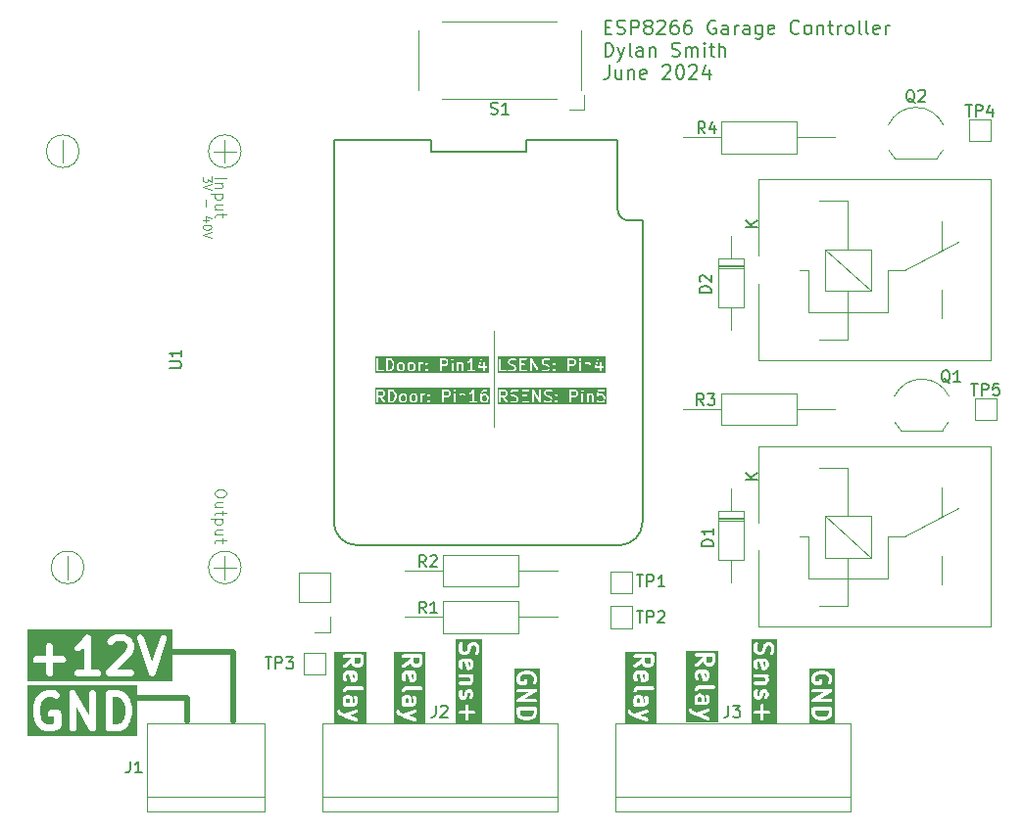
<source format=gbr>
%TF.GenerationSoftware,KiCad,Pcbnew,7.0.11-7.0.11~ubuntu22.04.1*%
%TF.CreationDate,2024-06-01T22:11:06-04:00*%
%TF.ProjectId,GarageDoor,47617261-6765-4446-9f6f-722e6b696361,rev?*%
%TF.SameCoordinates,Original*%
%TF.FileFunction,Legend,Top*%
%TF.FilePolarity,Positive*%
%FSLAX46Y46*%
G04 Gerber Fmt 4.6, Leading zero omitted, Abs format (unit mm)*
G04 Created by KiCad (PCBNEW 7.0.11-7.0.11~ubuntu22.04.1) date 2024-06-01 22:11:06*
%MOMM*%
%LPD*%
G01*
G04 APERTURE LIST*
%ADD10C,0.100000*%
%ADD11C,0.500000*%
%ADD12C,0.150000*%
%ADD13C,0.600000*%
%ADD14C,0.300000*%
%ADD15C,0.200000*%
%ADD16C,0.120000*%
G04 APERTURE END LIST*
D10*
X69500000Y-53200000D02*
X69500000Y-61500000D01*
D11*
X38500000Y-85000000D02*
X43000000Y-85000000D01*
X47000000Y-87000000D02*
X47000000Y-81000000D01*
X41500000Y-81000000D02*
X47000000Y-81000000D01*
X43000000Y-87000000D02*
X43000000Y-85000000D01*
D12*
G36*
X60777217Y-58482990D02*
G01*
X60851330Y-58557103D01*
X60889823Y-58634090D01*
X60933207Y-58807624D01*
X60933207Y-58932013D01*
X60889823Y-59105547D01*
X60851329Y-59182534D01*
X60777217Y-59256647D01*
X60662704Y-59294819D01*
X60511779Y-59294819D01*
X60511779Y-58444819D01*
X60662704Y-58444819D01*
X60777217Y-58482990D01*
G37*
G36*
X61773304Y-58812410D02*
G01*
X61803711Y-58842817D01*
X61837969Y-58911333D01*
X61837969Y-59161637D01*
X61803710Y-59230153D01*
X61773303Y-59260561D01*
X61704788Y-59294819D01*
X61597341Y-59294819D01*
X61528825Y-59260561D01*
X61498418Y-59230153D01*
X61464160Y-59161637D01*
X61464160Y-58911333D01*
X61498418Y-58842817D01*
X61528825Y-58812410D01*
X61597341Y-58778152D01*
X61704788Y-58778152D01*
X61773304Y-58812410D01*
G37*
G36*
X62678066Y-58812410D02*
G01*
X62708473Y-58842817D01*
X62742731Y-58911333D01*
X62742731Y-59161637D01*
X62708472Y-59230153D01*
X62678065Y-59260561D01*
X62609550Y-59294819D01*
X62502103Y-59294819D01*
X62433587Y-59260561D01*
X62403180Y-59230153D01*
X62368922Y-59161637D01*
X62368922Y-58911333D01*
X62403180Y-58842817D01*
X62433587Y-58812410D01*
X62502103Y-58778152D01*
X62609550Y-58778152D01*
X62678066Y-58812410D01*
G37*
G36*
X68820923Y-58860029D02*
G01*
X68851330Y-58890436D01*
X68885588Y-58958952D01*
X68885588Y-59161637D01*
X68851329Y-59230153D01*
X68820922Y-59260561D01*
X68752407Y-59294819D01*
X68597341Y-59294819D01*
X68528825Y-59260561D01*
X68498418Y-59230153D01*
X68464160Y-59161637D01*
X68464160Y-58958952D01*
X68498418Y-58890436D01*
X68528825Y-58860029D01*
X68597341Y-58825771D01*
X68752407Y-58825771D01*
X68820923Y-58860029D01*
G37*
G36*
X59868542Y-58479077D02*
G01*
X59898949Y-58509484D01*
X59933207Y-58578000D01*
X59933207Y-58685447D01*
X59898949Y-58753963D01*
X59868542Y-58784370D01*
X59800026Y-58818628D01*
X59511779Y-58818628D01*
X59511779Y-58444819D01*
X59800026Y-58444819D01*
X59868542Y-58479077D01*
G37*
G36*
X65535209Y-58479077D02*
G01*
X65565616Y-58509484D01*
X65599874Y-58578000D01*
X65599874Y-58685447D01*
X65565616Y-58753963D01*
X65535209Y-58784370D01*
X65466693Y-58818628D01*
X65178446Y-58818628D01*
X65178446Y-58444819D01*
X65466693Y-58444819D01*
X65535209Y-58479077D01*
G37*
G36*
X69178445Y-59587676D02*
G01*
X59218922Y-59587676D01*
X59218922Y-59369819D01*
X59361779Y-59369819D01*
X59379326Y-59418028D01*
X59423755Y-59443680D01*
X59474279Y-59434771D01*
X59507256Y-59395471D01*
X59511779Y-59369819D01*
X59511779Y-58968628D01*
X59635825Y-58968628D01*
X59946765Y-59412829D01*
X59988786Y-59442261D01*
X60039894Y-59437797D01*
X60076176Y-59401525D01*
X60078955Y-59369819D01*
X60361779Y-59369819D01*
X60368442Y-59388127D01*
X60371827Y-59407319D01*
X60377011Y-59411669D01*
X60379326Y-59418028D01*
X60396199Y-59427770D01*
X60411127Y-59440296D01*
X60420869Y-59442013D01*
X60423755Y-59443680D01*
X60427037Y-59443101D01*
X60436779Y-59444819D01*
X60674874Y-59444819D01*
X60676412Y-59444258D01*
X60698591Y-59440970D01*
X60841448Y-59393351D01*
X60844960Y-59390563D01*
X60849427Y-59390173D01*
X60870764Y-59375233D01*
X60966003Y-59279993D01*
X60966694Y-59278510D01*
X60980051Y-59260502D01*
X61020631Y-59179342D01*
X61314160Y-59179342D01*
X61315693Y-59183555D01*
X61314652Y-59187916D01*
X61322078Y-59212883D01*
X61369697Y-59308121D01*
X61370885Y-59309246D01*
X61383745Y-59327612D01*
X61431364Y-59375232D01*
X61432845Y-59375922D01*
X61450857Y-59389282D01*
X61546095Y-59436901D01*
X61550548Y-59437413D01*
X61553984Y-59440296D01*
X61579636Y-59444819D01*
X61722493Y-59444819D01*
X61726706Y-59443285D01*
X61731067Y-59444327D01*
X61756034Y-59436901D01*
X61851272Y-59389282D01*
X61852396Y-59388094D01*
X61870765Y-59375232D01*
X61918383Y-59327613D01*
X61919073Y-59326131D01*
X61932432Y-59308121D01*
X61980051Y-59212883D01*
X61980563Y-59208429D01*
X61983446Y-59204994D01*
X61987969Y-59179342D01*
X62218922Y-59179342D01*
X62220455Y-59183555D01*
X62219414Y-59187916D01*
X62226840Y-59212883D01*
X62274459Y-59308121D01*
X62275647Y-59309246D01*
X62288507Y-59327612D01*
X62336126Y-59375232D01*
X62337607Y-59375922D01*
X62355619Y-59389282D01*
X62450857Y-59436901D01*
X62455310Y-59437413D01*
X62458746Y-59440296D01*
X62484398Y-59444819D01*
X62627255Y-59444819D01*
X62631468Y-59443285D01*
X62635829Y-59444327D01*
X62660796Y-59436901D01*
X62756034Y-59389282D01*
X62757158Y-59388094D01*
X62775527Y-59375232D01*
X62780940Y-59369819D01*
X63171303Y-59369819D01*
X63188850Y-59418028D01*
X63233279Y-59443680D01*
X63283803Y-59434771D01*
X63316780Y-59395471D01*
X63321303Y-59369819D01*
X63321303Y-59315664D01*
X63743018Y-59315664D01*
X63748060Y-59334484D01*
X63749759Y-59353896D01*
X63755432Y-59361998D01*
X63756295Y-59365219D01*
X63759026Y-59367131D01*
X63764699Y-59375233D01*
X63812318Y-59422852D01*
X63829976Y-59431085D01*
X63845940Y-59442264D01*
X63849356Y-59441965D01*
X63852327Y-59443680D01*
X63855706Y-59443084D01*
X63858814Y-59444533D01*
X63877633Y-59439490D01*
X63897047Y-59437792D01*
X63900860Y-59435122D01*
X63902851Y-59434771D01*
X63904972Y-59432242D01*
X63905149Y-59432118D01*
X63908369Y-59431256D01*
X63910280Y-59428526D01*
X63918384Y-59422852D01*
X63966003Y-59375233D01*
X63968527Y-59369819D01*
X65028446Y-59369819D01*
X65045993Y-59418028D01*
X65090422Y-59443680D01*
X65140946Y-59434771D01*
X65173923Y-59395471D01*
X65178446Y-59369819D01*
X66028446Y-59369819D01*
X66045993Y-59418028D01*
X66090422Y-59443680D01*
X66140946Y-59434771D01*
X66173923Y-59395471D01*
X66178446Y-59369819D01*
X66504636Y-59369819D01*
X66522183Y-59418028D01*
X66566612Y-59443680D01*
X66617136Y-59434771D01*
X66650113Y-59395471D01*
X66654636Y-59369819D01*
X66654636Y-58829456D01*
X66671682Y-58812410D01*
X66740198Y-58778152D01*
X66847645Y-58778152D01*
X66904686Y-58806672D01*
X66933207Y-58863714D01*
X66933207Y-59369819D01*
X66950754Y-59418028D01*
X66995183Y-59443680D01*
X67045707Y-59434771D01*
X67078684Y-59395471D01*
X67083207Y-59369819D01*
X67083207Y-59356795D01*
X67362918Y-59356795D01*
X67371827Y-59407319D01*
X67411127Y-59440296D01*
X67436779Y-59444819D01*
X68008207Y-59444819D01*
X68056416Y-59427272D01*
X68082068Y-59382843D01*
X68073159Y-59332319D01*
X68033859Y-59299342D01*
X68008207Y-59294819D01*
X67797493Y-59294819D01*
X67797493Y-59179342D01*
X68314160Y-59179342D01*
X68315693Y-59183555D01*
X68314652Y-59187916D01*
X68322078Y-59212883D01*
X68369697Y-59308121D01*
X68370885Y-59309246D01*
X68383745Y-59327612D01*
X68431364Y-59375232D01*
X68432845Y-59375922D01*
X68450857Y-59389282D01*
X68546095Y-59436901D01*
X68550548Y-59437413D01*
X68553984Y-59440296D01*
X68579636Y-59444819D01*
X68770112Y-59444819D01*
X68774325Y-59443285D01*
X68778686Y-59444327D01*
X68803653Y-59436901D01*
X68898891Y-59389282D01*
X68900015Y-59388094D01*
X68918384Y-59375232D01*
X68966002Y-59327613D01*
X68966692Y-59326131D01*
X68980051Y-59308121D01*
X69027670Y-59212883D01*
X69028182Y-59208429D01*
X69031065Y-59204994D01*
X69035588Y-59179342D01*
X69035588Y-58941247D01*
X69034054Y-58937033D01*
X69035096Y-58932672D01*
X69027670Y-58907706D01*
X68980051Y-58812468D01*
X68978861Y-58811342D01*
X68966002Y-58792976D01*
X68918383Y-58745357D01*
X68916901Y-58744666D01*
X68898891Y-58731308D01*
X68803653Y-58683689D01*
X68799199Y-58683176D01*
X68795764Y-58680294D01*
X68770112Y-58675771D01*
X68579636Y-58675771D01*
X68575422Y-58677304D01*
X68571061Y-58676263D01*
X68546095Y-58683689D01*
X68487865Y-58712804D01*
X68506389Y-58638707D01*
X68590301Y-58512838D01*
X68624063Y-58479077D01*
X68692579Y-58444819D01*
X68865350Y-58444819D01*
X68913559Y-58427272D01*
X68939211Y-58382843D01*
X68930302Y-58332319D01*
X68891002Y-58299342D01*
X68865350Y-58294819D01*
X68674874Y-58294819D01*
X68670660Y-58296352D01*
X68666299Y-58295311D01*
X68641333Y-58302737D01*
X68546095Y-58350356D01*
X68544969Y-58351545D01*
X68526603Y-58364405D01*
X68478984Y-58412024D01*
X68477507Y-58415189D01*
X68469613Y-58423454D01*
X68374375Y-58566311D01*
X68374272Y-58566732D01*
X68364018Y-58589724D01*
X68316399Y-58780200D01*
X68316759Y-58783648D01*
X68314160Y-58798390D01*
X68314160Y-59179342D01*
X67797493Y-59179342D01*
X67797493Y-58369819D01*
X67796017Y-58365765D01*
X67797038Y-58361576D01*
X67787390Y-58342063D01*
X67779946Y-58321610D01*
X67776211Y-58319454D01*
X67774300Y-58315587D01*
X67754365Y-58306840D01*
X67735517Y-58295958D01*
X67731269Y-58296706D01*
X67727320Y-58294974D01*
X67706425Y-58301087D01*
X67684993Y-58304867D01*
X67682221Y-58308169D01*
X67678082Y-58309381D01*
X67660089Y-58328216D01*
X67568969Y-58464896D01*
X67487590Y-58546275D01*
X67403238Y-58588451D01*
X67367966Y-58625705D01*
X67364891Y-58676916D01*
X67395455Y-58718121D01*
X67445353Y-58730041D01*
X67470320Y-58722615D01*
X67565558Y-58674996D01*
X67566683Y-58673806D01*
X67585050Y-58660947D01*
X67647493Y-58598504D01*
X67647493Y-59294819D01*
X67436779Y-59294819D01*
X67388570Y-59312366D01*
X67362918Y-59356795D01*
X67083207Y-59356795D01*
X67083207Y-58846009D01*
X67081673Y-58841795D01*
X67082715Y-58837434D01*
X67075289Y-58812468D01*
X67027670Y-58717230D01*
X67019516Y-58709510D01*
X67015050Y-58699206D01*
X66994129Y-58683689D01*
X66898891Y-58636070D01*
X66894437Y-58635557D01*
X66891002Y-58632675D01*
X66865350Y-58628152D01*
X66722493Y-58628152D01*
X66718279Y-58629685D01*
X66713918Y-58628644D01*
X66688952Y-58636070D01*
X66639262Y-58660914D01*
X66637089Y-58654943D01*
X66592660Y-58629291D01*
X66542136Y-58638200D01*
X66509159Y-58677500D01*
X66504636Y-58703152D01*
X66504636Y-59369819D01*
X66178446Y-59369819D01*
X66178446Y-58703152D01*
X66160899Y-58654943D01*
X66116470Y-58629291D01*
X66065946Y-58638200D01*
X66032969Y-58677500D01*
X66028446Y-58703152D01*
X66028446Y-59369819D01*
X65178446Y-59369819D01*
X65178446Y-58968628D01*
X65484398Y-58968628D01*
X65488611Y-58967094D01*
X65492972Y-58968136D01*
X65517939Y-58960710D01*
X65613177Y-58913091D01*
X65614302Y-58911901D01*
X65632669Y-58899042D01*
X65680288Y-58851423D01*
X65680979Y-58849941D01*
X65694337Y-58831931D01*
X65741956Y-58736693D01*
X65742468Y-58732239D01*
X65745351Y-58728804D01*
X65749874Y-58703152D01*
X65749874Y-58560295D01*
X65748340Y-58556081D01*
X65749382Y-58551720D01*
X65741956Y-58526754D01*
X65694337Y-58431516D01*
X65693147Y-58430390D01*
X65680288Y-58412024D01*
X65679166Y-58410902D01*
X65981113Y-58410902D01*
X65986155Y-58429721D01*
X65987854Y-58449134D01*
X65993527Y-58457236D01*
X65994390Y-58460456D01*
X65997120Y-58462367D01*
X66002794Y-58470471D01*
X66050413Y-58518090D01*
X66068071Y-58526323D01*
X66084035Y-58537502D01*
X66087451Y-58537203D01*
X66090422Y-58538918D01*
X66093801Y-58538322D01*
X66096909Y-58539771D01*
X66115728Y-58534728D01*
X66135142Y-58533030D01*
X66138955Y-58530360D01*
X66140946Y-58530009D01*
X66143067Y-58527480D01*
X66143244Y-58527356D01*
X66146464Y-58526494D01*
X66148375Y-58523764D01*
X66156479Y-58518090D01*
X66204098Y-58470471D01*
X66212333Y-58452810D01*
X66223509Y-58436849D01*
X66222919Y-58430107D01*
X66225779Y-58423975D01*
X66220736Y-58405153D01*
X66219038Y-58385742D01*
X66213364Y-58377639D01*
X66212502Y-58374420D01*
X66209772Y-58372508D01*
X66204098Y-58364405D01*
X66156479Y-58316786D01*
X66138818Y-58308551D01*
X66122857Y-58297375D01*
X66119441Y-58297673D01*
X66116470Y-58295958D01*
X66113089Y-58296554D01*
X66109982Y-58295105D01*
X66091160Y-58300147D01*
X66071750Y-58301846D01*
X66067936Y-58304515D01*
X66065946Y-58304867D01*
X66063824Y-58307395D01*
X66063647Y-58307519D01*
X66060428Y-58308382D01*
X66058516Y-58311112D01*
X66050413Y-58316786D01*
X66002794Y-58364405D01*
X65994560Y-58382062D01*
X65983382Y-58398027D01*
X65983972Y-58404770D01*
X65981113Y-58410902D01*
X65679166Y-58410902D01*
X65632669Y-58364405D01*
X65631187Y-58363714D01*
X65613177Y-58350356D01*
X65517939Y-58302737D01*
X65513485Y-58302224D01*
X65510050Y-58299342D01*
X65484398Y-58294819D01*
X65103446Y-58294819D01*
X65085137Y-58301482D01*
X65065946Y-58304867D01*
X65061595Y-58310051D01*
X65055237Y-58312366D01*
X65045494Y-58329239D01*
X65032969Y-58344167D01*
X65031251Y-58353909D01*
X65029585Y-58356795D01*
X65030163Y-58360077D01*
X65028446Y-58369819D01*
X65028446Y-59369819D01*
X63968527Y-59369819D01*
X63974237Y-59357574D01*
X63985414Y-59341612D01*
X63984824Y-59334869D01*
X63987684Y-59328737D01*
X63982641Y-59309918D01*
X63980944Y-59290505D01*
X63975269Y-59282400D01*
X63974407Y-59279182D01*
X63971677Y-59277270D01*
X63966003Y-59269167D01*
X63918385Y-59221548D01*
X63900727Y-59213314D01*
X63884762Y-59202135D01*
X63881345Y-59202433D01*
X63878375Y-59200719D01*
X63874995Y-59201314D01*
X63871888Y-59199866D01*
X63853068Y-59204908D01*
X63833654Y-59206607D01*
X63829840Y-59209277D01*
X63827851Y-59209628D01*
X63825729Y-59212155D01*
X63825551Y-59212280D01*
X63822333Y-59213143D01*
X63820421Y-59215872D01*
X63812317Y-59221548D01*
X63764698Y-59269168D01*
X63756464Y-59286825D01*
X63745287Y-59302789D01*
X63745877Y-59309532D01*
X63743018Y-59315664D01*
X63321303Y-59315664D01*
X63321303Y-58911333D01*
X63355561Y-58842817D01*
X63385968Y-58812410D01*
X63427080Y-58791854D01*
X63743018Y-58791854D01*
X63748060Y-58810673D01*
X63749759Y-58830086D01*
X63755432Y-58838188D01*
X63756295Y-58841408D01*
X63759025Y-58843319D01*
X63764699Y-58851423D01*
X63812318Y-58899042D01*
X63829976Y-58907275D01*
X63845940Y-58918454D01*
X63849356Y-58918155D01*
X63852327Y-58919870D01*
X63855706Y-58919274D01*
X63858814Y-58920723D01*
X63877633Y-58915680D01*
X63897047Y-58913982D01*
X63900860Y-58911312D01*
X63902851Y-58910961D01*
X63904972Y-58908432D01*
X63905149Y-58908308D01*
X63908369Y-58907446D01*
X63910280Y-58904716D01*
X63918384Y-58899042D01*
X63966003Y-58851423D01*
X63974238Y-58833762D01*
X63985414Y-58817801D01*
X63984824Y-58811059D01*
X63987684Y-58804927D01*
X63982641Y-58786105D01*
X63980943Y-58766694D01*
X63975269Y-58758591D01*
X63974407Y-58755372D01*
X63971677Y-58753460D01*
X63966003Y-58745357D01*
X63918384Y-58697738D01*
X63900723Y-58689503D01*
X63884762Y-58678327D01*
X63881346Y-58678625D01*
X63878375Y-58676910D01*
X63874994Y-58677506D01*
X63871887Y-58676057D01*
X63853065Y-58681099D01*
X63833655Y-58682798D01*
X63829841Y-58685467D01*
X63827851Y-58685819D01*
X63825729Y-58688347D01*
X63825552Y-58688471D01*
X63822333Y-58689334D01*
X63820421Y-58692064D01*
X63812318Y-58697738D01*
X63764699Y-58745357D01*
X63756465Y-58763014D01*
X63745287Y-58778979D01*
X63745877Y-58785722D01*
X63743018Y-58791854D01*
X63427080Y-58791854D01*
X63454484Y-58778152D01*
X63532017Y-58778152D01*
X63580226Y-58760605D01*
X63605878Y-58716176D01*
X63596969Y-58665652D01*
X63557669Y-58632675D01*
X63532017Y-58628152D01*
X63436779Y-58628152D01*
X63432565Y-58629685D01*
X63428204Y-58628644D01*
X63403238Y-58636070D01*
X63313261Y-58681058D01*
X63303756Y-58654943D01*
X63259327Y-58629291D01*
X63208803Y-58638200D01*
X63175826Y-58677500D01*
X63171303Y-58703152D01*
X63171303Y-59369819D01*
X62780940Y-59369819D01*
X62823145Y-59327613D01*
X62823835Y-59326131D01*
X62837194Y-59308121D01*
X62884813Y-59212883D01*
X62885325Y-59208429D01*
X62888208Y-59204994D01*
X62892731Y-59179342D01*
X62892731Y-58893628D01*
X62891197Y-58889414D01*
X62892239Y-58885053D01*
X62884813Y-58860087D01*
X62837194Y-58764849D01*
X62836004Y-58763723D01*
X62823145Y-58745357D01*
X62775526Y-58697738D01*
X62774044Y-58697047D01*
X62756034Y-58683689D01*
X62660796Y-58636070D01*
X62656342Y-58635557D01*
X62652907Y-58632675D01*
X62627255Y-58628152D01*
X62484398Y-58628152D01*
X62480184Y-58629685D01*
X62475823Y-58628644D01*
X62450857Y-58636070D01*
X62355619Y-58683689D01*
X62354493Y-58684878D01*
X62336127Y-58697738D01*
X62288508Y-58745357D01*
X62287817Y-58746838D01*
X62274459Y-58764849D01*
X62226840Y-58860087D01*
X62226327Y-58864540D01*
X62223445Y-58867976D01*
X62218922Y-58893628D01*
X62218922Y-59179342D01*
X61987969Y-59179342D01*
X61987969Y-58893628D01*
X61986435Y-58889414D01*
X61987477Y-58885053D01*
X61980051Y-58860087D01*
X61932432Y-58764849D01*
X61931242Y-58763723D01*
X61918383Y-58745357D01*
X61870764Y-58697738D01*
X61869282Y-58697047D01*
X61851272Y-58683689D01*
X61756034Y-58636070D01*
X61751580Y-58635557D01*
X61748145Y-58632675D01*
X61722493Y-58628152D01*
X61579636Y-58628152D01*
X61575422Y-58629685D01*
X61571061Y-58628644D01*
X61546095Y-58636070D01*
X61450857Y-58683689D01*
X61449731Y-58684878D01*
X61431365Y-58697738D01*
X61383746Y-58745357D01*
X61383055Y-58746838D01*
X61369697Y-58764849D01*
X61322078Y-58860087D01*
X61321565Y-58864540D01*
X61318683Y-58867976D01*
X61314160Y-58893628D01*
X61314160Y-59179342D01*
X61020631Y-59179342D01*
X61027670Y-59165264D01*
X61028076Y-59161735D01*
X61033349Y-59149913D01*
X61080968Y-58959437D01*
X61080607Y-58955988D01*
X61083207Y-58941247D01*
X61083207Y-58798390D01*
X61082021Y-58795132D01*
X61080968Y-58780200D01*
X61033349Y-58589724D01*
X61031360Y-58586779D01*
X61027670Y-58574373D01*
X60980051Y-58479135D01*
X60978864Y-58478011D01*
X60966002Y-58459643D01*
X60870764Y-58364405D01*
X60866700Y-58362510D01*
X60864353Y-58358689D01*
X60841448Y-58346287D01*
X60698591Y-58298668D01*
X60696956Y-58298712D01*
X60674874Y-58294819D01*
X60436779Y-58294819D01*
X60418470Y-58301482D01*
X60399279Y-58304867D01*
X60394928Y-58310051D01*
X60388570Y-58312366D01*
X60378827Y-58329239D01*
X60366302Y-58344167D01*
X60364584Y-58353909D01*
X60362918Y-58356795D01*
X60363496Y-58360077D01*
X60361779Y-58369819D01*
X60361779Y-59369819D01*
X60078955Y-59369819D01*
X60080655Y-59350418D01*
X60069650Y-59326810D01*
X59818680Y-58968282D01*
X59821944Y-58967094D01*
X59826305Y-58968136D01*
X59851272Y-58960710D01*
X59946510Y-58913091D01*
X59947635Y-58911901D01*
X59966002Y-58899042D01*
X60013621Y-58851423D01*
X60014312Y-58849941D01*
X60027670Y-58831931D01*
X60075289Y-58736693D01*
X60075801Y-58732239D01*
X60078684Y-58728804D01*
X60083207Y-58703152D01*
X60083207Y-58560295D01*
X60081673Y-58556081D01*
X60082715Y-58551720D01*
X60075289Y-58526754D01*
X60027670Y-58431516D01*
X60026480Y-58430390D01*
X60013621Y-58412024D01*
X59966002Y-58364405D01*
X59964520Y-58363714D01*
X59946510Y-58350356D01*
X59851272Y-58302737D01*
X59846818Y-58302224D01*
X59843383Y-58299342D01*
X59817731Y-58294819D01*
X59436779Y-58294819D01*
X59418470Y-58301482D01*
X59399279Y-58304867D01*
X59394928Y-58310051D01*
X59388570Y-58312366D01*
X59378827Y-58329239D01*
X59366302Y-58344167D01*
X59364584Y-58353909D01*
X59362918Y-58356795D01*
X59363496Y-58360077D01*
X59361779Y-58369819D01*
X59361779Y-59369819D01*
X59218922Y-59369819D01*
X59218922Y-58151962D01*
X69178445Y-58151962D01*
X69178445Y-59587676D01*
G37*
D13*
G36*
X41690079Y-83529959D02*
G01*
X29234559Y-83529959D01*
X29234559Y-81630850D01*
X29663130Y-81630850D01*
X29673302Y-81740630D01*
X29722445Y-81839321D01*
X29803920Y-81913596D01*
X29906725Y-81953423D01*
X29961850Y-81958531D01*
X30804707Y-81958531D01*
X30804707Y-82801388D01*
X30824965Y-82909760D01*
X30883004Y-83003497D01*
X30970985Y-83069937D01*
X31077026Y-83100108D01*
X31186806Y-83089936D01*
X31285497Y-83040793D01*
X31359772Y-82959318D01*
X31399599Y-82856513D01*
X31404707Y-82801388D01*
X31404707Y-81958531D01*
X32247565Y-81958531D01*
X32355937Y-81938273D01*
X32449674Y-81880234D01*
X32516114Y-81792253D01*
X32546285Y-81686212D01*
X32536113Y-81576432D01*
X32486970Y-81477741D01*
X32405495Y-81403466D01*
X32302690Y-81363639D01*
X32247565Y-81358531D01*
X31404707Y-81358531D01*
X31404707Y-80659026D01*
X33233279Y-80659026D01*
X33253717Y-80767365D01*
X33311910Y-80861006D01*
X33400001Y-80927300D01*
X33506091Y-80957297D01*
X33615854Y-80946943D01*
X33667444Y-80926859D01*
X33953157Y-80784001D01*
X33969626Y-80771520D01*
X33988533Y-80763173D01*
X34031125Y-80727805D01*
X34090422Y-80668508D01*
X34090422Y-82501388D01*
X33533279Y-82501388D01*
X33424907Y-82521646D01*
X33331170Y-82579685D01*
X33264730Y-82667666D01*
X33234559Y-82773707D01*
X33244731Y-82883487D01*
X33293874Y-82982178D01*
X33375349Y-83056453D01*
X33478154Y-83096280D01*
X33533279Y-83101388D01*
X35247565Y-83101388D01*
X35355937Y-83081130D01*
X35449674Y-83023091D01*
X35516114Y-82935110D01*
X35546285Y-82829069D01*
X35542436Y-82787533D01*
X35947885Y-82787533D01*
X35954560Y-82835388D01*
X35959017Y-82883487D01*
X35962145Y-82889770D01*
X35963116Y-82896725D01*
X35986627Y-82938936D01*
X36008160Y-82982178D01*
X36013348Y-82986907D01*
X36016765Y-82993042D01*
X36053932Y-83023905D01*
X36089635Y-83056453D01*
X36096182Y-83058989D01*
X36101584Y-83063475D01*
X36147390Y-83078827D01*
X36192440Y-83096280D01*
X36202144Y-83097179D01*
X36206118Y-83098511D01*
X36213055Y-83098190D01*
X36247565Y-83101388D01*
X38104708Y-83101388D01*
X38213080Y-83081130D01*
X38306817Y-83023091D01*
X38373257Y-82935110D01*
X38403428Y-82829069D01*
X38393256Y-82719289D01*
X38344113Y-82620598D01*
X38262638Y-82546323D01*
X38159833Y-82506496D01*
X38104708Y-82501388D01*
X36971829Y-82501388D01*
X38173983Y-81299234D01*
X38197569Y-81264801D01*
X38224178Y-81232651D01*
X38232388Y-81213973D01*
X38236289Y-81208279D01*
X38237897Y-81201439D01*
X38246456Y-81181970D01*
X38389313Y-80753400D01*
X38392134Y-80732926D01*
X38399600Y-80713656D01*
X38404708Y-80658531D01*
X38404708Y-80372816D01*
X38397039Y-80331793D01*
X38393120Y-80290242D01*
X38385718Y-80271229D01*
X38384450Y-80264444D01*
X38380751Y-80258470D01*
X38373036Y-80238652D01*
X38230179Y-79952938D01*
X38217697Y-79936466D01*
X38209350Y-79917561D01*
X38173983Y-79874970D01*
X38141358Y-79842345D01*
X38664660Y-79842345D01*
X38677246Y-79896256D01*
X39677246Y-82896257D01*
X39684273Y-82908922D01*
X39687613Y-82923017D01*
X39710840Y-82956805D01*
X39730735Y-82992661D01*
X39741863Y-83001933D01*
X39750069Y-83013869D01*
X39783932Y-83036983D01*
X39815438Y-83063234D01*
X39829165Y-83067860D01*
X39841127Y-83076025D01*
X39881051Y-83085346D01*
X39919914Y-83098443D01*
X39934384Y-83097797D01*
X39948490Y-83101091D01*
X39989092Y-83095358D01*
X40030054Y-83093532D01*
X40043315Y-83087702D01*
X40057657Y-83085678D01*
X40093439Y-83065670D01*
X40130984Y-83049167D01*
X40141244Y-83038939D01*
X40153885Y-83031872D01*
X40180026Y-83000285D01*
X40209070Y-82971337D01*
X40214942Y-82958096D01*
X40224178Y-82946937D01*
X40246456Y-82896256D01*
X41246456Y-79896256D01*
X41261508Y-79787039D01*
X41236090Y-79679759D01*
X41173634Y-79588906D01*
X41082575Y-79526751D01*
X40975212Y-79501685D01*
X40866045Y-79517097D01*
X40769817Y-79570903D01*
X40699524Y-79655838D01*
X40677246Y-79706519D01*
X39961850Y-81852704D01*
X39246456Y-79706520D01*
X39192967Y-79610115D01*
X39108264Y-79539542D01*
X39003788Y-79504333D01*
X38893648Y-79509244D01*
X38792718Y-79553609D01*
X38714632Y-79631439D01*
X38669933Y-79732221D01*
X38664660Y-79842345D01*
X38141358Y-79842345D01*
X38031126Y-79732113D01*
X38014077Y-79720434D01*
X38000179Y-79705138D01*
X37953158Y-79675917D01*
X37667443Y-79533060D01*
X37627322Y-79521573D01*
X37588404Y-79506496D01*
X37568085Y-79504613D01*
X37561452Y-79502714D01*
X37554457Y-79503350D01*
X37533279Y-79501388D01*
X36818994Y-79501388D01*
X36777970Y-79509056D01*
X36736420Y-79512976D01*
X36717407Y-79520377D01*
X36710622Y-79521646D01*
X36704648Y-79525344D01*
X36684830Y-79533060D01*
X36399115Y-79675917D01*
X36382642Y-79688398D01*
X36363738Y-79696746D01*
X36321147Y-79732113D01*
X36178290Y-79874970D01*
X36115984Y-79965925D01*
X36090742Y-80073247D01*
X36105973Y-80182439D01*
X36159622Y-80278756D01*
X36244441Y-80349189D01*
X36348975Y-80384225D01*
X36459107Y-80379134D01*
X36559963Y-80334601D01*
X36602554Y-80299234D01*
X36710986Y-80190801D01*
X36889814Y-80101388D01*
X37462459Y-80101388D01*
X37641286Y-80190801D01*
X37715295Y-80264810D01*
X37804708Y-80443636D01*
X37804708Y-80609848D01*
X37699641Y-80925047D01*
X36035433Y-82589256D01*
X36008133Y-82629107D01*
X35979016Y-82667666D01*
X35977094Y-82674419D01*
X35973127Y-82680211D01*
X35962065Y-82727240D01*
X35948845Y-82773707D01*
X35949492Y-82780697D01*
X35947885Y-82787533D01*
X35542436Y-82787533D01*
X35536113Y-82719289D01*
X35486970Y-82620598D01*
X35405495Y-82546323D01*
X35302690Y-82506496D01*
X35247565Y-82501388D01*
X34690422Y-82501388D01*
X34690422Y-79801388D01*
X34686233Y-79778983D01*
X34687000Y-79756202D01*
X34676188Y-79725246D01*
X34670164Y-79693016D01*
X34658163Y-79673634D01*
X34650649Y-79652118D01*
X34629389Y-79627162D01*
X34612125Y-79599279D01*
X34593932Y-79585540D01*
X34579154Y-79568193D01*
X34550313Y-79552601D01*
X34524144Y-79532839D01*
X34502220Y-79526601D01*
X34482169Y-79515761D01*
X34449638Y-79511640D01*
X34418103Y-79502668D01*
X34395405Y-79504771D01*
X34372793Y-79501907D01*
X34340975Y-79509814D01*
X34308323Y-79512840D01*
X34287917Y-79523000D01*
X34265799Y-79528498D01*
X34238984Y-79547367D01*
X34209632Y-79561983D01*
X34194275Y-79578827D01*
X34175635Y-79591945D01*
X34140807Y-79634978D01*
X33871571Y-80038831D01*
X33641285Y-80269116D01*
X33399114Y-80390203D01*
X33311243Y-80456788D01*
X33253358Y-80550620D01*
X33233279Y-80659026D01*
X31404707Y-80659026D01*
X31404707Y-80515673D01*
X31384449Y-80407301D01*
X31326410Y-80313564D01*
X31238429Y-80247124D01*
X31132388Y-80216953D01*
X31022608Y-80227125D01*
X30923917Y-80276268D01*
X30849642Y-80357743D01*
X30809815Y-80460548D01*
X30804707Y-80515673D01*
X30804707Y-81358531D01*
X29961850Y-81358531D01*
X29853478Y-81378789D01*
X29759741Y-81436828D01*
X29693301Y-81524809D01*
X29663130Y-81630850D01*
X29234559Y-81630850D01*
X29234559Y-79072817D01*
X41690079Y-79072817D01*
X41690079Y-83529959D01*
G37*
D12*
G36*
X70468542Y-58479077D02*
G01*
X70498949Y-58509484D01*
X70533207Y-58578000D01*
X70533207Y-58685447D01*
X70498949Y-58753963D01*
X70468542Y-58784370D01*
X70400026Y-58818628D01*
X70111779Y-58818628D01*
X70111779Y-58444819D01*
X70400026Y-58444819D01*
X70468542Y-58479077D01*
G37*
G36*
X76563780Y-58479077D02*
G01*
X76594187Y-58509484D01*
X76628445Y-58578000D01*
X76628445Y-58685447D01*
X76594187Y-58753963D01*
X76563780Y-58784370D01*
X76495264Y-58818628D01*
X76207017Y-58818628D01*
X76207017Y-58444819D01*
X76495264Y-58444819D01*
X76563780Y-58479077D01*
G37*
G36*
X79254635Y-59587676D02*
G01*
X69818922Y-59587676D01*
X69818922Y-59369819D01*
X69961779Y-59369819D01*
X69979326Y-59418028D01*
X70023755Y-59443680D01*
X70074279Y-59434771D01*
X70107256Y-59395471D01*
X70111779Y-59369819D01*
X70111779Y-58968628D01*
X70235825Y-58968628D01*
X70546765Y-59412829D01*
X70588786Y-59442261D01*
X70639894Y-59437797D01*
X70676176Y-59401525D01*
X70680655Y-59350418D01*
X70669650Y-59326810D01*
X70418680Y-58968282D01*
X70421944Y-58967094D01*
X70426305Y-58968136D01*
X70451272Y-58960710D01*
X70546510Y-58913091D01*
X70547635Y-58911901D01*
X70566002Y-58899042D01*
X70613621Y-58851423D01*
X70614312Y-58849941D01*
X70627670Y-58831931D01*
X70675289Y-58736693D01*
X70675801Y-58732239D01*
X70678684Y-58728804D01*
X70683207Y-58703152D01*
X70683207Y-58655533D01*
X70914160Y-58655533D01*
X70915693Y-58659746D01*
X70914652Y-58664107D01*
X70922078Y-58689074D01*
X70969697Y-58784312D01*
X70970886Y-58785437D01*
X70983746Y-58803804D01*
X71031365Y-58851423D01*
X71032846Y-58852114D01*
X71050857Y-58865472D01*
X71146095Y-58913091D01*
X71149623Y-58913497D01*
X71161446Y-58918770D01*
X71343936Y-58964392D01*
X71420923Y-59002886D01*
X71451330Y-59033293D01*
X71485588Y-59101809D01*
X71485588Y-59161637D01*
X71451329Y-59230153D01*
X71420922Y-59260561D01*
X71352407Y-59294819D01*
X71144187Y-59294819D01*
X71012877Y-59251049D01*
X70961593Y-59252450D01*
X70923208Y-59286487D01*
X70915683Y-59337236D01*
X70942538Y-59380948D01*
X70965443Y-59393351D01*
X71108299Y-59440970D01*
X71109934Y-59440925D01*
X71132017Y-59444819D01*
X71370112Y-59444819D01*
X71374325Y-59443285D01*
X71378686Y-59444327D01*
X71403653Y-59436901D01*
X71498891Y-59389282D01*
X71500015Y-59388094D01*
X71518384Y-59375232D01*
X71523797Y-59369819D01*
X71914160Y-59369819D01*
X71920823Y-59388127D01*
X71924208Y-59407319D01*
X71929392Y-59411669D01*
X71931707Y-59418028D01*
X71948580Y-59427770D01*
X71963508Y-59440296D01*
X71973250Y-59442013D01*
X71976136Y-59443680D01*
X71979418Y-59443101D01*
X71989160Y-59444819D01*
X72465350Y-59444819D01*
X72513559Y-59427272D01*
X72539211Y-59382843D01*
X72536914Y-59369819D01*
X72818922Y-59369819D01*
X72836469Y-59418028D01*
X72880898Y-59443680D01*
X72931422Y-59434771D01*
X72964399Y-59395471D01*
X72968922Y-59369819D01*
X72968922Y-58652235D01*
X73400232Y-59407030D01*
X73405525Y-59411511D01*
X73407897Y-59418028D01*
X73424634Y-59427691D01*
X73439385Y-59440181D01*
X73446319Y-59440211D01*
X73452326Y-59443680D01*
X73471359Y-59440323D01*
X73490687Y-59440410D01*
X73496020Y-59435975D01*
X73502850Y-59434771D01*
X73515274Y-59419964D01*
X73530134Y-59407608D01*
X73531368Y-59400784D01*
X73535827Y-59395471D01*
X73540350Y-59369819D01*
X73540350Y-58655533D01*
X73818922Y-58655533D01*
X73820455Y-58659746D01*
X73819414Y-58664107D01*
X73826840Y-58689074D01*
X73874459Y-58784312D01*
X73875648Y-58785437D01*
X73888508Y-58803804D01*
X73936127Y-58851423D01*
X73937608Y-58852114D01*
X73955619Y-58865472D01*
X74050857Y-58913091D01*
X74054385Y-58913497D01*
X74066208Y-58918770D01*
X74248698Y-58964392D01*
X74325685Y-59002886D01*
X74356092Y-59033293D01*
X74390350Y-59101809D01*
X74390350Y-59161637D01*
X74356091Y-59230153D01*
X74325684Y-59260561D01*
X74257169Y-59294819D01*
X74048949Y-59294819D01*
X73917639Y-59251049D01*
X73866355Y-59252450D01*
X73827970Y-59286487D01*
X73820445Y-59337236D01*
X73847300Y-59380948D01*
X73870205Y-59393351D01*
X74013061Y-59440970D01*
X74014696Y-59440925D01*
X74036779Y-59444819D01*
X74274874Y-59444819D01*
X74279087Y-59443285D01*
X74283448Y-59444327D01*
X74308415Y-59436901D01*
X74403653Y-59389282D01*
X74404777Y-59388094D01*
X74423146Y-59375232D01*
X74470764Y-59327613D01*
X74471454Y-59326131D01*
X74479218Y-59315664D01*
X74771589Y-59315664D01*
X74776631Y-59334484D01*
X74778330Y-59353896D01*
X74784003Y-59361998D01*
X74784866Y-59365219D01*
X74787597Y-59367131D01*
X74793270Y-59375233D01*
X74840889Y-59422852D01*
X74858547Y-59431085D01*
X74874511Y-59442264D01*
X74877927Y-59441965D01*
X74880898Y-59443680D01*
X74884277Y-59443084D01*
X74887385Y-59444533D01*
X74906204Y-59439490D01*
X74925618Y-59437792D01*
X74929431Y-59435122D01*
X74931422Y-59434771D01*
X74933543Y-59432242D01*
X74933720Y-59432118D01*
X74936940Y-59431256D01*
X74938851Y-59428526D01*
X74946955Y-59422852D01*
X74994574Y-59375233D01*
X74997098Y-59369819D01*
X76057017Y-59369819D01*
X76074564Y-59418028D01*
X76118993Y-59443680D01*
X76169517Y-59434771D01*
X76202494Y-59395471D01*
X76207017Y-59369819D01*
X77057017Y-59369819D01*
X77074564Y-59418028D01*
X77118993Y-59443680D01*
X77169517Y-59434771D01*
X77202494Y-59395471D01*
X77207017Y-59369819D01*
X77533207Y-59369819D01*
X77550754Y-59418028D01*
X77595183Y-59443680D01*
X77645707Y-59434771D01*
X77678684Y-59395471D01*
X77683207Y-59369819D01*
X77683207Y-58829456D01*
X77700253Y-58812410D01*
X77768769Y-58778152D01*
X77876216Y-58778152D01*
X77933257Y-58806672D01*
X77961778Y-58863714D01*
X77961778Y-59369819D01*
X77979325Y-59418028D01*
X78023754Y-59443680D01*
X78074278Y-59434771D01*
X78107255Y-59395471D01*
X78111778Y-59369819D01*
X78111778Y-58846009D01*
X78110244Y-58841795D01*
X78110799Y-58839473D01*
X78390636Y-58839473D01*
X78397154Y-58863800D01*
X78403385Y-58888262D01*
X78403785Y-58888549D01*
X78403913Y-58889027D01*
X78424547Y-58903475D01*
X78445041Y-58918208D01*
X78445534Y-58918170D01*
X78445939Y-58918454D01*
X78471042Y-58916257D01*
X78496201Y-58914370D01*
X78496554Y-58914024D01*
X78497046Y-58913982D01*
X78518383Y-58899042D01*
X78557396Y-58860029D01*
X78625912Y-58825771D01*
X78828597Y-58825771D01*
X78897113Y-58860029D01*
X78927520Y-58890436D01*
X78961778Y-58958952D01*
X78961778Y-59161637D01*
X78927519Y-59230153D01*
X78897112Y-59260561D01*
X78828597Y-59294819D01*
X78625912Y-59294819D01*
X78557396Y-59260561D01*
X78518384Y-59221548D01*
X78471887Y-59199866D01*
X78422332Y-59213143D01*
X78392906Y-59255168D01*
X78397376Y-59306275D01*
X78412316Y-59327612D01*
X78459935Y-59375232D01*
X78461416Y-59375922D01*
X78479428Y-59389282D01*
X78574666Y-59436901D01*
X78579119Y-59437413D01*
X78582555Y-59440296D01*
X78608207Y-59444819D01*
X78846302Y-59444819D01*
X78850515Y-59443285D01*
X78854876Y-59444327D01*
X78879843Y-59436901D01*
X78975081Y-59389282D01*
X78976205Y-59388094D01*
X78994574Y-59375232D01*
X79042192Y-59327613D01*
X79042882Y-59326131D01*
X79056241Y-59308121D01*
X79103860Y-59212883D01*
X79104372Y-59208429D01*
X79107255Y-59204994D01*
X79111778Y-59179342D01*
X79111778Y-58941247D01*
X79110244Y-58937033D01*
X79111286Y-58932672D01*
X79103860Y-58907706D01*
X79056241Y-58812468D01*
X79055051Y-58811342D01*
X79042192Y-58792976D01*
X78994573Y-58745357D01*
X78993091Y-58744666D01*
X78975081Y-58731308D01*
X78879843Y-58683689D01*
X78875389Y-58683176D01*
X78871954Y-58680294D01*
X78846302Y-58675771D01*
X78608207Y-58675771D01*
X78603993Y-58677304D01*
X78599632Y-58676263D01*
X78574666Y-58683689D01*
X78556024Y-58693009D01*
X78580843Y-58444819D01*
X78989159Y-58444819D01*
X79037368Y-58427272D01*
X79063020Y-58382843D01*
X79054111Y-58332319D01*
X79014811Y-58299342D01*
X78989159Y-58294819D01*
X78512969Y-58294819D01*
X78498001Y-58300266D01*
X78482118Y-58301458D01*
X78474611Y-58308780D01*
X78464760Y-58312366D01*
X78456796Y-58326159D01*
X78445394Y-58337282D01*
X78440662Y-58354102D01*
X78439108Y-58356795D01*
X78439415Y-58358537D01*
X78438341Y-58362356D01*
X78390722Y-58838546D01*
X78390844Y-58839026D01*
X78390636Y-58839473D01*
X78110799Y-58839473D01*
X78111286Y-58837434D01*
X78103860Y-58812468D01*
X78056241Y-58717230D01*
X78048087Y-58709510D01*
X78043621Y-58699206D01*
X78022700Y-58683689D01*
X77927462Y-58636070D01*
X77923008Y-58635557D01*
X77919573Y-58632675D01*
X77893921Y-58628152D01*
X77751064Y-58628152D01*
X77746850Y-58629685D01*
X77742489Y-58628644D01*
X77717523Y-58636070D01*
X77667833Y-58660914D01*
X77665660Y-58654943D01*
X77621231Y-58629291D01*
X77570707Y-58638200D01*
X77537730Y-58677500D01*
X77533207Y-58703152D01*
X77533207Y-59369819D01*
X77207017Y-59369819D01*
X77207017Y-58703152D01*
X77189470Y-58654943D01*
X77145041Y-58629291D01*
X77094517Y-58638200D01*
X77061540Y-58677500D01*
X77057017Y-58703152D01*
X77057017Y-59369819D01*
X76207017Y-59369819D01*
X76207017Y-58968628D01*
X76512969Y-58968628D01*
X76517182Y-58967094D01*
X76521543Y-58968136D01*
X76546510Y-58960710D01*
X76641748Y-58913091D01*
X76642873Y-58911901D01*
X76661240Y-58899042D01*
X76708859Y-58851423D01*
X76709550Y-58849941D01*
X76722908Y-58831931D01*
X76770527Y-58736693D01*
X76771039Y-58732239D01*
X76773922Y-58728804D01*
X76778445Y-58703152D01*
X76778445Y-58560295D01*
X76776911Y-58556081D01*
X76777953Y-58551720D01*
X76770527Y-58526754D01*
X76722908Y-58431516D01*
X76721718Y-58430390D01*
X76708859Y-58412024D01*
X76707737Y-58410902D01*
X77009684Y-58410902D01*
X77014726Y-58429721D01*
X77016425Y-58449134D01*
X77022098Y-58457236D01*
X77022961Y-58460456D01*
X77025691Y-58462367D01*
X77031365Y-58470471D01*
X77078984Y-58518090D01*
X77096642Y-58526323D01*
X77112606Y-58537502D01*
X77116022Y-58537203D01*
X77118993Y-58538918D01*
X77122372Y-58538322D01*
X77125480Y-58539771D01*
X77144299Y-58534728D01*
X77163713Y-58533030D01*
X77167526Y-58530360D01*
X77169517Y-58530009D01*
X77171638Y-58527480D01*
X77171815Y-58527356D01*
X77175035Y-58526494D01*
X77176946Y-58523764D01*
X77185050Y-58518090D01*
X77232669Y-58470471D01*
X77240904Y-58452810D01*
X77252080Y-58436849D01*
X77251490Y-58430107D01*
X77254350Y-58423975D01*
X77249307Y-58405153D01*
X77247609Y-58385742D01*
X77241935Y-58377639D01*
X77241073Y-58374420D01*
X77238343Y-58372508D01*
X77232669Y-58364405D01*
X77185050Y-58316786D01*
X77167389Y-58308551D01*
X77151428Y-58297375D01*
X77148012Y-58297673D01*
X77145041Y-58295958D01*
X77141660Y-58296554D01*
X77138553Y-58295105D01*
X77119731Y-58300147D01*
X77100321Y-58301846D01*
X77096507Y-58304515D01*
X77094517Y-58304867D01*
X77092395Y-58307395D01*
X77092218Y-58307519D01*
X77088999Y-58308382D01*
X77087087Y-58311112D01*
X77078984Y-58316786D01*
X77031365Y-58364405D01*
X77023131Y-58382062D01*
X77011953Y-58398027D01*
X77012543Y-58404770D01*
X77009684Y-58410902D01*
X76707737Y-58410902D01*
X76661240Y-58364405D01*
X76659758Y-58363714D01*
X76641748Y-58350356D01*
X76546510Y-58302737D01*
X76542056Y-58302224D01*
X76538621Y-58299342D01*
X76512969Y-58294819D01*
X76132017Y-58294819D01*
X76113708Y-58301482D01*
X76094517Y-58304867D01*
X76090166Y-58310051D01*
X76083808Y-58312366D01*
X76074065Y-58329239D01*
X76061540Y-58344167D01*
X76059822Y-58353909D01*
X76058156Y-58356795D01*
X76058734Y-58360077D01*
X76057017Y-58369819D01*
X76057017Y-59369819D01*
X74997098Y-59369819D01*
X75002808Y-59357574D01*
X75013985Y-59341612D01*
X75013395Y-59334869D01*
X75016255Y-59328737D01*
X75011212Y-59309918D01*
X75009515Y-59290505D01*
X75003840Y-59282400D01*
X75002978Y-59279182D01*
X75000248Y-59277270D01*
X74994574Y-59269167D01*
X74946956Y-59221548D01*
X74929298Y-59213314D01*
X74913333Y-59202135D01*
X74909916Y-59202433D01*
X74906946Y-59200719D01*
X74903566Y-59201314D01*
X74900459Y-59199866D01*
X74881639Y-59204908D01*
X74862225Y-59206607D01*
X74858411Y-59209277D01*
X74856422Y-59209628D01*
X74854300Y-59212155D01*
X74854122Y-59212280D01*
X74850904Y-59213143D01*
X74848992Y-59215872D01*
X74840888Y-59221548D01*
X74793269Y-59269168D01*
X74785035Y-59286825D01*
X74773858Y-59302789D01*
X74774448Y-59309532D01*
X74771589Y-59315664D01*
X74479218Y-59315664D01*
X74484813Y-59308121D01*
X74532432Y-59212883D01*
X74532944Y-59208429D01*
X74535827Y-59204994D01*
X74540350Y-59179342D01*
X74540350Y-59084104D01*
X74538816Y-59079890D01*
X74539858Y-59075529D01*
X74532432Y-59050563D01*
X74484813Y-58955325D01*
X74483623Y-58954199D01*
X74470764Y-58935833D01*
X74423145Y-58888214D01*
X74421663Y-58887523D01*
X74403653Y-58874165D01*
X74308415Y-58826546D01*
X74304886Y-58826139D01*
X74293064Y-58820867D01*
X74177013Y-58791854D01*
X74771589Y-58791854D01*
X74776631Y-58810673D01*
X74778330Y-58830086D01*
X74784003Y-58838188D01*
X74784866Y-58841408D01*
X74787596Y-58843319D01*
X74793270Y-58851423D01*
X74840889Y-58899042D01*
X74858547Y-58907275D01*
X74874511Y-58918454D01*
X74877927Y-58918155D01*
X74880898Y-58919870D01*
X74884277Y-58919274D01*
X74887385Y-58920723D01*
X74906204Y-58915680D01*
X74925618Y-58913982D01*
X74929431Y-58911312D01*
X74931422Y-58910961D01*
X74933543Y-58908432D01*
X74933720Y-58908308D01*
X74936940Y-58907446D01*
X74938851Y-58904716D01*
X74946955Y-58899042D01*
X74994574Y-58851423D01*
X75002809Y-58833762D01*
X75013985Y-58817801D01*
X75013395Y-58811059D01*
X75016255Y-58804927D01*
X75011212Y-58786105D01*
X75009514Y-58766694D01*
X75003840Y-58758591D01*
X75002978Y-58755372D01*
X75000248Y-58753460D01*
X74994574Y-58745357D01*
X74946955Y-58697738D01*
X74929294Y-58689503D01*
X74913333Y-58678327D01*
X74909917Y-58678625D01*
X74906946Y-58676910D01*
X74903565Y-58677506D01*
X74900458Y-58676057D01*
X74881636Y-58681099D01*
X74862226Y-58682798D01*
X74858412Y-58685467D01*
X74856422Y-58685819D01*
X74854300Y-58688347D01*
X74854123Y-58688471D01*
X74850904Y-58689334D01*
X74848992Y-58692064D01*
X74840889Y-58697738D01*
X74793270Y-58745357D01*
X74785036Y-58763014D01*
X74773858Y-58778979D01*
X74774448Y-58785722D01*
X74771589Y-58791854D01*
X74177013Y-58791854D01*
X74110574Y-58775244D01*
X74033587Y-58736751D01*
X74003180Y-58706344D01*
X73968922Y-58637828D01*
X73968922Y-58578000D01*
X74003180Y-58509484D01*
X74033587Y-58479077D01*
X74102103Y-58444819D01*
X74310323Y-58444819D01*
X74441632Y-58488589D01*
X74492916Y-58487188D01*
X74531302Y-58453150D01*
X74538827Y-58402402D01*
X74511972Y-58358689D01*
X74489067Y-58346287D01*
X74346210Y-58298668D01*
X74344575Y-58298712D01*
X74322493Y-58294819D01*
X74084398Y-58294819D01*
X74080184Y-58296352D01*
X74075823Y-58295311D01*
X74050857Y-58302737D01*
X73955619Y-58350356D01*
X73954493Y-58351545D01*
X73936127Y-58364405D01*
X73888508Y-58412024D01*
X73887817Y-58413505D01*
X73874459Y-58431516D01*
X73826840Y-58526754D01*
X73826327Y-58531207D01*
X73823445Y-58534643D01*
X73818922Y-58560295D01*
X73818922Y-58655533D01*
X73540350Y-58655533D01*
X73540350Y-58369819D01*
X73522803Y-58321610D01*
X73478374Y-58295958D01*
X73427850Y-58304867D01*
X73394873Y-58344167D01*
X73390350Y-58369819D01*
X73390350Y-59087402D01*
X72959040Y-58332609D01*
X72953747Y-58328127D01*
X72951375Y-58321610D01*
X72934635Y-58311945D01*
X72919887Y-58299457D01*
X72912952Y-58299426D01*
X72906946Y-58295958D01*
X72887912Y-58299314D01*
X72868585Y-58299228D01*
X72863251Y-58303662D01*
X72856422Y-58304867D01*
X72843997Y-58319673D01*
X72829138Y-58332030D01*
X72827903Y-58338853D01*
X72823445Y-58344167D01*
X72818922Y-58369819D01*
X72818922Y-59369819D01*
X72536914Y-59369819D01*
X72530302Y-59332319D01*
X72491002Y-59299342D01*
X72465350Y-59294819D01*
X72064160Y-59294819D01*
X72064160Y-58921009D01*
X72322493Y-58921009D01*
X72370702Y-58903462D01*
X72396354Y-58859033D01*
X72387445Y-58808509D01*
X72348145Y-58775532D01*
X72322493Y-58771009D01*
X72064160Y-58771009D01*
X72064160Y-58444819D01*
X72465350Y-58444819D01*
X72513559Y-58427272D01*
X72539211Y-58382843D01*
X72530302Y-58332319D01*
X72491002Y-58299342D01*
X72465350Y-58294819D01*
X71989160Y-58294819D01*
X71970851Y-58301482D01*
X71951660Y-58304867D01*
X71947309Y-58310051D01*
X71940951Y-58312366D01*
X71931208Y-58329239D01*
X71918683Y-58344167D01*
X71916965Y-58353909D01*
X71915299Y-58356795D01*
X71915877Y-58360077D01*
X71914160Y-58369819D01*
X71914160Y-59369819D01*
X71523797Y-59369819D01*
X71566002Y-59327613D01*
X71566692Y-59326131D01*
X71580051Y-59308121D01*
X71627670Y-59212883D01*
X71628182Y-59208429D01*
X71631065Y-59204994D01*
X71635588Y-59179342D01*
X71635588Y-59084104D01*
X71634054Y-59079890D01*
X71635096Y-59075529D01*
X71627670Y-59050563D01*
X71580051Y-58955325D01*
X71578861Y-58954199D01*
X71566002Y-58935833D01*
X71518383Y-58888214D01*
X71516901Y-58887523D01*
X71498891Y-58874165D01*
X71403653Y-58826546D01*
X71400124Y-58826139D01*
X71388302Y-58820867D01*
X71205812Y-58775244D01*
X71128825Y-58736751D01*
X71098418Y-58706344D01*
X71064160Y-58637828D01*
X71064160Y-58578000D01*
X71098418Y-58509484D01*
X71128825Y-58479077D01*
X71197341Y-58444819D01*
X71405561Y-58444819D01*
X71536870Y-58488589D01*
X71588154Y-58487188D01*
X71626540Y-58453150D01*
X71634065Y-58402402D01*
X71607210Y-58358689D01*
X71584305Y-58346287D01*
X71441448Y-58298668D01*
X71439813Y-58298712D01*
X71417731Y-58294819D01*
X71179636Y-58294819D01*
X71175422Y-58296352D01*
X71171061Y-58295311D01*
X71146095Y-58302737D01*
X71050857Y-58350356D01*
X71049731Y-58351545D01*
X71031365Y-58364405D01*
X70983746Y-58412024D01*
X70983055Y-58413505D01*
X70969697Y-58431516D01*
X70922078Y-58526754D01*
X70921565Y-58531207D01*
X70918683Y-58534643D01*
X70914160Y-58560295D01*
X70914160Y-58655533D01*
X70683207Y-58655533D01*
X70683207Y-58560295D01*
X70681673Y-58556081D01*
X70682715Y-58551720D01*
X70675289Y-58526754D01*
X70627670Y-58431516D01*
X70626480Y-58430390D01*
X70613621Y-58412024D01*
X70566002Y-58364405D01*
X70564520Y-58363714D01*
X70546510Y-58350356D01*
X70451272Y-58302737D01*
X70446818Y-58302224D01*
X70443383Y-58299342D01*
X70417731Y-58294819D01*
X70036779Y-58294819D01*
X70018470Y-58301482D01*
X69999279Y-58304867D01*
X69994928Y-58310051D01*
X69988570Y-58312366D01*
X69978827Y-58329239D01*
X69966302Y-58344167D01*
X69964584Y-58353909D01*
X69962918Y-58356795D01*
X69963496Y-58360077D01*
X69961779Y-58369819D01*
X69961779Y-59369819D01*
X69818922Y-59369819D01*
X69818922Y-58151962D01*
X79254635Y-58151962D01*
X79254635Y-59587676D01*
G37*
D14*
G36*
X67415938Y-81894884D02*
G01*
X67449171Y-81961349D01*
X67449171Y-82176242D01*
X67415939Y-82242706D01*
X67363587Y-82268882D01*
X67282141Y-81861653D01*
X67349475Y-81861653D01*
X67415938Y-81894884D01*
G37*
G36*
X68463457Y-87147368D02*
G01*
X66234885Y-87147368D01*
X66234885Y-86211653D01*
X66449171Y-86211653D01*
X66469267Y-86286653D01*
X66524171Y-86341557D01*
X66599171Y-86361653D01*
X67020600Y-86361653D01*
X67020600Y-86783082D01*
X67040696Y-86858082D01*
X67095600Y-86912986D01*
X67170600Y-86933082D01*
X67245600Y-86912986D01*
X67300504Y-86858082D01*
X67320600Y-86783082D01*
X67320600Y-86361653D01*
X67742028Y-86361653D01*
X67817028Y-86341557D01*
X67871932Y-86286653D01*
X67892028Y-86211653D01*
X67871932Y-86136653D01*
X67817028Y-86081749D01*
X67742028Y-86061653D01*
X67320600Y-86061653D01*
X67320600Y-85640224D01*
X67300504Y-85565224D01*
X67245600Y-85510320D01*
X67170600Y-85490224D01*
X67095600Y-85510320D01*
X67040696Y-85565224D01*
X67020600Y-85640224D01*
X67020600Y-86061653D01*
X66599171Y-86061653D01*
X66524171Y-86081749D01*
X66469267Y-86136653D01*
X66449171Y-86211653D01*
X66234885Y-86211653D01*
X66234885Y-84783081D01*
X66449171Y-84783081D01*
X66458094Y-84816382D01*
X66465007Y-84850163D01*
X66536436Y-84993020D01*
X66542522Y-84999883D01*
X66545423Y-85008586D01*
X66567963Y-85028574D01*
X66587952Y-85051115D01*
X66596654Y-85054015D01*
X66603518Y-85060102D01*
X66746374Y-85131531D01*
X66780156Y-85138444D01*
X66813457Y-85147367D01*
X66884885Y-85147367D01*
X66918186Y-85138443D01*
X66951967Y-85131531D01*
X67094824Y-85060102D01*
X67101687Y-85054015D01*
X67110390Y-85051115D01*
X67130378Y-85028574D01*
X67152919Y-85008586D01*
X67155819Y-84999883D01*
X67161906Y-84993020D01*
X67233335Y-84850164D01*
X67240248Y-84816381D01*
X67249171Y-84783081D01*
X67249171Y-84604206D01*
X67282403Y-84537741D01*
X67348867Y-84504510D01*
X67349475Y-84504510D01*
X67415938Y-84537741D01*
X67449171Y-84604206D01*
X67449171Y-84747670D01*
X67393578Y-84858856D01*
X67378011Y-84934925D01*
X67402565Y-85008586D01*
X67460660Y-85060102D01*
X67536729Y-85075669D01*
X67610390Y-85051115D01*
X67661906Y-84993020D01*
X67733335Y-84850164D01*
X67740248Y-84816381D01*
X67749171Y-84783081D01*
X67749171Y-84568796D01*
X67740247Y-84535494D01*
X67733335Y-84501714D01*
X67661906Y-84358856D01*
X67655820Y-84351993D01*
X67652919Y-84343289D01*
X67630378Y-84323301D01*
X67610391Y-84300761D01*
X67601686Y-84297859D01*
X67594824Y-84291774D01*
X67451967Y-84220346D01*
X67418188Y-84213433D01*
X67384885Y-84204510D01*
X67313457Y-84204510D01*
X67280151Y-84213434D01*
X67246376Y-84220346D01*
X67103518Y-84291774D01*
X67096655Y-84297859D01*
X67087951Y-84300761D01*
X67067963Y-84323301D01*
X67045423Y-84343289D01*
X67042521Y-84351993D01*
X67036436Y-84358856D01*
X66965007Y-84501714D01*
X66958094Y-84535494D01*
X66949171Y-84568796D01*
X66949171Y-84747670D01*
X66915939Y-84814134D01*
X66849475Y-84847367D01*
X66848867Y-84847367D01*
X66782403Y-84814135D01*
X66749171Y-84747670D01*
X66749171Y-84532777D01*
X66804764Y-84421593D01*
X66820331Y-84345523D01*
X66795777Y-84271862D01*
X66737682Y-84220346D01*
X66661613Y-84204779D01*
X66587952Y-84229333D01*
X66536436Y-84287428D01*
X66465007Y-84430285D01*
X66458094Y-84464065D01*
X66449171Y-84497367D01*
X66449171Y-84783081D01*
X66234885Y-84783081D01*
X66234885Y-83711653D01*
X66449171Y-83711653D01*
X66469267Y-83786653D01*
X66524171Y-83841557D01*
X66599171Y-83861653D01*
X67384885Y-83861653D01*
X67418186Y-83852729D01*
X67451967Y-83845817D01*
X67594824Y-83774388D01*
X67601687Y-83768301D01*
X67610390Y-83765401D01*
X67630378Y-83742860D01*
X67652919Y-83722872D01*
X67655819Y-83714169D01*
X67661906Y-83707306D01*
X67733335Y-83564450D01*
X67740248Y-83530667D01*
X67749171Y-83497367D01*
X67749171Y-83283081D01*
X67740248Y-83249780D01*
X67733335Y-83215998D01*
X67707847Y-83165022D01*
X67729075Y-83143795D01*
X67749171Y-83068795D01*
X67729075Y-82993795D01*
X67674171Y-82938891D01*
X67599171Y-82918795D01*
X66599171Y-82918795D01*
X66524171Y-82938891D01*
X66469267Y-82993795D01*
X66449171Y-83068795D01*
X66469267Y-83143795D01*
X66524171Y-83198699D01*
X66599171Y-83218795D01*
X67394181Y-83218795D01*
X67404463Y-83229077D01*
X67449171Y-83318491D01*
X67449171Y-83461956D01*
X67415939Y-83528420D01*
X67349475Y-83561653D01*
X66599171Y-83561653D01*
X66524171Y-83581749D01*
X66469267Y-83636653D01*
X66449171Y-83711653D01*
X66234885Y-83711653D01*
X66234885Y-82211653D01*
X66449171Y-82211653D01*
X66458094Y-82244954D01*
X66465007Y-82278735D01*
X66536436Y-82421592D01*
X66587952Y-82479687D01*
X66661613Y-82504241D01*
X66737682Y-82488674D01*
X66795777Y-82437158D01*
X66820331Y-82363497D01*
X66804764Y-82287427D01*
X66749171Y-82176242D01*
X66749171Y-81961349D01*
X66782403Y-81894884D01*
X66848867Y-81861653D01*
X66976201Y-81861653D01*
X67094941Y-82455357D01*
X67105789Y-82477297D01*
X67112124Y-82500939D01*
X67122715Y-82511530D01*
X67129355Y-82524959D01*
X67149721Y-82538536D01*
X67167028Y-82555843D01*
X67181497Y-82559720D01*
X67193961Y-82568029D01*
X67218385Y-82569604D01*
X67242028Y-82575939D01*
X67384885Y-82575939D01*
X67418186Y-82567015D01*
X67451967Y-82560103D01*
X67594824Y-82488674D01*
X67601687Y-82482587D01*
X67610390Y-82479687D01*
X67630378Y-82457146D01*
X67652919Y-82437158D01*
X67655819Y-82428455D01*
X67661906Y-82421592D01*
X67733335Y-82278736D01*
X67740248Y-82244953D01*
X67749171Y-82211653D01*
X67749171Y-81925939D01*
X67740247Y-81892637D01*
X67733335Y-81858857D01*
X67661906Y-81715999D01*
X67655820Y-81709136D01*
X67652919Y-81700432D01*
X67630378Y-81680444D01*
X67610391Y-81657904D01*
X67601686Y-81655002D01*
X67594824Y-81648917D01*
X67451967Y-81577489D01*
X67418188Y-81570576D01*
X67384885Y-81561653D01*
X66813457Y-81561653D01*
X66780151Y-81570577D01*
X66746376Y-81577489D01*
X66603518Y-81648917D01*
X66596655Y-81655002D01*
X66587951Y-81657904D01*
X66567963Y-81680444D01*
X66545423Y-81700432D01*
X66542521Y-81709136D01*
X66536436Y-81715999D01*
X66465007Y-81858857D01*
X66458094Y-81892637D01*
X66449171Y-81925939D01*
X66449171Y-82211653D01*
X66234885Y-82211653D01*
X66234885Y-80854510D01*
X66449171Y-80854510D01*
X66458094Y-80887811D01*
X66465007Y-80921592D01*
X66536436Y-81064450D01*
X66552459Y-81082519D01*
X66564534Y-81103434D01*
X66635962Y-81174862D01*
X66656877Y-81186937D01*
X66674946Y-81202960D01*
X66817802Y-81274389D01*
X66851584Y-81281302D01*
X66884885Y-81290225D01*
X67027742Y-81290225D01*
X67061043Y-81281301D01*
X67094824Y-81274389D01*
X67237682Y-81202960D01*
X67255751Y-81186936D01*
X67276666Y-81174862D01*
X67348094Y-81103434D01*
X67360168Y-81082519D01*
X67376192Y-81064450D01*
X67447621Y-80921592D01*
X67450941Y-80905367D01*
X67458978Y-80890890D01*
X67526411Y-80621152D01*
X67579592Y-80514791D01*
X67616597Y-80477787D01*
X67706009Y-80433082D01*
X67778047Y-80433082D01*
X67867458Y-80477787D01*
X67904463Y-80514792D01*
X67949171Y-80604206D01*
X67949171Y-80901596D01*
X67885440Y-81092791D01*
X67880787Y-81170297D01*
X67915511Y-81239746D01*
X67980308Y-81282527D01*
X68057814Y-81287180D01*
X68127263Y-81252456D01*
X68170044Y-81187659D01*
X68241473Y-80973374D01*
X68242920Y-80949267D01*
X68249171Y-80925939D01*
X68249171Y-80568796D01*
X68240248Y-80535495D01*
X68233335Y-80501713D01*
X68161906Y-80358857D01*
X68145883Y-80340788D01*
X68133809Y-80319874D01*
X68062381Y-80248445D01*
X68041465Y-80236369D01*
X68023396Y-80220346D01*
X67880539Y-80148918D01*
X67846760Y-80142005D01*
X67813457Y-80133082D01*
X67670600Y-80133082D01*
X67637303Y-80142003D01*
X67603519Y-80148917D01*
X67460661Y-80220346D01*
X67442592Y-80236367D01*
X67421675Y-80248445D01*
X67350247Y-80319874D01*
X67338172Y-80340788D01*
X67322150Y-80358857D01*
X67250721Y-80501714D01*
X67247400Y-80517938D01*
X67239364Y-80532416D01*
X67171929Y-80802154D01*
X67118750Y-80908514D01*
X67081746Y-80945518D01*
X66992332Y-80990225D01*
X66920295Y-80990225D01*
X66830882Y-80945518D01*
X66793878Y-80908514D01*
X66749171Y-80819100D01*
X66749171Y-80521708D01*
X66812902Y-80330517D01*
X66817555Y-80253011D01*
X66782831Y-80183562D01*
X66718034Y-80140780D01*
X66640528Y-80136127D01*
X66571079Y-80170852D01*
X66528297Y-80235648D01*
X66456869Y-80449934D01*
X66455421Y-80474039D01*
X66449171Y-80497368D01*
X66449171Y-80854510D01*
X66234885Y-80854510D01*
X66234885Y-79918796D01*
X68463457Y-79918796D01*
X68463457Y-87147368D01*
G37*
D15*
X79117292Y-26950171D02*
X79517292Y-26950171D01*
X79688720Y-27578742D02*
X79117292Y-27578742D01*
X79117292Y-27578742D02*
X79117292Y-26378742D01*
X79117292Y-26378742D02*
X79688720Y-26378742D01*
X80145863Y-27521600D02*
X80317292Y-27578742D01*
X80317292Y-27578742D02*
X80603006Y-27578742D01*
X80603006Y-27578742D02*
X80717292Y-27521600D01*
X80717292Y-27521600D02*
X80774434Y-27464457D01*
X80774434Y-27464457D02*
X80831577Y-27350171D01*
X80831577Y-27350171D02*
X80831577Y-27235885D01*
X80831577Y-27235885D02*
X80774434Y-27121600D01*
X80774434Y-27121600D02*
X80717292Y-27064457D01*
X80717292Y-27064457D02*
X80603006Y-27007314D01*
X80603006Y-27007314D02*
X80374434Y-26950171D01*
X80374434Y-26950171D02*
X80260149Y-26893028D01*
X80260149Y-26893028D02*
X80203006Y-26835885D01*
X80203006Y-26835885D02*
X80145863Y-26721600D01*
X80145863Y-26721600D02*
X80145863Y-26607314D01*
X80145863Y-26607314D02*
X80203006Y-26493028D01*
X80203006Y-26493028D02*
X80260149Y-26435885D01*
X80260149Y-26435885D02*
X80374434Y-26378742D01*
X80374434Y-26378742D02*
X80660149Y-26378742D01*
X80660149Y-26378742D02*
X80831577Y-26435885D01*
X81345863Y-27578742D02*
X81345863Y-26378742D01*
X81345863Y-26378742D02*
X81803006Y-26378742D01*
X81803006Y-26378742D02*
X81917291Y-26435885D01*
X81917291Y-26435885D02*
X81974434Y-26493028D01*
X81974434Y-26493028D02*
X82031577Y-26607314D01*
X82031577Y-26607314D02*
X82031577Y-26778742D01*
X82031577Y-26778742D02*
X81974434Y-26893028D01*
X81974434Y-26893028D02*
X81917291Y-26950171D01*
X81917291Y-26950171D02*
X81803006Y-27007314D01*
X81803006Y-27007314D02*
X81345863Y-27007314D01*
X82717291Y-26893028D02*
X82603006Y-26835885D01*
X82603006Y-26835885D02*
X82545863Y-26778742D01*
X82545863Y-26778742D02*
X82488720Y-26664457D01*
X82488720Y-26664457D02*
X82488720Y-26607314D01*
X82488720Y-26607314D02*
X82545863Y-26493028D01*
X82545863Y-26493028D02*
X82603006Y-26435885D01*
X82603006Y-26435885D02*
X82717291Y-26378742D01*
X82717291Y-26378742D02*
X82945863Y-26378742D01*
X82945863Y-26378742D02*
X83060149Y-26435885D01*
X83060149Y-26435885D02*
X83117291Y-26493028D01*
X83117291Y-26493028D02*
X83174434Y-26607314D01*
X83174434Y-26607314D02*
X83174434Y-26664457D01*
X83174434Y-26664457D02*
X83117291Y-26778742D01*
X83117291Y-26778742D02*
X83060149Y-26835885D01*
X83060149Y-26835885D02*
X82945863Y-26893028D01*
X82945863Y-26893028D02*
X82717291Y-26893028D01*
X82717291Y-26893028D02*
X82603006Y-26950171D01*
X82603006Y-26950171D02*
X82545863Y-27007314D01*
X82545863Y-27007314D02*
X82488720Y-27121600D01*
X82488720Y-27121600D02*
X82488720Y-27350171D01*
X82488720Y-27350171D02*
X82545863Y-27464457D01*
X82545863Y-27464457D02*
X82603006Y-27521600D01*
X82603006Y-27521600D02*
X82717291Y-27578742D01*
X82717291Y-27578742D02*
X82945863Y-27578742D01*
X82945863Y-27578742D02*
X83060149Y-27521600D01*
X83060149Y-27521600D02*
X83117291Y-27464457D01*
X83117291Y-27464457D02*
X83174434Y-27350171D01*
X83174434Y-27350171D02*
X83174434Y-27121600D01*
X83174434Y-27121600D02*
X83117291Y-27007314D01*
X83117291Y-27007314D02*
X83060149Y-26950171D01*
X83060149Y-26950171D02*
X82945863Y-26893028D01*
X83631577Y-26493028D02*
X83688720Y-26435885D01*
X83688720Y-26435885D02*
X83803006Y-26378742D01*
X83803006Y-26378742D02*
X84088720Y-26378742D01*
X84088720Y-26378742D02*
X84203006Y-26435885D01*
X84203006Y-26435885D02*
X84260148Y-26493028D01*
X84260148Y-26493028D02*
X84317291Y-26607314D01*
X84317291Y-26607314D02*
X84317291Y-26721600D01*
X84317291Y-26721600D02*
X84260148Y-26893028D01*
X84260148Y-26893028D02*
X83574434Y-27578742D01*
X83574434Y-27578742D02*
X84317291Y-27578742D01*
X85345863Y-26378742D02*
X85117291Y-26378742D01*
X85117291Y-26378742D02*
X85003005Y-26435885D01*
X85003005Y-26435885D02*
X84945863Y-26493028D01*
X84945863Y-26493028D02*
X84831577Y-26664457D01*
X84831577Y-26664457D02*
X84774434Y-26893028D01*
X84774434Y-26893028D02*
X84774434Y-27350171D01*
X84774434Y-27350171D02*
X84831577Y-27464457D01*
X84831577Y-27464457D02*
X84888720Y-27521600D01*
X84888720Y-27521600D02*
X85003005Y-27578742D01*
X85003005Y-27578742D02*
X85231577Y-27578742D01*
X85231577Y-27578742D02*
X85345863Y-27521600D01*
X85345863Y-27521600D02*
X85403005Y-27464457D01*
X85403005Y-27464457D02*
X85460148Y-27350171D01*
X85460148Y-27350171D02*
X85460148Y-27064457D01*
X85460148Y-27064457D02*
X85403005Y-26950171D01*
X85403005Y-26950171D02*
X85345863Y-26893028D01*
X85345863Y-26893028D02*
X85231577Y-26835885D01*
X85231577Y-26835885D02*
X85003005Y-26835885D01*
X85003005Y-26835885D02*
X84888720Y-26893028D01*
X84888720Y-26893028D02*
X84831577Y-26950171D01*
X84831577Y-26950171D02*
X84774434Y-27064457D01*
X86488720Y-26378742D02*
X86260148Y-26378742D01*
X86260148Y-26378742D02*
X86145862Y-26435885D01*
X86145862Y-26435885D02*
X86088720Y-26493028D01*
X86088720Y-26493028D02*
X85974434Y-26664457D01*
X85974434Y-26664457D02*
X85917291Y-26893028D01*
X85917291Y-26893028D02*
X85917291Y-27350171D01*
X85917291Y-27350171D02*
X85974434Y-27464457D01*
X85974434Y-27464457D02*
X86031577Y-27521600D01*
X86031577Y-27521600D02*
X86145862Y-27578742D01*
X86145862Y-27578742D02*
X86374434Y-27578742D01*
X86374434Y-27578742D02*
X86488720Y-27521600D01*
X86488720Y-27521600D02*
X86545862Y-27464457D01*
X86545862Y-27464457D02*
X86603005Y-27350171D01*
X86603005Y-27350171D02*
X86603005Y-27064457D01*
X86603005Y-27064457D02*
X86545862Y-26950171D01*
X86545862Y-26950171D02*
X86488720Y-26893028D01*
X86488720Y-26893028D02*
X86374434Y-26835885D01*
X86374434Y-26835885D02*
X86145862Y-26835885D01*
X86145862Y-26835885D02*
X86031577Y-26893028D01*
X86031577Y-26893028D02*
X85974434Y-26950171D01*
X85974434Y-26950171D02*
X85917291Y-27064457D01*
X88660148Y-26435885D02*
X88545863Y-26378742D01*
X88545863Y-26378742D02*
X88374434Y-26378742D01*
X88374434Y-26378742D02*
X88203005Y-26435885D01*
X88203005Y-26435885D02*
X88088720Y-26550171D01*
X88088720Y-26550171D02*
X88031577Y-26664457D01*
X88031577Y-26664457D02*
X87974434Y-26893028D01*
X87974434Y-26893028D02*
X87974434Y-27064457D01*
X87974434Y-27064457D02*
X88031577Y-27293028D01*
X88031577Y-27293028D02*
X88088720Y-27407314D01*
X88088720Y-27407314D02*
X88203005Y-27521600D01*
X88203005Y-27521600D02*
X88374434Y-27578742D01*
X88374434Y-27578742D02*
X88488720Y-27578742D01*
X88488720Y-27578742D02*
X88660148Y-27521600D01*
X88660148Y-27521600D02*
X88717291Y-27464457D01*
X88717291Y-27464457D02*
X88717291Y-27064457D01*
X88717291Y-27064457D02*
X88488720Y-27064457D01*
X89745863Y-27578742D02*
X89745863Y-26950171D01*
X89745863Y-26950171D02*
X89688720Y-26835885D01*
X89688720Y-26835885D02*
X89574434Y-26778742D01*
X89574434Y-26778742D02*
X89345863Y-26778742D01*
X89345863Y-26778742D02*
X89231577Y-26835885D01*
X89745863Y-27521600D02*
X89631577Y-27578742D01*
X89631577Y-27578742D02*
X89345863Y-27578742D01*
X89345863Y-27578742D02*
X89231577Y-27521600D01*
X89231577Y-27521600D02*
X89174434Y-27407314D01*
X89174434Y-27407314D02*
X89174434Y-27293028D01*
X89174434Y-27293028D02*
X89231577Y-27178742D01*
X89231577Y-27178742D02*
X89345863Y-27121600D01*
X89345863Y-27121600D02*
X89631577Y-27121600D01*
X89631577Y-27121600D02*
X89745863Y-27064457D01*
X90317291Y-27578742D02*
X90317291Y-26778742D01*
X90317291Y-27007314D02*
X90374434Y-26893028D01*
X90374434Y-26893028D02*
X90431577Y-26835885D01*
X90431577Y-26835885D02*
X90545862Y-26778742D01*
X90545862Y-26778742D02*
X90660148Y-26778742D01*
X91574434Y-27578742D02*
X91574434Y-26950171D01*
X91574434Y-26950171D02*
X91517291Y-26835885D01*
X91517291Y-26835885D02*
X91403005Y-26778742D01*
X91403005Y-26778742D02*
X91174434Y-26778742D01*
X91174434Y-26778742D02*
X91060148Y-26835885D01*
X91574434Y-27521600D02*
X91460148Y-27578742D01*
X91460148Y-27578742D02*
X91174434Y-27578742D01*
X91174434Y-27578742D02*
X91060148Y-27521600D01*
X91060148Y-27521600D02*
X91003005Y-27407314D01*
X91003005Y-27407314D02*
X91003005Y-27293028D01*
X91003005Y-27293028D02*
X91060148Y-27178742D01*
X91060148Y-27178742D02*
X91174434Y-27121600D01*
X91174434Y-27121600D02*
X91460148Y-27121600D01*
X91460148Y-27121600D02*
X91574434Y-27064457D01*
X92660148Y-26778742D02*
X92660148Y-27750171D01*
X92660148Y-27750171D02*
X92603005Y-27864457D01*
X92603005Y-27864457D02*
X92545862Y-27921600D01*
X92545862Y-27921600D02*
X92431576Y-27978742D01*
X92431576Y-27978742D02*
X92260148Y-27978742D01*
X92260148Y-27978742D02*
X92145862Y-27921600D01*
X92660148Y-27521600D02*
X92545862Y-27578742D01*
X92545862Y-27578742D02*
X92317290Y-27578742D01*
X92317290Y-27578742D02*
X92203005Y-27521600D01*
X92203005Y-27521600D02*
X92145862Y-27464457D01*
X92145862Y-27464457D02*
X92088719Y-27350171D01*
X92088719Y-27350171D02*
X92088719Y-27007314D01*
X92088719Y-27007314D02*
X92145862Y-26893028D01*
X92145862Y-26893028D02*
X92203005Y-26835885D01*
X92203005Y-26835885D02*
X92317290Y-26778742D01*
X92317290Y-26778742D02*
X92545862Y-26778742D01*
X92545862Y-26778742D02*
X92660148Y-26835885D01*
X93688719Y-27521600D02*
X93574433Y-27578742D01*
X93574433Y-27578742D02*
X93345862Y-27578742D01*
X93345862Y-27578742D02*
X93231576Y-27521600D01*
X93231576Y-27521600D02*
X93174433Y-27407314D01*
X93174433Y-27407314D02*
X93174433Y-26950171D01*
X93174433Y-26950171D02*
X93231576Y-26835885D01*
X93231576Y-26835885D02*
X93345862Y-26778742D01*
X93345862Y-26778742D02*
X93574433Y-26778742D01*
X93574433Y-26778742D02*
X93688719Y-26835885D01*
X93688719Y-26835885D02*
X93745862Y-26950171D01*
X93745862Y-26950171D02*
X93745862Y-27064457D01*
X93745862Y-27064457D02*
X93174433Y-27178742D01*
X95860147Y-27464457D02*
X95803004Y-27521600D01*
X95803004Y-27521600D02*
X95631576Y-27578742D01*
X95631576Y-27578742D02*
X95517290Y-27578742D01*
X95517290Y-27578742D02*
X95345861Y-27521600D01*
X95345861Y-27521600D02*
X95231576Y-27407314D01*
X95231576Y-27407314D02*
X95174433Y-27293028D01*
X95174433Y-27293028D02*
X95117290Y-27064457D01*
X95117290Y-27064457D02*
X95117290Y-26893028D01*
X95117290Y-26893028D02*
X95174433Y-26664457D01*
X95174433Y-26664457D02*
X95231576Y-26550171D01*
X95231576Y-26550171D02*
X95345861Y-26435885D01*
X95345861Y-26435885D02*
X95517290Y-26378742D01*
X95517290Y-26378742D02*
X95631576Y-26378742D01*
X95631576Y-26378742D02*
X95803004Y-26435885D01*
X95803004Y-26435885D02*
X95860147Y-26493028D01*
X96545861Y-27578742D02*
X96431576Y-27521600D01*
X96431576Y-27521600D02*
X96374433Y-27464457D01*
X96374433Y-27464457D02*
X96317290Y-27350171D01*
X96317290Y-27350171D02*
X96317290Y-27007314D01*
X96317290Y-27007314D02*
X96374433Y-26893028D01*
X96374433Y-26893028D02*
X96431576Y-26835885D01*
X96431576Y-26835885D02*
X96545861Y-26778742D01*
X96545861Y-26778742D02*
X96717290Y-26778742D01*
X96717290Y-26778742D02*
X96831576Y-26835885D01*
X96831576Y-26835885D02*
X96888719Y-26893028D01*
X96888719Y-26893028D02*
X96945861Y-27007314D01*
X96945861Y-27007314D02*
X96945861Y-27350171D01*
X96945861Y-27350171D02*
X96888719Y-27464457D01*
X96888719Y-27464457D02*
X96831576Y-27521600D01*
X96831576Y-27521600D02*
X96717290Y-27578742D01*
X96717290Y-27578742D02*
X96545861Y-27578742D01*
X97460147Y-26778742D02*
X97460147Y-27578742D01*
X97460147Y-26893028D02*
X97517290Y-26835885D01*
X97517290Y-26835885D02*
X97631575Y-26778742D01*
X97631575Y-26778742D02*
X97803004Y-26778742D01*
X97803004Y-26778742D02*
X97917290Y-26835885D01*
X97917290Y-26835885D02*
X97974433Y-26950171D01*
X97974433Y-26950171D02*
X97974433Y-27578742D01*
X98374432Y-26778742D02*
X98831575Y-26778742D01*
X98545861Y-26378742D02*
X98545861Y-27407314D01*
X98545861Y-27407314D02*
X98603004Y-27521600D01*
X98603004Y-27521600D02*
X98717289Y-27578742D01*
X98717289Y-27578742D02*
X98831575Y-27578742D01*
X99231575Y-27578742D02*
X99231575Y-26778742D01*
X99231575Y-27007314D02*
X99288718Y-26893028D01*
X99288718Y-26893028D02*
X99345861Y-26835885D01*
X99345861Y-26835885D02*
X99460146Y-26778742D01*
X99460146Y-26778742D02*
X99574432Y-26778742D01*
X100145860Y-27578742D02*
X100031575Y-27521600D01*
X100031575Y-27521600D02*
X99974432Y-27464457D01*
X99974432Y-27464457D02*
X99917289Y-27350171D01*
X99917289Y-27350171D02*
X99917289Y-27007314D01*
X99917289Y-27007314D02*
X99974432Y-26893028D01*
X99974432Y-26893028D02*
X100031575Y-26835885D01*
X100031575Y-26835885D02*
X100145860Y-26778742D01*
X100145860Y-26778742D02*
X100317289Y-26778742D01*
X100317289Y-26778742D02*
X100431575Y-26835885D01*
X100431575Y-26835885D02*
X100488718Y-26893028D01*
X100488718Y-26893028D02*
X100545860Y-27007314D01*
X100545860Y-27007314D02*
X100545860Y-27350171D01*
X100545860Y-27350171D02*
X100488718Y-27464457D01*
X100488718Y-27464457D02*
X100431575Y-27521600D01*
X100431575Y-27521600D02*
X100317289Y-27578742D01*
X100317289Y-27578742D02*
X100145860Y-27578742D01*
X101231574Y-27578742D02*
X101117289Y-27521600D01*
X101117289Y-27521600D02*
X101060146Y-27407314D01*
X101060146Y-27407314D02*
X101060146Y-26378742D01*
X101860145Y-27578742D02*
X101745860Y-27521600D01*
X101745860Y-27521600D02*
X101688717Y-27407314D01*
X101688717Y-27407314D02*
X101688717Y-26378742D01*
X102774431Y-27521600D02*
X102660145Y-27578742D01*
X102660145Y-27578742D02*
X102431574Y-27578742D01*
X102431574Y-27578742D02*
X102317288Y-27521600D01*
X102317288Y-27521600D02*
X102260145Y-27407314D01*
X102260145Y-27407314D02*
X102260145Y-26950171D01*
X102260145Y-26950171D02*
X102317288Y-26835885D01*
X102317288Y-26835885D02*
X102431574Y-26778742D01*
X102431574Y-26778742D02*
X102660145Y-26778742D01*
X102660145Y-26778742D02*
X102774431Y-26835885D01*
X102774431Y-26835885D02*
X102831574Y-26950171D01*
X102831574Y-26950171D02*
X102831574Y-27064457D01*
X102831574Y-27064457D02*
X102260145Y-27178742D01*
X103345859Y-27578742D02*
X103345859Y-26778742D01*
X103345859Y-27007314D02*
X103403002Y-26893028D01*
X103403002Y-26893028D02*
X103460145Y-26835885D01*
X103460145Y-26835885D02*
X103574430Y-26778742D01*
X103574430Y-26778742D02*
X103688716Y-26778742D01*
X79117292Y-29510742D02*
X79117292Y-28310742D01*
X79117292Y-28310742D02*
X79403006Y-28310742D01*
X79403006Y-28310742D02*
X79574435Y-28367885D01*
X79574435Y-28367885D02*
X79688720Y-28482171D01*
X79688720Y-28482171D02*
X79745863Y-28596457D01*
X79745863Y-28596457D02*
X79803006Y-28825028D01*
X79803006Y-28825028D02*
X79803006Y-28996457D01*
X79803006Y-28996457D02*
X79745863Y-29225028D01*
X79745863Y-29225028D02*
X79688720Y-29339314D01*
X79688720Y-29339314D02*
X79574435Y-29453600D01*
X79574435Y-29453600D02*
X79403006Y-29510742D01*
X79403006Y-29510742D02*
X79117292Y-29510742D01*
X80203006Y-28710742D02*
X80488720Y-29510742D01*
X80774435Y-28710742D02*
X80488720Y-29510742D01*
X80488720Y-29510742D02*
X80374435Y-29796457D01*
X80374435Y-29796457D02*
X80317292Y-29853600D01*
X80317292Y-29853600D02*
X80203006Y-29910742D01*
X81403006Y-29510742D02*
X81288721Y-29453600D01*
X81288721Y-29453600D02*
X81231578Y-29339314D01*
X81231578Y-29339314D02*
X81231578Y-28310742D01*
X82374435Y-29510742D02*
X82374435Y-28882171D01*
X82374435Y-28882171D02*
X82317292Y-28767885D01*
X82317292Y-28767885D02*
X82203006Y-28710742D01*
X82203006Y-28710742D02*
X81974435Y-28710742D01*
X81974435Y-28710742D02*
X81860149Y-28767885D01*
X82374435Y-29453600D02*
X82260149Y-29510742D01*
X82260149Y-29510742D02*
X81974435Y-29510742D01*
X81974435Y-29510742D02*
X81860149Y-29453600D01*
X81860149Y-29453600D02*
X81803006Y-29339314D01*
X81803006Y-29339314D02*
X81803006Y-29225028D01*
X81803006Y-29225028D02*
X81860149Y-29110742D01*
X81860149Y-29110742D02*
X81974435Y-29053600D01*
X81974435Y-29053600D02*
X82260149Y-29053600D01*
X82260149Y-29053600D02*
X82374435Y-28996457D01*
X82945863Y-28710742D02*
X82945863Y-29510742D01*
X82945863Y-28825028D02*
X83003006Y-28767885D01*
X83003006Y-28767885D02*
X83117291Y-28710742D01*
X83117291Y-28710742D02*
X83288720Y-28710742D01*
X83288720Y-28710742D02*
X83403006Y-28767885D01*
X83403006Y-28767885D02*
X83460149Y-28882171D01*
X83460149Y-28882171D02*
X83460149Y-29510742D01*
X84888720Y-29453600D02*
X85060149Y-29510742D01*
X85060149Y-29510742D02*
X85345863Y-29510742D01*
X85345863Y-29510742D02*
X85460149Y-29453600D01*
X85460149Y-29453600D02*
X85517291Y-29396457D01*
X85517291Y-29396457D02*
X85574434Y-29282171D01*
X85574434Y-29282171D02*
X85574434Y-29167885D01*
X85574434Y-29167885D02*
X85517291Y-29053600D01*
X85517291Y-29053600D02*
X85460149Y-28996457D01*
X85460149Y-28996457D02*
X85345863Y-28939314D01*
X85345863Y-28939314D02*
X85117291Y-28882171D01*
X85117291Y-28882171D02*
X85003006Y-28825028D01*
X85003006Y-28825028D02*
X84945863Y-28767885D01*
X84945863Y-28767885D02*
X84888720Y-28653600D01*
X84888720Y-28653600D02*
X84888720Y-28539314D01*
X84888720Y-28539314D02*
X84945863Y-28425028D01*
X84945863Y-28425028D02*
X85003006Y-28367885D01*
X85003006Y-28367885D02*
X85117291Y-28310742D01*
X85117291Y-28310742D02*
X85403006Y-28310742D01*
X85403006Y-28310742D02*
X85574434Y-28367885D01*
X86088720Y-29510742D02*
X86088720Y-28710742D01*
X86088720Y-28825028D02*
X86145863Y-28767885D01*
X86145863Y-28767885D02*
X86260148Y-28710742D01*
X86260148Y-28710742D02*
X86431577Y-28710742D01*
X86431577Y-28710742D02*
X86545863Y-28767885D01*
X86545863Y-28767885D02*
X86603006Y-28882171D01*
X86603006Y-28882171D02*
X86603006Y-29510742D01*
X86603006Y-28882171D02*
X86660148Y-28767885D01*
X86660148Y-28767885D02*
X86774434Y-28710742D01*
X86774434Y-28710742D02*
X86945863Y-28710742D01*
X86945863Y-28710742D02*
X87060148Y-28767885D01*
X87060148Y-28767885D02*
X87117291Y-28882171D01*
X87117291Y-28882171D02*
X87117291Y-29510742D01*
X87688720Y-29510742D02*
X87688720Y-28710742D01*
X87688720Y-28310742D02*
X87631577Y-28367885D01*
X87631577Y-28367885D02*
X87688720Y-28425028D01*
X87688720Y-28425028D02*
X87745863Y-28367885D01*
X87745863Y-28367885D02*
X87688720Y-28310742D01*
X87688720Y-28310742D02*
X87688720Y-28425028D01*
X88088720Y-28710742D02*
X88545863Y-28710742D01*
X88260149Y-28310742D02*
X88260149Y-29339314D01*
X88260149Y-29339314D02*
X88317292Y-29453600D01*
X88317292Y-29453600D02*
X88431577Y-29510742D01*
X88431577Y-29510742D02*
X88545863Y-29510742D01*
X88945863Y-29510742D02*
X88945863Y-28310742D01*
X89460149Y-29510742D02*
X89460149Y-28882171D01*
X89460149Y-28882171D02*
X89403006Y-28767885D01*
X89403006Y-28767885D02*
X89288720Y-28710742D01*
X89288720Y-28710742D02*
X89117291Y-28710742D01*
X89117291Y-28710742D02*
X89003006Y-28767885D01*
X89003006Y-28767885D02*
X88945863Y-28825028D01*
X79460149Y-30242742D02*
X79460149Y-31099885D01*
X79460149Y-31099885D02*
X79403006Y-31271314D01*
X79403006Y-31271314D02*
X79288720Y-31385600D01*
X79288720Y-31385600D02*
X79117292Y-31442742D01*
X79117292Y-31442742D02*
X79003006Y-31442742D01*
X80545864Y-30642742D02*
X80545864Y-31442742D01*
X80031578Y-30642742D02*
X80031578Y-31271314D01*
X80031578Y-31271314D02*
X80088721Y-31385600D01*
X80088721Y-31385600D02*
X80203006Y-31442742D01*
X80203006Y-31442742D02*
X80374435Y-31442742D01*
X80374435Y-31442742D02*
X80488721Y-31385600D01*
X80488721Y-31385600D02*
X80545864Y-31328457D01*
X81117292Y-30642742D02*
X81117292Y-31442742D01*
X81117292Y-30757028D02*
X81174435Y-30699885D01*
X81174435Y-30699885D02*
X81288720Y-30642742D01*
X81288720Y-30642742D02*
X81460149Y-30642742D01*
X81460149Y-30642742D02*
X81574435Y-30699885D01*
X81574435Y-30699885D02*
X81631578Y-30814171D01*
X81631578Y-30814171D02*
X81631578Y-31442742D01*
X82660149Y-31385600D02*
X82545863Y-31442742D01*
X82545863Y-31442742D02*
X82317292Y-31442742D01*
X82317292Y-31442742D02*
X82203006Y-31385600D01*
X82203006Y-31385600D02*
X82145863Y-31271314D01*
X82145863Y-31271314D02*
X82145863Y-30814171D01*
X82145863Y-30814171D02*
X82203006Y-30699885D01*
X82203006Y-30699885D02*
X82317292Y-30642742D01*
X82317292Y-30642742D02*
X82545863Y-30642742D01*
X82545863Y-30642742D02*
X82660149Y-30699885D01*
X82660149Y-30699885D02*
X82717292Y-30814171D01*
X82717292Y-30814171D02*
X82717292Y-30928457D01*
X82717292Y-30928457D02*
X82145863Y-31042742D01*
X84088720Y-30357028D02*
X84145863Y-30299885D01*
X84145863Y-30299885D02*
X84260149Y-30242742D01*
X84260149Y-30242742D02*
X84545863Y-30242742D01*
X84545863Y-30242742D02*
X84660149Y-30299885D01*
X84660149Y-30299885D02*
X84717291Y-30357028D01*
X84717291Y-30357028D02*
X84774434Y-30471314D01*
X84774434Y-30471314D02*
X84774434Y-30585600D01*
X84774434Y-30585600D02*
X84717291Y-30757028D01*
X84717291Y-30757028D02*
X84031577Y-31442742D01*
X84031577Y-31442742D02*
X84774434Y-31442742D01*
X85517291Y-30242742D02*
X85631577Y-30242742D01*
X85631577Y-30242742D02*
X85745863Y-30299885D01*
X85745863Y-30299885D02*
X85803006Y-30357028D01*
X85803006Y-30357028D02*
X85860148Y-30471314D01*
X85860148Y-30471314D02*
X85917291Y-30699885D01*
X85917291Y-30699885D02*
X85917291Y-30985600D01*
X85917291Y-30985600D02*
X85860148Y-31214171D01*
X85860148Y-31214171D02*
X85803006Y-31328457D01*
X85803006Y-31328457D02*
X85745863Y-31385600D01*
X85745863Y-31385600D02*
X85631577Y-31442742D01*
X85631577Y-31442742D02*
X85517291Y-31442742D01*
X85517291Y-31442742D02*
X85403006Y-31385600D01*
X85403006Y-31385600D02*
X85345863Y-31328457D01*
X85345863Y-31328457D02*
X85288720Y-31214171D01*
X85288720Y-31214171D02*
X85231577Y-30985600D01*
X85231577Y-30985600D02*
X85231577Y-30699885D01*
X85231577Y-30699885D02*
X85288720Y-30471314D01*
X85288720Y-30471314D02*
X85345863Y-30357028D01*
X85345863Y-30357028D02*
X85403006Y-30299885D01*
X85403006Y-30299885D02*
X85517291Y-30242742D01*
X86374434Y-30357028D02*
X86431577Y-30299885D01*
X86431577Y-30299885D02*
X86545863Y-30242742D01*
X86545863Y-30242742D02*
X86831577Y-30242742D01*
X86831577Y-30242742D02*
X86945863Y-30299885D01*
X86945863Y-30299885D02*
X87003005Y-30357028D01*
X87003005Y-30357028D02*
X87060148Y-30471314D01*
X87060148Y-30471314D02*
X87060148Y-30585600D01*
X87060148Y-30585600D02*
X87003005Y-30757028D01*
X87003005Y-30757028D02*
X86317291Y-31442742D01*
X86317291Y-31442742D02*
X87060148Y-31442742D01*
X88088720Y-30642742D02*
X88088720Y-31442742D01*
X87803005Y-30185600D02*
X87517291Y-31042742D01*
X87517291Y-31042742D02*
X88260148Y-31042742D01*
D14*
G36*
X56987367Y-85037741D02*
G01*
X57020600Y-85104206D01*
X57020600Y-85418796D01*
X56763305Y-85418796D01*
X56749171Y-85390528D01*
X56749171Y-85104206D01*
X56782403Y-85037741D01*
X56848867Y-85004510D01*
X56920904Y-85004510D01*
X56987367Y-85037741D01*
G37*
G36*
X57415938Y-82966313D02*
G01*
X57449171Y-83032778D01*
X57449171Y-83247671D01*
X57415939Y-83314135D01*
X57363587Y-83340311D01*
X57282141Y-82933082D01*
X57349475Y-82933082D01*
X57415938Y-82966313D01*
G37*
G36*
X57949171Y-81890528D02*
G01*
X57904463Y-81979942D01*
X57867458Y-82016947D01*
X57778047Y-82061653D01*
X57634581Y-82061653D01*
X57545167Y-82016946D01*
X57508162Y-81979941D01*
X57463457Y-81890529D01*
X57463457Y-81504510D01*
X57949171Y-81504510D01*
X57949171Y-81890528D01*
G37*
G36*
X58463457Y-87216357D02*
G01*
X55735154Y-87216357D01*
X55735154Y-86131237D01*
X55949440Y-86131237D01*
X55965007Y-86207306D01*
X56036436Y-86350163D01*
X56052458Y-86368231D01*
X56064533Y-86389146D01*
X56135961Y-86460575D01*
X56162122Y-86475680D01*
X56186319Y-86493782D01*
X56543463Y-86636639D01*
X56546339Y-86636982D01*
X56548721Y-86638628D01*
X57548720Y-86995771D01*
X57626110Y-87002071D01*
X57696282Y-86968832D01*
X57740432Y-86904960D01*
X57746732Y-86827571D01*
X57713493Y-86757399D01*
X57649621Y-86713249D01*
X57045151Y-86497367D01*
X57649621Y-86281485D01*
X57713493Y-86237335D01*
X57746732Y-86167163D01*
X57740432Y-86089774D01*
X57696282Y-86025902D01*
X57626110Y-85992663D01*
X57548720Y-85998963D01*
X56602176Y-86337014D01*
X56326322Y-86226672D01*
X56293878Y-86194228D01*
X56233335Y-86073142D01*
X56181819Y-86015047D01*
X56108158Y-85990493D01*
X56032089Y-86006060D01*
X55973994Y-86057576D01*
X55949440Y-86131237D01*
X55735154Y-86131237D01*
X55735154Y-85568796D01*
X56449171Y-85568796D01*
X56469267Y-85643796D01*
X56524171Y-85698700D01*
X56599171Y-85718796D01*
X57384885Y-85718796D01*
X57418186Y-85709872D01*
X57451967Y-85702960D01*
X57594824Y-85631531D01*
X57601687Y-85625444D01*
X57610390Y-85622544D01*
X57630378Y-85600003D01*
X57652919Y-85580015D01*
X57655819Y-85571312D01*
X57661906Y-85564449D01*
X57733335Y-85421593D01*
X57740248Y-85387810D01*
X57749171Y-85354510D01*
X57749171Y-85068796D01*
X57740247Y-85035494D01*
X57733335Y-85001714D01*
X57661906Y-84858856D01*
X57610391Y-84800761D01*
X57536729Y-84776207D01*
X57460660Y-84791774D01*
X57402565Y-84843289D01*
X57378011Y-84916951D01*
X57393578Y-84993020D01*
X57449171Y-85104206D01*
X57449171Y-85319099D01*
X57415939Y-85385563D01*
X57349475Y-85418796D01*
X57334733Y-85418796D01*
X57320600Y-85390529D01*
X57320600Y-85068796D01*
X57311676Y-85035494D01*
X57304764Y-85001714D01*
X57233335Y-84858856D01*
X57227249Y-84851993D01*
X57224348Y-84843289D01*
X57201807Y-84823301D01*
X57181820Y-84800761D01*
X57173115Y-84797859D01*
X57166253Y-84791774D01*
X57023396Y-84720346D01*
X56989617Y-84713433D01*
X56956314Y-84704510D01*
X56813457Y-84704510D01*
X56780151Y-84713434D01*
X56746376Y-84720346D01*
X56603518Y-84791774D01*
X56596655Y-84797859D01*
X56587951Y-84800761D01*
X56567963Y-84823301D01*
X56545423Y-84843289D01*
X56542521Y-84851993D01*
X56536436Y-84858856D01*
X56465007Y-85001714D01*
X56458094Y-85035494D01*
X56449171Y-85068796D01*
X56449171Y-85425938D01*
X56458094Y-85459239D01*
X56465007Y-85493020D01*
X56467916Y-85498838D01*
X56449171Y-85568796D01*
X55735154Y-85568796D01*
X55735154Y-84363497D01*
X56449440Y-84363497D01*
X56473994Y-84437158D01*
X56532089Y-84488674D01*
X56608158Y-84504241D01*
X56681819Y-84479687D01*
X56733335Y-84421592D01*
X56782403Y-84323455D01*
X56848867Y-84290224D01*
X58099171Y-84290224D01*
X58174171Y-84270128D01*
X58229075Y-84215224D01*
X58249171Y-84140224D01*
X58229075Y-84065224D01*
X58174171Y-84010320D01*
X58099171Y-83990224D01*
X56813457Y-83990224D01*
X56780156Y-83999146D01*
X56746374Y-84006060D01*
X56603518Y-84077489D01*
X56596654Y-84083575D01*
X56587952Y-84086476D01*
X56567963Y-84109016D01*
X56545423Y-84129005D01*
X56542522Y-84137707D01*
X56536436Y-84144571D01*
X56465007Y-84287428D01*
X56449440Y-84363497D01*
X55735154Y-84363497D01*
X55735154Y-83283082D01*
X56449171Y-83283082D01*
X56458094Y-83316383D01*
X56465007Y-83350164D01*
X56536436Y-83493021D01*
X56587952Y-83551116D01*
X56661613Y-83575670D01*
X56737682Y-83560103D01*
X56795777Y-83508587D01*
X56820331Y-83434926D01*
X56804764Y-83358856D01*
X56749171Y-83247671D01*
X56749171Y-83032778D01*
X56782403Y-82966313D01*
X56848867Y-82933082D01*
X56976201Y-82933082D01*
X57094941Y-83526786D01*
X57105789Y-83548726D01*
X57112124Y-83572368D01*
X57122715Y-83582959D01*
X57129355Y-83596388D01*
X57149721Y-83609965D01*
X57167028Y-83627272D01*
X57181497Y-83631149D01*
X57193961Y-83639458D01*
X57218385Y-83641033D01*
X57242028Y-83647368D01*
X57384885Y-83647368D01*
X57418186Y-83638444D01*
X57451967Y-83631532D01*
X57594824Y-83560103D01*
X57601687Y-83554016D01*
X57610390Y-83551116D01*
X57630378Y-83528575D01*
X57652919Y-83508587D01*
X57655819Y-83499884D01*
X57661906Y-83493021D01*
X57733335Y-83350165D01*
X57740248Y-83316382D01*
X57749171Y-83283082D01*
X57749171Y-82997368D01*
X57740247Y-82964066D01*
X57733335Y-82930286D01*
X57661906Y-82787428D01*
X57655820Y-82780565D01*
X57652919Y-82771861D01*
X57630378Y-82751873D01*
X57610391Y-82729333D01*
X57601686Y-82726431D01*
X57594824Y-82720346D01*
X57451967Y-82648918D01*
X57418188Y-82642005D01*
X57384885Y-82633082D01*
X56813457Y-82633082D01*
X56780151Y-82642006D01*
X56746376Y-82648918D01*
X56603518Y-82720346D01*
X56596655Y-82726431D01*
X56587951Y-82729333D01*
X56567963Y-82751873D01*
X56545423Y-82771861D01*
X56542521Y-82780565D01*
X56536436Y-82787428D01*
X56465007Y-82930286D01*
X56458094Y-82964066D01*
X56449171Y-82997368D01*
X56449171Y-83283082D01*
X55735154Y-83283082D01*
X55735154Y-81354510D01*
X56449171Y-81354510D01*
X56469267Y-81429510D01*
X56524171Y-81484414D01*
X56599171Y-81504510D01*
X57163457Y-81504510D01*
X57163457Y-81633554D01*
X56513152Y-82088768D01*
X56463234Y-82148241D01*
X56449740Y-82224706D01*
X56476286Y-82297672D01*
X56535759Y-82347590D01*
X56612224Y-82361084D01*
X56685190Y-82334538D01*
X57178513Y-81989211D01*
X57179293Y-81993021D01*
X57250721Y-82135878D01*
X57266744Y-82153947D01*
X57278819Y-82174862D01*
X57350248Y-82246291D01*
X57371162Y-82258365D01*
X57389232Y-82274389D01*
X57532090Y-82345817D01*
X57565865Y-82352728D01*
X57599171Y-82361653D01*
X57813457Y-82361653D01*
X57846760Y-82352729D01*
X57880539Y-82345817D01*
X58023396Y-82274389D01*
X58041465Y-82258365D01*
X58062381Y-82246290D01*
X58133809Y-82174861D01*
X58145883Y-82153946D01*
X58161906Y-82135878D01*
X58233335Y-81993022D01*
X58240248Y-81959239D01*
X58249171Y-81925939D01*
X58249171Y-81354510D01*
X58229075Y-81279510D01*
X58174171Y-81224606D01*
X58099171Y-81204510D01*
X56599171Y-81204510D01*
X56524171Y-81224606D01*
X56469267Y-81279510D01*
X56449171Y-81354510D01*
X55735154Y-81354510D01*
X55735154Y-80990224D01*
X58463457Y-80990224D01*
X58463457Y-87216357D01*
G37*
G36*
X87387367Y-84937741D02*
G01*
X87420600Y-85004206D01*
X87420600Y-85318796D01*
X87163305Y-85318796D01*
X87149171Y-85290528D01*
X87149171Y-85004206D01*
X87182403Y-84937741D01*
X87248867Y-84904510D01*
X87320904Y-84904510D01*
X87387367Y-84937741D01*
G37*
G36*
X87815938Y-82866313D02*
G01*
X87849171Y-82932778D01*
X87849171Y-83147671D01*
X87815939Y-83214135D01*
X87763587Y-83240311D01*
X87682141Y-82833082D01*
X87749475Y-82833082D01*
X87815938Y-82866313D01*
G37*
G36*
X88349171Y-81790528D02*
G01*
X88304463Y-81879942D01*
X88267458Y-81916947D01*
X88178047Y-81961653D01*
X88034581Y-81961653D01*
X87945167Y-81916946D01*
X87908162Y-81879941D01*
X87863457Y-81790529D01*
X87863457Y-81404510D01*
X88349171Y-81404510D01*
X88349171Y-81790528D01*
G37*
G36*
X88863457Y-87116357D02*
G01*
X86135154Y-87116357D01*
X86135154Y-86031237D01*
X86349440Y-86031237D01*
X86365007Y-86107306D01*
X86436436Y-86250163D01*
X86452458Y-86268231D01*
X86464533Y-86289146D01*
X86535961Y-86360575D01*
X86562122Y-86375680D01*
X86586319Y-86393782D01*
X86943463Y-86536639D01*
X86946339Y-86536982D01*
X86948721Y-86538628D01*
X87948720Y-86895771D01*
X88026110Y-86902071D01*
X88096282Y-86868832D01*
X88140432Y-86804960D01*
X88146732Y-86727571D01*
X88113493Y-86657399D01*
X88049621Y-86613249D01*
X87445151Y-86397367D01*
X88049621Y-86181485D01*
X88113493Y-86137335D01*
X88146732Y-86067163D01*
X88140432Y-85989774D01*
X88096282Y-85925902D01*
X88026110Y-85892663D01*
X87948720Y-85898963D01*
X87002176Y-86237014D01*
X86726322Y-86126672D01*
X86693878Y-86094228D01*
X86633335Y-85973142D01*
X86581819Y-85915047D01*
X86508158Y-85890493D01*
X86432089Y-85906060D01*
X86373994Y-85957576D01*
X86349440Y-86031237D01*
X86135154Y-86031237D01*
X86135154Y-85468796D01*
X86849171Y-85468796D01*
X86869267Y-85543796D01*
X86924171Y-85598700D01*
X86999171Y-85618796D01*
X87784885Y-85618796D01*
X87818186Y-85609872D01*
X87851967Y-85602960D01*
X87994824Y-85531531D01*
X88001687Y-85525444D01*
X88010390Y-85522544D01*
X88030378Y-85500003D01*
X88052919Y-85480015D01*
X88055819Y-85471312D01*
X88061906Y-85464449D01*
X88133335Y-85321593D01*
X88140248Y-85287810D01*
X88149171Y-85254510D01*
X88149171Y-84968796D01*
X88140247Y-84935494D01*
X88133335Y-84901714D01*
X88061906Y-84758856D01*
X88010391Y-84700761D01*
X87936729Y-84676207D01*
X87860660Y-84691774D01*
X87802565Y-84743289D01*
X87778011Y-84816951D01*
X87793578Y-84893020D01*
X87849171Y-85004206D01*
X87849171Y-85219099D01*
X87815939Y-85285563D01*
X87749475Y-85318796D01*
X87734733Y-85318796D01*
X87720600Y-85290529D01*
X87720600Y-84968796D01*
X87711676Y-84935494D01*
X87704764Y-84901714D01*
X87633335Y-84758856D01*
X87627249Y-84751993D01*
X87624348Y-84743289D01*
X87601807Y-84723301D01*
X87581820Y-84700761D01*
X87573115Y-84697859D01*
X87566253Y-84691774D01*
X87423396Y-84620346D01*
X87389617Y-84613433D01*
X87356314Y-84604510D01*
X87213457Y-84604510D01*
X87180151Y-84613434D01*
X87146376Y-84620346D01*
X87003518Y-84691774D01*
X86996655Y-84697859D01*
X86987951Y-84700761D01*
X86967963Y-84723301D01*
X86945423Y-84743289D01*
X86942521Y-84751993D01*
X86936436Y-84758856D01*
X86865007Y-84901714D01*
X86858094Y-84935494D01*
X86849171Y-84968796D01*
X86849171Y-85325938D01*
X86858094Y-85359239D01*
X86865007Y-85393020D01*
X86867916Y-85398838D01*
X86849171Y-85468796D01*
X86135154Y-85468796D01*
X86135154Y-84263497D01*
X86849440Y-84263497D01*
X86873994Y-84337158D01*
X86932089Y-84388674D01*
X87008158Y-84404241D01*
X87081819Y-84379687D01*
X87133335Y-84321592D01*
X87182403Y-84223455D01*
X87248867Y-84190224D01*
X88499171Y-84190224D01*
X88574171Y-84170128D01*
X88629075Y-84115224D01*
X88649171Y-84040224D01*
X88629075Y-83965224D01*
X88574171Y-83910320D01*
X88499171Y-83890224D01*
X87213457Y-83890224D01*
X87180156Y-83899146D01*
X87146374Y-83906060D01*
X87003518Y-83977489D01*
X86996654Y-83983575D01*
X86987952Y-83986476D01*
X86967963Y-84009016D01*
X86945423Y-84029005D01*
X86942522Y-84037707D01*
X86936436Y-84044571D01*
X86865007Y-84187428D01*
X86849440Y-84263497D01*
X86135154Y-84263497D01*
X86135154Y-83183082D01*
X86849171Y-83183082D01*
X86858094Y-83216383D01*
X86865007Y-83250164D01*
X86936436Y-83393021D01*
X86987952Y-83451116D01*
X87061613Y-83475670D01*
X87137682Y-83460103D01*
X87195777Y-83408587D01*
X87220331Y-83334926D01*
X87204764Y-83258856D01*
X87149171Y-83147671D01*
X87149171Y-82932778D01*
X87182403Y-82866313D01*
X87248867Y-82833082D01*
X87376201Y-82833082D01*
X87494941Y-83426786D01*
X87505789Y-83448726D01*
X87512124Y-83472368D01*
X87522715Y-83482959D01*
X87529355Y-83496388D01*
X87549721Y-83509965D01*
X87567028Y-83527272D01*
X87581497Y-83531149D01*
X87593961Y-83539458D01*
X87618385Y-83541033D01*
X87642028Y-83547368D01*
X87784885Y-83547368D01*
X87818186Y-83538444D01*
X87851967Y-83531532D01*
X87994824Y-83460103D01*
X88001687Y-83454016D01*
X88010390Y-83451116D01*
X88030378Y-83428575D01*
X88052919Y-83408587D01*
X88055819Y-83399884D01*
X88061906Y-83393021D01*
X88133335Y-83250165D01*
X88140248Y-83216382D01*
X88149171Y-83183082D01*
X88149171Y-82897368D01*
X88140247Y-82864066D01*
X88133335Y-82830286D01*
X88061906Y-82687428D01*
X88055820Y-82680565D01*
X88052919Y-82671861D01*
X88030378Y-82651873D01*
X88010391Y-82629333D01*
X88001686Y-82626431D01*
X87994824Y-82620346D01*
X87851967Y-82548918D01*
X87818188Y-82542005D01*
X87784885Y-82533082D01*
X87213457Y-82533082D01*
X87180151Y-82542006D01*
X87146376Y-82548918D01*
X87003518Y-82620346D01*
X86996655Y-82626431D01*
X86987951Y-82629333D01*
X86967963Y-82651873D01*
X86945423Y-82671861D01*
X86942521Y-82680565D01*
X86936436Y-82687428D01*
X86865007Y-82830286D01*
X86858094Y-82864066D01*
X86849171Y-82897368D01*
X86849171Y-83183082D01*
X86135154Y-83183082D01*
X86135154Y-81254510D01*
X86849171Y-81254510D01*
X86869267Y-81329510D01*
X86924171Y-81384414D01*
X86999171Y-81404510D01*
X87563457Y-81404510D01*
X87563457Y-81533554D01*
X86913152Y-81988768D01*
X86863234Y-82048241D01*
X86849740Y-82124706D01*
X86876286Y-82197672D01*
X86935759Y-82247590D01*
X87012224Y-82261084D01*
X87085190Y-82234538D01*
X87578513Y-81889211D01*
X87579293Y-81893021D01*
X87650721Y-82035878D01*
X87666744Y-82053947D01*
X87678819Y-82074862D01*
X87750248Y-82146291D01*
X87771162Y-82158365D01*
X87789232Y-82174389D01*
X87932090Y-82245817D01*
X87965865Y-82252728D01*
X87999171Y-82261653D01*
X88213457Y-82261653D01*
X88246760Y-82252729D01*
X88280539Y-82245817D01*
X88423396Y-82174389D01*
X88441465Y-82158365D01*
X88462381Y-82146290D01*
X88533809Y-82074861D01*
X88545883Y-82053946D01*
X88561906Y-82035878D01*
X88633335Y-81893022D01*
X88640248Y-81859239D01*
X88649171Y-81825939D01*
X88649171Y-81254510D01*
X88629075Y-81179510D01*
X88574171Y-81124606D01*
X88499171Y-81104510D01*
X86999171Y-81104510D01*
X86924171Y-81124606D01*
X86869267Y-81179510D01*
X86849171Y-81254510D01*
X86135154Y-81254510D01*
X86135154Y-80890224D01*
X88863457Y-80890224D01*
X88863457Y-87116357D01*
G37*
G36*
X72949171Y-86258739D02*
G01*
X72896637Y-86416340D01*
X72796031Y-86516946D01*
X72689671Y-86570127D01*
X72437850Y-86633082D01*
X72260492Y-86633082D01*
X72008670Y-86570126D01*
X71902311Y-86516947D01*
X71801704Y-86416340D01*
X71749171Y-86258741D01*
X71749171Y-86075939D01*
X72949171Y-86075939D01*
X72949171Y-86258739D01*
G37*
G36*
X73463457Y-87147368D02*
G01*
X71234885Y-87147368D01*
X71234885Y-86283082D01*
X71449171Y-86283082D01*
X71455421Y-86306410D01*
X71456869Y-86330516D01*
X71528297Y-86544802D01*
X71547296Y-86573577D01*
X71564534Y-86603434D01*
X71707391Y-86746291D01*
X71728306Y-86758366D01*
X71746375Y-86774389D01*
X71889231Y-86845818D01*
X71905457Y-86849138D01*
X71919934Y-86857175D01*
X72205648Y-86928603D01*
X72224150Y-86928291D01*
X72242028Y-86933082D01*
X72456314Y-86933082D01*
X72474191Y-86928291D01*
X72492694Y-86928603D01*
X72778408Y-86857175D01*
X72792885Y-86849138D01*
X72809110Y-86845818D01*
X72951967Y-86774389D01*
X72970035Y-86758366D01*
X72990951Y-86746291D01*
X73133808Y-86603434D01*
X73151047Y-86573574D01*
X73170044Y-86544802D01*
X73241473Y-86330517D01*
X73242920Y-86306410D01*
X73249171Y-86283082D01*
X73249171Y-85925939D01*
X73229075Y-85850939D01*
X73174171Y-85796035D01*
X73099171Y-85775939D01*
X71599171Y-85775939D01*
X71524171Y-85796035D01*
X71469267Y-85850939D01*
X71449171Y-85925939D01*
X71449171Y-86283082D01*
X71234885Y-86283082D01*
X71234885Y-85211653D01*
X71449171Y-85211653D01*
X71459140Y-85248858D01*
X71468935Y-85286074D01*
X71469177Y-85286318D01*
X71469267Y-85286653D01*
X71496487Y-85313873D01*
X71523593Y-85341222D01*
X71523927Y-85341313D01*
X71524171Y-85341557D01*
X71561271Y-85351497D01*
X71598503Y-85361652D01*
X71598838Y-85361563D01*
X71599171Y-85361653D01*
X73099171Y-85361653D01*
X73174171Y-85341557D01*
X73229075Y-85286653D01*
X73249171Y-85211653D01*
X73229075Y-85136653D01*
X73174171Y-85081749D01*
X73099171Y-85061653D01*
X72164005Y-85061653D01*
X73173592Y-84484746D01*
X73173836Y-84484503D01*
X73174171Y-84484414D01*
X73201391Y-84457193D01*
X73228740Y-84430088D01*
X73228831Y-84429753D01*
X73229075Y-84429510D01*
X73239015Y-84392409D01*
X73249170Y-84355178D01*
X73249081Y-84354842D01*
X73249171Y-84354510D01*
X73239230Y-84317410D01*
X73229408Y-84280089D01*
X73229164Y-84279843D01*
X73229075Y-84279510D01*
X73201910Y-84252345D01*
X73174749Y-84224941D01*
X73174414Y-84224849D01*
X73174171Y-84224606D01*
X73137070Y-84214665D01*
X73099839Y-84204511D01*
X73099503Y-84204599D01*
X73099171Y-84204510D01*
X71599171Y-84204510D01*
X71524171Y-84224606D01*
X71469267Y-84279510D01*
X71449171Y-84354510D01*
X71469267Y-84429510D01*
X71524171Y-84484414D01*
X71599171Y-84504510D01*
X72534336Y-84504510D01*
X71524750Y-85081417D01*
X71524505Y-85081659D01*
X71524171Y-85081749D01*
X71496950Y-85108969D01*
X71469602Y-85136075D01*
X71469510Y-85136409D01*
X71469267Y-85136653D01*
X71459326Y-85173753D01*
X71449172Y-85210985D01*
X71449260Y-85211320D01*
X71449171Y-85211653D01*
X71234885Y-85211653D01*
X71234885Y-83425939D01*
X71449171Y-83425939D01*
X71455421Y-83449267D01*
X71456869Y-83473373D01*
X71528297Y-83687659D01*
X71547296Y-83716434D01*
X71564534Y-83746291D01*
X71635962Y-83817719D01*
X71653063Y-83827592D01*
X71667028Y-83841557D01*
X71686102Y-83846668D01*
X71703205Y-83856542D01*
X71722953Y-83856542D01*
X71742028Y-83861653D01*
X72242028Y-83861653D01*
X72317028Y-83841557D01*
X72371932Y-83786653D01*
X72392028Y-83711653D01*
X72392028Y-83425939D01*
X72371932Y-83350939D01*
X72317028Y-83296035D01*
X72242028Y-83275939D01*
X72167028Y-83296035D01*
X72112124Y-83350939D01*
X72092028Y-83425939D01*
X72092028Y-83561653D01*
X71804160Y-83561653D01*
X71801704Y-83559197D01*
X71749171Y-83401598D01*
X71749171Y-83307422D01*
X71801704Y-83149823D01*
X71902311Y-83049216D01*
X72008670Y-82996037D01*
X72260492Y-82933082D01*
X72437850Y-82933082D01*
X72689671Y-82996036D01*
X72796031Y-83049217D01*
X72896637Y-83149823D01*
X72949171Y-83307424D01*
X72949171Y-83461957D01*
X72893578Y-83573143D01*
X72878011Y-83649212D01*
X72902565Y-83722873D01*
X72960660Y-83774389D01*
X73036729Y-83789956D01*
X73110390Y-83765402D01*
X73161906Y-83707307D01*
X73233335Y-83564451D01*
X73240248Y-83530668D01*
X73249171Y-83497368D01*
X73249171Y-83283082D01*
X73242920Y-83259753D01*
X73241473Y-83235647D01*
X73170044Y-83021362D01*
X73151047Y-82992589D01*
X73133808Y-82962730D01*
X72990951Y-82819873D01*
X72970035Y-82807797D01*
X72951967Y-82791775D01*
X72809110Y-82720346D01*
X72792885Y-82717025D01*
X72778408Y-82708989D01*
X72492694Y-82637561D01*
X72474191Y-82637872D01*
X72456314Y-82633082D01*
X72242028Y-82633082D01*
X72224150Y-82637872D01*
X72205648Y-82637561D01*
X71919934Y-82708989D01*
X71905457Y-82717025D01*
X71889231Y-82720346D01*
X71746375Y-82791775D01*
X71728306Y-82807797D01*
X71707391Y-82819873D01*
X71564534Y-82962730D01*
X71547296Y-82992586D01*
X71528297Y-83021362D01*
X71456869Y-83235648D01*
X71455421Y-83259753D01*
X71449171Y-83283082D01*
X71449171Y-83425939D01*
X71234885Y-83425939D01*
X71234885Y-82418796D01*
X73463457Y-82418796D01*
X73463457Y-87147368D01*
G37*
G36*
X98449171Y-86258739D02*
G01*
X98396637Y-86416340D01*
X98296031Y-86516946D01*
X98189671Y-86570127D01*
X97937850Y-86633082D01*
X97760492Y-86633082D01*
X97508670Y-86570126D01*
X97402311Y-86516947D01*
X97301704Y-86416340D01*
X97249171Y-86258741D01*
X97249171Y-86075939D01*
X98449171Y-86075939D01*
X98449171Y-86258739D01*
G37*
G36*
X98963457Y-87147368D02*
G01*
X96734885Y-87147368D01*
X96734885Y-86283082D01*
X96949171Y-86283082D01*
X96955421Y-86306410D01*
X96956869Y-86330516D01*
X97028297Y-86544802D01*
X97047296Y-86573577D01*
X97064534Y-86603434D01*
X97207391Y-86746291D01*
X97228306Y-86758366D01*
X97246375Y-86774389D01*
X97389231Y-86845818D01*
X97405457Y-86849138D01*
X97419934Y-86857175D01*
X97705648Y-86928603D01*
X97724150Y-86928291D01*
X97742028Y-86933082D01*
X97956314Y-86933082D01*
X97974191Y-86928291D01*
X97992694Y-86928603D01*
X98278408Y-86857175D01*
X98292885Y-86849138D01*
X98309110Y-86845818D01*
X98451967Y-86774389D01*
X98470035Y-86758366D01*
X98490951Y-86746291D01*
X98633808Y-86603434D01*
X98651047Y-86573574D01*
X98670044Y-86544802D01*
X98741473Y-86330517D01*
X98742920Y-86306410D01*
X98749171Y-86283082D01*
X98749171Y-85925939D01*
X98729075Y-85850939D01*
X98674171Y-85796035D01*
X98599171Y-85775939D01*
X97099171Y-85775939D01*
X97024171Y-85796035D01*
X96969267Y-85850939D01*
X96949171Y-85925939D01*
X96949171Y-86283082D01*
X96734885Y-86283082D01*
X96734885Y-85211653D01*
X96949171Y-85211653D01*
X96959140Y-85248858D01*
X96968935Y-85286074D01*
X96969177Y-85286318D01*
X96969267Y-85286653D01*
X96996487Y-85313873D01*
X97023593Y-85341222D01*
X97023927Y-85341313D01*
X97024171Y-85341557D01*
X97061271Y-85351497D01*
X97098503Y-85361652D01*
X97098838Y-85361563D01*
X97099171Y-85361653D01*
X98599171Y-85361653D01*
X98674171Y-85341557D01*
X98729075Y-85286653D01*
X98749171Y-85211653D01*
X98729075Y-85136653D01*
X98674171Y-85081749D01*
X98599171Y-85061653D01*
X97664005Y-85061653D01*
X98673592Y-84484746D01*
X98673836Y-84484503D01*
X98674171Y-84484414D01*
X98701391Y-84457193D01*
X98728740Y-84430088D01*
X98728831Y-84429753D01*
X98729075Y-84429510D01*
X98739015Y-84392409D01*
X98749170Y-84355178D01*
X98749081Y-84354842D01*
X98749171Y-84354510D01*
X98739230Y-84317410D01*
X98729408Y-84280089D01*
X98729164Y-84279843D01*
X98729075Y-84279510D01*
X98701910Y-84252345D01*
X98674749Y-84224941D01*
X98674414Y-84224849D01*
X98674171Y-84224606D01*
X98637070Y-84214665D01*
X98599839Y-84204511D01*
X98599503Y-84204599D01*
X98599171Y-84204510D01*
X97099171Y-84204510D01*
X97024171Y-84224606D01*
X96969267Y-84279510D01*
X96949171Y-84354510D01*
X96969267Y-84429510D01*
X97024171Y-84484414D01*
X97099171Y-84504510D01*
X98034336Y-84504510D01*
X97024750Y-85081417D01*
X97024505Y-85081659D01*
X97024171Y-85081749D01*
X96996950Y-85108969D01*
X96969602Y-85136075D01*
X96969510Y-85136409D01*
X96969267Y-85136653D01*
X96959326Y-85173753D01*
X96949172Y-85210985D01*
X96949260Y-85211320D01*
X96949171Y-85211653D01*
X96734885Y-85211653D01*
X96734885Y-83425939D01*
X96949171Y-83425939D01*
X96955421Y-83449267D01*
X96956869Y-83473373D01*
X97028297Y-83687659D01*
X97047296Y-83716434D01*
X97064534Y-83746291D01*
X97135962Y-83817719D01*
X97153063Y-83827592D01*
X97167028Y-83841557D01*
X97186102Y-83846668D01*
X97203205Y-83856542D01*
X97222953Y-83856542D01*
X97242028Y-83861653D01*
X97742028Y-83861653D01*
X97817028Y-83841557D01*
X97871932Y-83786653D01*
X97892028Y-83711653D01*
X97892028Y-83425939D01*
X97871932Y-83350939D01*
X97817028Y-83296035D01*
X97742028Y-83275939D01*
X97667028Y-83296035D01*
X97612124Y-83350939D01*
X97592028Y-83425939D01*
X97592028Y-83561653D01*
X97304160Y-83561653D01*
X97301704Y-83559197D01*
X97249171Y-83401598D01*
X97249171Y-83307422D01*
X97301704Y-83149823D01*
X97402311Y-83049216D01*
X97508670Y-82996037D01*
X97760492Y-82933082D01*
X97937850Y-82933082D01*
X98189671Y-82996036D01*
X98296031Y-83049217D01*
X98396637Y-83149823D01*
X98449171Y-83307424D01*
X98449171Y-83461957D01*
X98393578Y-83573143D01*
X98378011Y-83649212D01*
X98402565Y-83722873D01*
X98460660Y-83774389D01*
X98536729Y-83789956D01*
X98610390Y-83765402D01*
X98661906Y-83707307D01*
X98733335Y-83564451D01*
X98740248Y-83530668D01*
X98749171Y-83497368D01*
X98749171Y-83283082D01*
X98742920Y-83259753D01*
X98741473Y-83235647D01*
X98670044Y-83021362D01*
X98651047Y-82992589D01*
X98633808Y-82962730D01*
X98490951Y-82819873D01*
X98470035Y-82807797D01*
X98451967Y-82791775D01*
X98309110Y-82720346D01*
X98292885Y-82717025D01*
X98278408Y-82708989D01*
X97992694Y-82637561D01*
X97974191Y-82637872D01*
X97956314Y-82633082D01*
X97742028Y-82633082D01*
X97724150Y-82637872D01*
X97705648Y-82637561D01*
X97419934Y-82708989D01*
X97405457Y-82717025D01*
X97389231Y-82720346D01*
X97246375Y-82791775D01*
X97228306Y-82807797D01*
X97207391Y-82819873D01*
X97064534Y-82962730D01*
X97047296Y-82992586D01*
X97028297Y-83021362D01*
X96956869Y-83235648D01*
X96955421Y-83259753D01*
X96949171Y-83283082D01*
X96949171Y-83425939D01*
X96734885Y-83425939D01*
X96734885Y-82418796D01*
X98963457Y-82418796D01*
X98963457Y-87147368D01*
G37*
D13*
G36*
X37232681Y-85006724D02*
G01*
X37433894Y-85207936D01*
X37540250Y-85420649D01*
X37666164Y-85924303D01*
X37666164Y-86279010D01*
X37540250Y-86782664D01*
X37433894Y-86995377D01*
X37232680Y-87196590D01*
X36917481Y-87301657D01*
X36551878Y-87301657D01*
X36551878Y-84901657D01*
X36917481Y-84901657D01*
X37232681Y-85006724D01*
G37*
G36*
X38694735Y-88330228D02*
G01*
X29237593Y-88330228D01*
X29237593Y-86315942D01*
X29666164Y-86315942D01*
X29667842Y-86324921D01*
X29666707Y-86333985D01*
X29675121Y-86388703D01*
X29817978Y-86960131D01*
X29820125Y-86964815D01*
X29820609Y-86969945D01*
X29840693Y-87021535D01*
X29983550Y-87307249D01*
X29996031Y-87323720D01*
X30004379Y-87342626D01*
X30039746Y-87385217D01*
X30325461Y-87670932D01*
X30359893Y-87694518D01*
X30392044Y-87721127D01*
X30410721Y-87729337D01*
X30416416Y-87733238D01*
X30423255Y-87734846D01*
X30442725Y-87743405D01*
X30871295Y-87886262D01*
X30891768Y-87889083D01*
X30911039Y-87896549D01*
X30966164Y-87901657D01*
X31251878Y-87901657D01*
X31272192Y-87897859D01*
X31292835Y-87898848D01*
X31346746Y-87886262D01*
X31775318Y-87743405D01*
X31811811Y-87723157D01*
X31849992Y-87706299D01*
X31865688Y-87693264D01*
X31871722Y-87689917D01*
X31876218Y-87684520D01*
X31892583Y-87670931D01*
X31961857Y-87601657D01*
X32809021Y-87601657D01*
X32829279Y-87710029D01*
X32887318Y-87803766D01*
X32975299Y-87870206D01*
X33081340Y-87900377D01*
X33191120Y-87890205D01*
X33289811Y-87841062D01*
X33364086Y-87759587D01*
X33403913Y-87656782D01*
X33409021Y-87601657D01*
X33409021Y-85731326D01*
X34562834Y-87750498D01*
X34584212Y-87775677D01*
X34601604Y-87803766D01*
X34619597Y-87817354D01*
X34634190Y-87834541D01*
X34663222Y-87850298D01*
X34689585Y-87870206D01*
X34711271Y-87876376D01*
X34731089Y-87887132D01*
X34763854Y-87891337D01*
X34795626Y-87900377D01*
X34818077Y-87898296D01*
X34840441Y-87901167D01*
X34872509Y-87893253D01*
X34905406Y-87890205D01*
X34925591Y-87880153D01*
X34947480Y-87874752D01*
X34974526Y-87855786D01*
X35004097Y-87841062D01*
X35019286Y-87824400D01*
X35037749Y-87811454D01*
X35056117Y-87783998D01*
X35078372Y-87759587D01*
X35086517Y-87738559D01*
X35099055Y-87719821D01*
X35106264Y-87687587D01*
X35118199Y-87656782D01*
X35121766Y-87618282D01*
X35123120Y-87612231D01*
X35122629Y-87608972D01*
X35123307Y-87601657D01*
X35951878Y-87601657D01*
X35959501Y-87642441D01*
X35963330Y-87683756D01*
X35969565Y-87696278D01*
X35972136Y-87710029D01*
X35993979Y-87745308D01*
X36012473Y-87782447D01*
X36022809Y-87791869D01*
X36030175Y-87803766D01*
X36063289Y-87828773D01*
X36093948Y-87856722D01*
X36106991Y-87861775D01*
X36118156Y-87870206D01*
X36158063Y-87881560D01*
X36196753Y-87896549D01*
X36217499Y-87898471D01*
X36224197Y-87900377D01*
X36231130Y-87899734D01*
X36251878Y-87901657D01*
X36966164Y-87901657D01*
X36986478Y-87897859D01*
X37007121Y-87898848D01*
X37061032Y-87886262D01*
X37489603Y-87743405D01*
X37526093Y-87723158D01*
X37564276Y-87706299D01*
X37579974Y-87693262D01*
X37586007Y-87689916D01*
X37590501Y-87684521D01*
X37606867Y-87670932D01*
X37892582Y-87385217D01*
X37904260Y-87368168D01*
X37919557Y-87354270D01*
X37948778Y-87307249D01*
X38091635Y-87021535D01*
X38093052Y-87016583D01*
X38096025Y-87012372D01*
X38114350Y-86960132D01*
X38257207Y-86388703D01*
X38257756Y-86379584D01*
X38261056Y-86371067D01*
X38266164Y-86315942D01*
X38266164Y-85887371D01*
X38264485Y-85878391D01*
X38265621Y-85869328D01*
X38257207Y-85814610D01*
X38114350Y-85243181D01*
X38112202Y-85238496D01*
X38111719Y-85233368D01*
X38091635Y-85181778D01*
X37948778Y-84896064D01*
X37936297Y-84879593D01*
X37927949Y-84860686D01*
X37892581Y-84818095D01*
X37606867Y-84532382D01*
X37572436Y-84508796D01*
X37540284Y-84482187D01*
X37521603Y-84473975D01*
X37515911Y-84470076D01*
X37509074Y-84468467D01*
X37489603Y-84459909D01*
X37061032Y-84317052D01*
X37040559Y-84314230D01*
X37021289Y-84306765D01*
X36966164Y-84301657D01*
X36251878Y-84301657D01*
X36211093Y-84309280D01*
X36169779Y-84313109D01*
X36157256Y-84319344D01*
X36143506Y-84321915D01*
X36108226Y-84343758D01*
X36071088Y-84362252D01*
X36061665Y-84372588D01*
X36049769Y-84379954D01*
X36024761Y-84413068D01*
X35996813Y-84443727D01*
X35991759Y-84456770D01*
X35983329Y-84467935D01*
X35971974Y-84507842D01*
X35956986Y-84546532D01*
X35955063Y-84567278D01*
X35953158Y-84573976D01*
X35953800Y-84580909D01*
X35951878Y-84601657D01*
X35951878Y-87601657D01*
X35123307Y-87601657D01*
X35123307Y-84601657D01*
X35103049Y-84493285D01*
X35045010Y-84399548D01*
X34957029Y-84333108D01*
X34850988Y-84302937D01*
X34741208Y-84313109D01*
X34642517Y-84362252D01*
X34568242Y-84443727D01*
X34528415Y-84546532D01*
X34523307Y-84601657D01*
X34523307Y-86471987D01*
X33369494Y-84452815D01*
X33348114Y-84427635D01*
X33330724Y-84399548D01*
X33312728Y-84385958D01*
X33298137Y-84368773D01*
X33269106Y-84353016D01*
X33242743Y-84333108D01*
X33221055Y-84326937D01*
X33201239Y-84316182D01*
X33168471Y-84311976D01*
X33136702Y-84302937D01*
X33114254Y-84305016D01*
X33091887Y-84302146D01*
X33059813Y-84310061D01*
X33026922Y-84313109D01*
X33006737Y-84323160D01*
X32984848Y-84328562D01*
X32957801Y-84347527D01*
X32928231Y-84362252D01*
X32913041Y-84378913D01*
X32894579Y-84391860D01*
X32876209Y-84419316D01*
X32853956Y-84443727D01*
X32845810Y-84464752D01*
X32833273Y-84483492D01*
X32826062Y-84515728D01*
X32814129Y-84546532D01*
X32810562Y-84585024D01*
X32809207Y-84591083D01*
X32809698Y-84594345D01*
X32809021Y-84601657D01*
X32809021Y-87601657D01*
X31961857Y-87601657D01*
X32035440Y-87528073D01*
X32055024Y-87499482D01*
X32078372Y-87473872D01*
X32085927Y-87454370D01*
X32097745Y-87437118D01*
X32105679Y-87403384D01*
X32118199Y-87371067D01*
X32121396Y-87336557D01*
X32122987Y-87329796D01*
X32122407Y-87325644D01*
X32123307Y-87315942D01*
X32123307Y-86315942D01*
X32115683Y-86275157D01*
X32111855Y-86233843D01*
X32105619Y-86221320D01*
X32103049Y-86207570D01*
X32081205Y-86172290D01*
X32062712Y-86135152D01*
X32052375Y-86125729D01*
X32045010Y-86113833D01*
X32011895Y-86088825D01*
X31981237Y-86060877D01*
X31968193Y-86055823D01*
X31957029Y-86047393D01*
X31917121Y-86036038D01*
X31878432Y-86021050D01*
X31857685Y-86019127D01*
X31850988Y-86017222D01*
X31844054Y-86017864D01*
X31823307Y-86015942D01*
X31251878Y-86015942D01*
X31143506Y-86036200D01*
X31049769Y-86094239D01*
X30983329Y-86182220D01*
X30953158Y-86288261D01*
X30963330Y-86398041D01*
X31012473Y-86496732D01*
X31093948Y-86571007D01*
X31196753Y-86610834D01*
X31251878Y-86615942D01*
X31523307Y-86615942D01*
X31523307Y-87191678D01*
X31518395Y-87196590D01*
X31203195Y-87301657D01*
X31014847Y-87301657D01*
X30699647Y-87196590D01*
X30498434Y-86995377D01*
X30392077Y-86782664D01*
X30266164Y-86279009D01*
X30266164Y-85924303D01*
X30392077Y-85420648D01*
X30498433Y-85207936D01*
X30699647Y-85006723D01*
X31014847Y-84901657D01*
X31323916Y-84901657D01*
X31546286Y-85012842D01*
X31652276Y-85043188D01*
X31762073Y-85033197D01*
X31860845Y-84984217D01*
X31935254Y-84902864D01*
X31975251Y-84800125D01*
X31975432Y-84689876D01*
X31935775Y-84587005D01*
X31861635Y-84505407D01*
X31814614Y-84476186D01*
X31528900Y-84333329D01*
X31488778Y-84321841D01*
X31449861Y-84306765D01*
X31429544Y-84304882D01*
X31422910Y-84302983D01*
X31415915Y-84303619D01*
X31394736Y-84301657D01*
X30966164Y-84301657D01*
X30945849Y-84305454D01*
X30925207Y-84304466D01*
X30871295Y-84317052D01*
X30442725Y-84459909D01*
X30406228Y-84480158D01*
X30368052Y-84497015D01*
X30352355Y-84510049D01*
X30346320Y-84513398D01*
X30341823Y-84518794D01*
X30325461Y-84532382D01*
X30039746Y-84818096D01*
X30028067Y-84835144D01*
X30012771Y-84849043D01*
X29983550Y-84896064D01*
X29840693Y-85181778D01*
X29839274Y-85186731D01*
X29836303Y-85190942D01*
X29817978Y-85243182D01*
X29675121Y-85814610D01*
X29674571Y-85823728D01*
X29671272Y-85832246D01*
X29666164Y-85887371D01*
X29666164Y-86315942D01*
X29237593Y-86315942D01*
X29237593Y-83873086D01*
X38694735Y-83873086D01*
X38694735Y-88330228D01*
G37*
D12*
G36*
X60586741Y-55782990D02*
G01*
X60660854Y-55857103D01*
X60699347Y-55934090D01*
X60742731Y-56107624D01*
X60742731Y-56232013D01*
X60699347Y-56405547D01*
X60660853Y-56482534D01*
X60586741Y-56556647D01*
X60472228Y-56594819D01*
X60321303Y-56594819D01*
X60321303Y-55744819D01*
X60472228Y-55744819D01*
X60586741Y-55782990D01*
G37*
G36*
X61582828Y-56112410D02*
G01*
X61613235Y-56142817D01*
X61647493Y-56211333D01*
X61647493Y-56461637D01*
X61613234Y-56530153D01*
X61582827Y-56560561D01*
X61514312Y-56594819D01*
X61406865Y-56594819D01*
X61338349Y-56560561D01*
X61307942Y-56530153D01*
X61273684Y-56461637D01*
X61273684Y-56211333D01*
X61307942Y-56142817D01*
X61338349Y-56112410D01*
X61406865Y-56078152D01*
X61514312Y-56078152D01*
X61582828Y-56112410D01*
G37*
G36*
X62487590Y-56112410D02*
G01*
X62517997Y-56142817D01*
X62552255Y-56211333D01*
X62552255Y-56461637D01*
X62517996Y-56530153D01*
X62487589Y-56560561D01*
X62419074Y-56594819D01*
X62311627Y-56594819D01*
X62243111Y-56560561D01*
X62212704Y-56530153D01*
X62178446Y-56461637D01*
X62178446Y-56211333D01*
X62212704Y-56142817D01*
X62243111Y-56112410D01*
X62311627Y-56078152D01*
X62419074Y-56078152D01*
X62487590Y-56112410D01*
G37*
G36*
X65344733Y-55779077D02*
G01*
X65375140Y-55809484D01*
X65409398Y-55878000D01*
X65409398Y-55985447D01*
X65375140Y-56053963D01*
X65344733Y-56084370D01*
X65276217Y-56118628D01*
X64987970Y-56118628D01*
X64987970Y-55744819D01*
X65276217Y-55744819D01*
X65344733Y-55779077D01*
G37*
G36*
X69034449Y-56887676D02*
G01*
X59218922Y-56887676D01*
X59218922Y-56669819D01*
X59361779Y-56669819D01*
X59368442Y-56688127D01*
X59371827Y-56707319D01*
X59377011Y-56711669D01*
X59379326Y-56718028D01*
X59396199Y-56727770D01*
X59411127Y-56740296D01*
X59420869Y-56742013D01*
X59423755Y-56743680D01*
X59427037Y-56743101D01*
X59436779Y-56744819D01*
X59912969Y-56744819D01*
X59961178Y-56727272D01*
X59986830Y-56682843D01*
X59984533Y-56669819D01*
X60171303Y-56669819D01*
X60177966Y-56688127D01*
X60181351Y-56707319D01*
X60186535Y-56711669D01*
X60188850Y-56718028D01*
X60205723Y-56727770D01*
X60220651Y-56740296D01*
X60230393Y-56742013D01*
X60233279Y-56743680D01*
X60236561Y-56743101D01*
X60246303Y-56744819D01*
X60484398Y-56744819D01*
X60485936Y-56744258D01*
X60508115Y-56740970D01*
X60650972Y-56693351D01*
X60654484Y-56690563D01*
X60658951Y-56690173D01*
X60680288Y-56675233D01*
X60775527Y-56579993D01*
X60776218Y-56578510D01*
X60789575Y-56560502D01*
X60830155Y-56479342D01*
X61123684Y-56479342D01*
X61125217Y-56483555D01*
X61124176Y-56487916D01*
X61131602Y-56512883D01*
X61179221Y-56608121D01*
X61180409Y-56609246D01*
X61193269Y-56627612D01*
X61240888Y-56675232D01*
X61242369Y-56675922D01*
X61260381Y-56689282D01*
X61355619Y-56736901D01*
X61360072Y-56737413D01*
X61363508Y-56740296D01*
X61389160Y-56744819D01*
X61532017Y-56744819D01*
X61536230Y-56743285D01*
X61540591Y-56744327D01*
X61565558Y-56736901D01*
X61660796Y-56689282D01*
X61661920Y-56688094D01*
X61680289Y-56675232D01*
X61727907Y-56627613D01*
X61728597Y-56626131D01*
X61741956Y-56608121D01*
X61789575Y-56512883D01*
X61790087Y-56508429D01*
X61792970Y-56504994D01*
X61797493Y-56479342D01*
X62028446Y-56479342D01*
X62029979Y-56483555D01*
X62028938Y-56487916D01*
X62036364Y-56512883D01*
X62083983Y-56608121D01*
X62085171Y-56609246D01*
X62098031Y-56627612D01*
X62145650Y-56675232D01*
X62147131Y-56675922D01*
X62165143Y-56689282D01*
X62260381Y-56736901D01*
X62264834Y-56737413D01*
X62268270Y-56740296D01*
X62293922Y-56744819D01*
X62436779Y-56744819D01*
X62440992Y-56743285D01*
X62445353Y-56744327D01*
X62470320Y-56736901D01*
X62565558Y-56689282D01*
X62566682Y-56688094D01*
X62585051Y-56675232D01*
X62590464Y-56669819D01*
X62980827Y-56669819D01*
X62998374Y-56718028D01*
X63042803Y-56743680D01*
X63093327Y-56734771D01*
X63126304Y-56695471D01*
X63130827Y-56669819D01*
X63130827Y-56615664D01*
X63552542Y-56615664D01*
X63557584Y-56634484D01*
X63559283Y-56653896D01*
X63564956Y-56661998D01*
X63565819Y-56665219D01*
X63568550Y-56667131D01*
X63574223Y-56675233D01*
X63621842Y-56722852D01*
X63639500Y-56731085D01*
X63655464Y-56742264D01*
X63658880Y-56741965D01*
X63661851Y-56743680D01*
X63665230Y-56743084D01*
X63668338Y-56744533D01*
X63687157Y-56739490D01*
X63706571Y-56737792D01*
X63710384Y-56735122D01*
X63712375Y-56734771D01*
X63714496Y-56732242D01*
X63714673Y-56732118D01*
X63717893Y-56731256D01*
X63719804Y-56728526D01*
X63727908Y-56722852D01*
X63775527Y-56675233D01*
X63778051Y-56669819D01*
X64837970Y-56669819D01*
X64855517Y-56718028D01*
X64899946Y-56743680D01*
X64950470Y-56734771D01*
X64983447Y-56695471D01*
X64987970Y-56669819D01*
X65837970Y-56669819D01*
X65855517Y-56718028D01*
X65899946Y-56743680D01*
X65950470Y-56734771D01*
X65983447Y-56695471D01*
X65987970Y-56669819D01*
X66314160Y-56669819D01*
X66331707Y-56718028D01*
X66376136Y-56743680D01*
X66426660Y-56734771D01*
X66459637Y-56695471D01*
X66464160Y-56669819D01*
X66464160Y-56129456D01*
X66481206Y-56112410D01*
X66549722Y-56078152D01*
X66657169Y-56078152D01*
X66714210Y-56106672D01*
X66742731Y-56163714D01*
X66742731Y-56669819D01*
X66760278Y-56718028D01*
X66804707Y-56743680D01*
X66855231Y-56734771D01*
X66888208Y-56695471D01*
X66892731Y-56669819D01*
X66892731Y-56656795D01*
X67172442Y-56656795D01*
X67181351Y-56707319D01*
X67220651Y-56740296D01*
X67246303Y-56744819D01*
X67817731Y-56744819D01*
X67865940Y-56727272D01*
X67891592Y-56682843D01*
X67882683Y-56632319D01*
X67843383Y-56599342D01*
X67817731Y-56594819D01*
X67607017Y-56594819D01*
X67607017Y-56323461D01*
X68124823Y-56323461D01*
X68128375Y-56343607D01*
X68128934Y-56364052D01*
X68132736Y-56368340D01*
X68133732Y-56373985D01*
X68149399Y-56387131D01*
X68162971Y-56402437D01*
X68168641Y-56403277D01*
X68173032Y-56406962D01*
X68198684Y-56411485D01*
X68599874Y-56411485D01*
X68599874Y-56669819D01*
X68617421Y-56718028D01*
X68661850Y-56743680D01*
X68712374Y-56734771D01*
X68745351Y-56695471D01*
X68749874Y-56669819D01*
X68749874Y-56411485D01*
X68817731Y-56411485D01*
X68865940Y-56393938D01*
X68891592Y-56349509D01*
X68882683Y-56298985D01*
X68843383Y-56266008D01*
X68817731Y-56261485D01*
X68749874Y-56261485D01*
X68749874Y-56003152D01*
X68732327Y-55954943D01*
X68687898Y-55929291D01*
X68637374Y-55938200D01*
X68604397Y-55977500D01*
X68599874Y-56003152D01*
X68599874Y-56261485D01*
X68302741Y-56261485D01*
X68507930Y-55645918D01*
X68506529Y-55594634D01*
X68472491Y-55556248D01*
X68421743Y-55548723D01*
X68378030Y-55575578D01*
X68365628Y-55598483D01*
X68127533Y-56312768D01*
X68127689Y-56318496D01*
X68124823Y-56323461D01*
X67607017Y-56323461D01*
X67607017Y-55669819D01*
X67605541Y-55665765D01*
X67606562Y-55661576D01*
X67596914Y-55642063D01*
X67589470Y-55621610D01*
X67585735Y-55619454D01*
X67583824Y-55615587D01*
X67563889Y-55606840D01*
X67545041Y-55595958D01*
X67540793Y-55596706D01*
X67536844Y-55594974D01*
X67515949Y-55601087D01*
X67494517Y-55604867D01*
X67491745Y-55608169D01*
X67487606Y-55609381D01*
X67469613Y-55628216D01*
X67378493Y-55764896D01*
X67297114Y-55846275D01*
X67212762Y-55888451D01*
X67177490Y-55925705D01*
X67174415Y-55976916D01*
X67204979Y-56018121D01*
X67254877Y-56030041D01*
X67279844Y-56022615D01*
X67375082Y-55974996D01*
X67376207Y-55973806D01*
X67394574Y-55960947D01*
X67457017Y-55898504D01*
X67457017Y-56594819D01*
X67246303Y-56594819D01*
X67198094Y-56612366D01*
X67172442Y-56656795D01*
X66892731Y-56656795D01*
X66892731Y-56146009D01*
X66891197Y-56141795D01*
X66892239Y-56137434D01*
X66884813Y-56112468D01*
X66837194Y-56017230D01*
X66829040Y-56009510D01*
X66824574Y-55999206D01*
X66803653Y-55983689D01*
X66708415Y-55936070D01*
X66703961Y-55935557D01*
X66700526Y-55932675D01*
X66674874Y-55928152D01*
X66532017Y-55928152D01*
X66527803Y-55929685D01*
X66523442Y-55928644D01*
X66498476Y-55936070D01*
X66448786Y-55960914D01*
X66446613Y-55954943D01*
X66402184Y-55929291D01*
X66351660Y-55938200D01*
X66318683Y-55977500D01*
X66314160Y-56003152D01*
X66314160Y-56669819D01*
X65987970Y-56669819D01*
X65987970Y-56003152D01*
X65970423Y-55954943D01*
X65925994Y-55929291D01*
X65875470Y-55938200D01*
X65842493Y-55977500D01*
X65837970Y-56003152D01*
X65837970Y-56669819D01*
X64987970Y-56669819D01*
X64987970Y-56268628D01*
X65293922Y-56268628D01*
X65298135Y-56267094D01*
X65302496Y-56268136D01*
X65327463Y-56260710D01*
X65422701Y-56213091D01*
X65423826Y-56211901D01*
X65442193Y-56199042D01*
X65489812Y-56151423D01*
X65490503Y-56149941D01*
X65503861Y-56131931D01*
X65551480Y-56036693D01*
X65551992Y-56032239D01*
X65554875Y-56028804D01*
X65559398Y-56003152D01*
X65559398Y-55860295D01*
X65557864Y-55856081D01*
X65558906Y-55851720D01*
X65551480Y-55826754D01*
X65503861Y-55731516D01*
X65502671Y-55730390D01*
X65489812Y-55712024D01*
X65488690Y-55710902D01*
X65790637Y-55710902D01*
X65795679Y-55729721D01*
X65797378Y-55749134D01*
X65803051Y-55757236D01*
X65803914Y-55760456D01*
X65806644Y-55762367D01*
X65812318Y-55770471D01*
X65859937Y-55818090D01*
X65877595Y-55826323D01*
X65893559Y-55837502D01*
X65896975Y-55837203D01*
X65899946Y-55838918D01*
X65903325Y-55838322D01*
X65906433Y-55839771D01*
X65925252Y-55834728D01*
X65944666Y-55833030D01*
X65948479Y-55830360D01*
X65950470Y-55830009D01*
X65952591Y-55827480D01*
X65952768Y-55827356D01*
X65955988Y-55826494D01*
X65957899Y-55823764D01*
X65966003Y-55818090D01*
X66013622Y-55770471D01*
X66021857Y-55752810D01*
X66033033Y-55736849D01*
X66032443Y-55730107D01*
X66035303Y-55723975D01*
X66030260Y-55705153D01*
X66028562Y-55685742D01*
X66022888Y-55677639D01*
X66022026Y-55674420D01*
X66019296Y-55672508D01*
X66013622Y-55664405D01*
X65966003Y-55616786D01*
X65948342Y-55608551D01*
X65932381Y-55597375D01*
X65928965Y-55597673D01*
X65925994Y-55595958D01*
X65922613Y-55596554D01*
X65919506Y-55595105D01*
X65900684Y-55600147D01*
X65881274Y-55601846D01*
X65877460Y-55604515D01*
X65875470Y-55604867D01*
X65873348Y-55607395D01*
X65873171Y-55607519D01*
X65869952Y-55608382D01*
X65868040Y-55611112D01*
X65859937Y-55616786D01*
X65812318Y-55664405D01*
X65804084Y-55682062D01*
X65792906Y-55698027D01*
X65793496Y-55704770D01*
X65790637Y-55710902D01*
X65488690Y-55710902D01*
X65442193Y-55664405D01*
X65440711Y-55663714D01*
X65422701Y-55650356D01*
X65327463Y-55602737D01*
X65323009Y-55602224D01*
X65319574Y-55599342D01*
X65293922Y-55594819D01*
X64912970Y-55594819D01*
X64894661Y-55601482D01*
X64875470Y-55604867D01*
X64871119Y-55610051D01*
X64864761Y-55612366D01*
X64855018Y-55629239D01*
X64842493Y-55644167D01*
X64840775Y-55653909D01*
X64839109Y-55656795D01*
X64839687Y-55660077D01*
X64837970Y-55669819D01*
X64837970Y-56669819D01*
X63778051Y-56669819D01*
X63783761Y-56657574D01*
X63794938Y-56641612D01*
X63794348Y-56634869D01*
X63797208Y-56628737D01*
X63792165Y-56609918D01*
X63790468Y-56590505D01*
X63784793Y-56582400D01*
X63783931Y-56579182D01*
X63781201Y-56577270D01*
X63775527Y-56569167D01*
X63727909Y-56521548D01*
X63710251Y-56513314D01*
X63694286Y-56502135D01*
X63690869Y-56502433D01*
X63687899Y-56500719D01*
X63684519Y-56501314D01*
X63681412Y-56499866D01*
X63662592Y-56504908D01*
X63643178Y-56506607D01*
X63639364Y-56509277D01*
X63637375Y-56509628D01*
X63635253Y-56512155D01*
X63635075Y-56512280D01*
X63631857Y-56513143D01*
X63629945Y-56515872D01*
X63621841Y-56521548D01*
X63574222Y-56569168D01*
X63565988Y-56586825D01*
X63554811Y-56602789D01*
X63555401Y-56609532D01*
X63552542Y-56615664D01*
X63130827Y-56615664D01*
X63130827Y-56211333D01*
X63165085Y-56142817D01*
X63195492Y-56112410D01*
X63236604Y-56091854D01*
X63552542Y-56091854D01*
X63557584Y-56110673D01*
X63559283Y-56130086D01*
X63564956Y-56138188D01*
X63565819Y-56141408D01*
X63568549Y-56143319D01*
X63574223Y-56151423D01*
X63621842Y-56199042D01*
X63639500Y-56207275D01*
X63655464Y-56218454D01*
X63658880Y-56218155D01*
X63661851Y-56219870D01*
X63665230Y-56219274D01*
X63668338Y-56220723D01*
X63687157Y-56215680D01*
X63706571Y-56213982D01*
X63710384Y-56211312D01*
X63712375Y-56210961D01*
X63714496Y-56208432D01*
X63714673Y-56208308D01*
X63717893Y-56207446D01*
X63719804Y-56204716D01*
X63727908Y-56199042D01*
X63775527Y-56151423D01*
X63783762Y-56133762D01*
X63794938Y-56117801D01*
X63794348Y-56111059D01*
X63797208Y-56104927D01*
X63792165Y-56086105D01*
X63790467Y-56066694D01*
X63784793Y-56058591D01*
X63783931Y-56055372D01*
X63781201Y-56053460D01*
X63775527Y-56045357D01*
X63727908Y-55997738D01*
X63710247Y-55989503D01*
X63694286Y-55978327D01*
X63690870Y-55978625D01*
X63687899Y-55976910D01*
X63684518Y-55977506D01*
X63681411Y-55976057D01*
X63662589Y-55981099D01*
X63643179Y-55982798D01*
X63639365Y-55985467D01*
X63637375Y-55985819D01*
X63635253Y-55988347D01*
X63635076Y-55988471D01*
X63631857Y-55989334D01*
X63629945Y-55992064D01*
X63621842Y-55997738D01*
X63574223Y-56045357D01*
X63565989Y-56063014D01*
X63554811Y-56078979D01*
X63555401Y-56085722D01*
X63552542Y-56091854D01*
X63236604Y-56091854D01*
X63264008Y-56078152D01*
X63341541Y-56078152D01*
X63389750Y-56060605D01*
X63415402Y-56016176D01*
X63406493Y-55965652D01*
X63367193Y-55932675D01*
X63341541Y-55928152D01*
X63246303Y-55928152D01*
X63242089Y-55929685D01*
X63237728Y-55928644D01*
X63212762Y-55936070D01*
X63122785Y-55981058D01*
X63113280Y-55954943D01*
X63068851Y-55929291D01*
X63018327Y-55938200D01*
X62985350Y-55977500D01*
X62980827Y-56003152D01*
X62980827Y-56669819D01*
X62590464Y-56669819D01*
X62632669Y-56627613D01*
X62633359Y-56626131D01*
X62646718Y-56608121D01*
X62694337Y-56512883D01*
X62694849Y-56508429D01*
X62697732Y-56504994D01*
X62702255Y-56479342D01*
X62702255Y-56193628D01*
X62700721Y-56189414D01*
X62701763Y-56185053D01*
X62694337Y-56160087D01*
X62646718Y-56064849D01*
X62645528Y-56063723D01*
X62632669Y-56045357D01*
X62585050Y-55997738D01*
X62583568Y-55997047D01*
X62565558Y-55983689D01*
X62470320Y-55936070D01*
X62465866Y-55935557D01*
X62462431Y-55932675D01*
X62436779Y-55928152D01*
X62293922Y-55928152D01*
X62289708Y-55929685D01*
X62285347Y-55928644D01*
X62260381Y-55936070D01*
X62165143Y-55983689D01*
X62164017Y-55984878D01*
X62145651Y-55997738D01*
X62098032Y-56045357D01*
X62097341Y-56046838D01*
X62083983Y-56064849D01*
X62036364Y-56160087D01*
X62035851Y-56164540D01*
X62032969Y-56167976D01*
X62028446Y-56193628D01*
X62028446Y-56479342D01*
X61797493Y-56479342D01*
X61797493Y-56193628D01*
X61795959Y-56189414D01*
X61797001Y-56185053D01*
X61789575Y-56160087D01*
X61741956Y-56064849D01*
X61740766Y-56063723D01*
X61727907Y-56045357D01*
X61680288Y-55997738D01*
X61678806Y-55997047D01*
X61660796Y-55983689D01*
X61565558Y-55936070D01*
X61561104Y-55935557D01*
X61557669Y-55932675D01*
X61532017Y-55928152D01*
X61389160Y-55928152D01*
X61384946Y-55929685D01*
X61380585Y-55928644D01*
X61355619Y-55936070D01*
X61260381Y-55983689D01*
X61259255Y-55984878D01*
X61240889Y-55997738D01*
X61193270Y-56045357D01*
X61192579Y-56046838D01*
X61179221Y-56064849D01*
X61131602Y-56160087D01*
X61131089Y-56164540D01*
X61128207Y-56167976D01*
X61123684Y-56193628D01*
X61123684Y-56479342D01*
X60830155Y-56479342D01*
X60837194Y-56465264D01*
X60837600Y-56461735D01*
X60842873Y-56449913D01*
X60890492Y-56259437D01*
X60890131Y-56255988D01*
X60892731Y-56241247D01*
X60892731Y-56098390D01*
X60891545Y-56095132D01*
X60890492Y-56080200D01*
X60842873Y-55889724D01*
X60840884Y-55886779D01*
X60837194Y-55874373D01*
X60789575Y-55779135D01*
X60788388Y-55778011D01*
X60775526Y-55759643D01*
X60680288Y-55664405D01*
X60676224Y-55662510D01*
X60673877Y-55658689D01*
X60650972Y-55646287D01*
X60508115Y-55598668D01*
X60506480Y-55598712D01*
X60484398Y-55594819D01*
X60246303Y-55594819D01*
X60227994Y-55601482D01*
X60208803Y-55604867D01*
X60204452Y-55610051D01*
X60198094Y-55612366D01*
X60188351Y-55629239D01*
X60175826Y-55644167D01*
X60174108Y-55653909D01*
X60172442Y-55656795D01*
X60173020Y-55660077D01*
X60171303Y-55669819D01*
X60171303Y-56669819D01*
X59984533Y-56669819D01*
X59977921Y-56632319D01*
X59938621Y-56599342D01*
X59912969Y-56594819D01*
X59511779Y-56594819D01*
X59511779Y-55669819D01*
X59494232Y-55621610D01*
X59449803Y-55595958D01*
X59399279Y-55604867D01*
X59366302Y-55644167D01*
X59361779Y-55669819D01*
X59361779Y-56669819D01*
X59218922Y-56669819D01*
X59218922Y-55405866D01*
X69034449Y-55405866D01*
X69034449Y-56887676D01*
G37*
D14*
G36*
X82087367Y-85037741D02*
G01*
X82120600Y-85104206D01*
X82120600Y-85418796D01*
X81863305Y-85418796D01*
X81849171Y-85390528D01*
X81849171Y-85104206D01*
X81882403Y-85037741D01*
X81948867Y-85004510D01*
X82020904Y-85004510D01*
X82087367Y-85037741D01*
G37*
G36*
X82515938Y-82966313D02*
G01*
X82549171Y-83032778D01*
X82549171Y-83247671D01*
X82515939Y-83314135D01*
X82463587Y-83340311D01*
X82382141Y-82933082D01*
X82449475Y-82933082D01*
X82515938Y-82966313D01*
G37*
G36*
X83049171Y-81890528D02*
G01*
X83004463Y-81979942D01*
X82967458Y-82016947D01*
X82878047Y-82061653D01*
X82734581Y-82061653D01*
X82645167Y-82016946D01*
X82608162Y-81979941D01*
X82563457Y-81890529D01*
X82563457Y-81504510D01*
X83049171Y-81504510D01*
X83049171Y-81890528D01*
G37*
G36*
X83563457Y-87216357D02*
G01*
X80835154Y-87216357D01*
X80835154Y-86131237D01*
X81049440Y-86131237D01*
X81065007Y-86207306D01*
X81136436Y-86350163D01*
X81152458Y-86368231D01*
X81164533Y-86389146D01*
X81235961Y-86460575D01*
X81262122Y-86475680D01*
X81286319Y-86493782D01*
X81643463Y-86636639D01*
X81646339Y-86636982D01*
X81648721Y-86638628D01*
X82648720Y-86995771D01*
X82726110Y-87002071D01*
X82796282Y-86968832D01*
X82840432Y-86904960D01*
X82846732Y-86827571D01*
X82813493Y-86757399D01*
X82749621Y-86713249D01*
X82145151Y-86497367D01*
X82749621Y-86281485D01*
X82813493Y-86237335D01*
X82846732Y-86167163D01*
X82840432Y-86089774D01*
X82796282Y-86025902D01*
X82726110Y-85992663D01*
X82648720Y-85998963D01*
X81702176Y-86337014D01*
X81426322Y-86226672D01*
X81393878Y-86194228D01*
X81333335Y-86073142D01*
X81281819Y-86015047D01*
X81208158Y-85990493D01*
X81132089Y-86006060D01*
X81073994Y-86057576D01*
X81049440Y-86131237D01*
X80835154Y-86131237D01*
X80835154Y-85568796D01*
X81549171Y-85568796D01*
X81569267Y-85643796D01*
X81624171Y-85698700D01*
X81699171Y-85718796D01*
X82484885Y-85718796D01*
X82518186Y-85709872D01*
X82551967Y-85702960D01*
X82694824Y-85631531D01*
X82701687Y-85625444D01*
X82710390Y-85622544D01*
X82730378Y-85600003D01*
X82752919Y-85580015D01*
X82755819Y-85571312D01*
X82761906Y-85564449D01*
X82833335Y-85421593D01*
X82840248Y-85387810D01*
X82849171Y-85354510D01*
X82849171Y-85068796D01*
X82840247Y-85035494D01*
X82833335Y-85001714D01*
X82761906Y-84858856D01*
X82710391Y-84800761D01*
X82636729Y-84776207D01*
X82560660Y-84791774D01*
X82502565Y-84843289D01*
X82478011Y-84916951D01*
X82493578Y-84993020D01*
X82549171Y-85104206D01*
X82549171Y-85319099D01*
X82515939Y-85385563D01*
X82449475Y-85418796D01*
X82434733Y-85418796D01*
X82420600Y-85390529D01*
X82420600Y-85068796D01*
X82411676Y-85035494D01*
X82404764Y-85001714D01*
X82333335Y-84858856D01*
X82327249Y-84851993D01*
X82324348Y-84843289D01*
X82301807Y-84823301D01*
X82281820Y-84800761D01*
X82273115Y-84797859D01*
X82266253Y-84791774D01*
X82123396Y-84720346D01*
X82089617Y-84713433D01*
X82056314Y-84704510D01*
X81913457Y-84704510D01*
X81880151Y-84713434D01*
X81846376Y-84720346D01*
X81703518Y-84791774D01*
X81696655Y-84797859D01*
X81687951Y-84800761D01*
X81667963Y-84823301D01*
X81645423Y-84843289D01*
X81642521Y-84851993D01*
X81636436Y-84858856D01*
X81565007Y-85001714D01*
X81558094Y-85035494D01*
X81549171Y-85068796D01*
X81549171Y-85425938D01*
X81558094Y-85459239D01*
X81565007Y-85493020D01*
X81567916Y-85498838D01*
X81549171Y-85568796D01*
X80835154Y-85568796D01*
X80835154Y-84363497D01*
X81549440Y-84363497D01*
X81573994Y-84437158D01*
X81632089Y-84488674D01*
X81708158Y-84504241D01*
X81781819Y-84479687D01*
X81833335Y-84421592D01*
X81882403Y-84323455D01*
X81948867Y-84290224D01*
X83199171Y-84290224D01*
X83274171Y-84270128D01*
X83329075Y-84215224D01*
X83349171Y-84140224D01*
X83329075Y-84065224D01*
X83274171Y-84010320D01*
X83199171Y-83990224D01*
X81913457Y-83990224D01*
X81880156Y-83999146D01*
X81846374Y-84006060D01*
X81703518Y-84077489D01*
X81696654Y-84083575D01*
X81687952Y-84086476D01*
X81667963Y-84109016D01*
X81645423Y-84129005D01*
X81642522Y-84137707D01*
X81636436Y-84144571D01*
X81565007Y-84287428D01*
X81549440Y-84363497D01*
X80835154Y-84363497D01*
X80835154Y-83283082D01*
X81549171Y-83283082D01*
X81558094Y-83316383D01*
X81565007Y-83350164D01*
X81636436Y-83493021D01*
X81687952Y-83551116D01*
X81761613Y-83575670D01*
X81837682Y-83560103D01*
X81895777Y-83508587D01*
X81920331Y-83434926D01*
X81904764Y-83358856D01*
X81849171Y-83247671D01*
X81849171Y-83032778D01*
X81882403Y-82966313D01*
X81948867Y-82933082D01*
X82076201Y-82933082D01*
X82194941Y-83526786D01*
X82205789Y-83548726D01*
X82212124Y-83572368D01*
X82222715Y-83582959D01*
X82229355Y-83596388D01*
X82249721Y-83609965D01*
X82267028Y-83627272D01*
X82281497Y-83631149D01*
X82293961Y-83639458D01*
X82318385Y-83641033D01*
X82342028Y-83647368D01*
X82484885Y-83647368D01*
X82518186Y-83638444D01*
X82551967Y-83631532D01*
X82694824Y-83560103D01*
X82701687Y-83554016D01*
X82710390Y-83551116D01*
X82730378Y-83528575D01*
X82752919Y-83508587D01*
X82755819Y-83499884D01*
X82761906Y-83493021D01*
X82833335Y-83350165D01*
X82840248Y-83316382D01*
X82849171Y-83283082D01*
X82849171Y-82997368D01*
X82840247Y-82964066D01*
X82833335Y-82930286D01*
X82761906Y-82787428D01*
X82755820Y-82780565D01*
X82752919Y-82771861D01*
X82730378Y-82751873D01*
X82710391Y-82729333D01*
X82701686Y-82726431D01*
X82694824Y-82720346D01*
X82551967Y-82648918D01*
X82518188Y-82642005D01*
X82484885Y-82633082D01*
X81913457Y-82633082D01*
X81880151Y-82642006D01*
X81846376Y-82648918D01*
X81703518Y-82720346D01*
X81696655Y-82726431D01*
X81687951Y-82729333D01*
X81667963Y-82751873D01*
X81645423Y-82771861D01*
X81642521Y-82780565D01*
X81636436Y-82787428D01*
X81565007Y-82930286D01*
X81558094Y-82964066D01*
X81549171Y-82997368D01*
X81549171Y-83283082D01*
X80835154Y-83283082D01*
X80835154Y-81354510D01*
X81549171Y-81354510D01*
X81569267Y-81429510D01*
X81624171Y-81484414D01*
X81699171Y-81504510D01*
X82263457Y-81504510D01*
X82263457Y-81633554D01*
X81613152Y-82088768D01*
X81563234Y-82148241D01*
X81549740Y-82224706D01*
X81576286Y-82297672D01*
X81635759Y-82347590D01*
X81712224Y-82361084D01*
X81785190Y-82334538D01*
X82278513Y-81989211D01*
X82279293Y-81993021D01*
X82350721Y-82135878D01*
X82366744Y-82153947D01*
X82378819Y-82174862D01*
X82450248Y-82246291D01*
X82471162Y-82258365D01*
X82489232Y-82274389D01*
X82632090Y-82345817D01*
X82665865Y-82352728D01*
X82699171Y-82361653D01*
X82913457Y-82361653D01*
X82946760Y-82352729D01*
X82980539Y-82345817D01*
X83123396Y-82274389D01*
X83141465Y-82258365D01*
X83162381Y-82246290D01*
X83233809Y-82174861D01*
X83245883Y-82153946D01*
X83261906Y-82135878D01*
X83333335Y-81993022D01*
X83340248Y-81959239D01*
X83349171Y-81925939D01*
X83349171Y-81354510D01*
X83329075Y-81279510D01*
X83274171Y-81224606D01*
X83199171Y-81204510D01*
X81699171Y-81204510D01*
X81624171Y-81224606D01*
X81569267Y-81279510D01*
X81549171Y-81354510D01*
X80835154Y-81354510D01*
X80835154Y-80990224D01*
X83563457Y-80990224D01*
X83563457Y-87216357D01*
G37*
D12*
G36*
X76373304Y-55779077D02*
G01*
X76403711Y-55809484D01*
X76437969Y-55878000D01*
X76437969Y-55985447D01*
X76403711Y-56053963D01*
X76373304Y-56084370D01*
X76304788Y-56118628D01*
X76016541Y-56118628D01*
X76016541Y-55744819D01*
X76304788Y-55744819D01*
X76373304Y-55779077D01*
G37*
G36*
X79110639Y-56887676D02*
G01*
X69818922Y-56887676D01*
X69818922Y-56669819D01*
X69961779Y-56669819D01*
X69968442Y-56688127D01*
X69971827Y-56707319D01*
X69977011Y-56711669D01*
X69979326Y-56718028D01*
X69996199Y-56727770D01*
X70011127Y-56740296D01*
X70020869Y-56742013D01*
X70023755Y-56743680D01*
X70027037Y-56743101D01*
X70036779Y-56744819D01*
X70512969Y-56744819D01*
X70561178Y-56727272D01*
X70586830Y-56682843D01*
X70577921Y-56632319D01*
X70538621Y-56599342D01*
X70512969Y-56594819D01*
X70111779Y-56594819D01*
X70111779Y-55955533D01*
X70723684Y-55955533D01*
X70725217Y-55959746D01*
X70724176Y-55964107D01*
X70731602Y-55989074D01*
X70779221Y-56084312D01*
X70780410Y-56085437D01*
X70793270Y-56103804D01*
X70840889Y-56151423D01*
X70842370Y-56152114D01*
X70860381Y-56165472D01*
X70955619Y-56213091D01*
X70959147Y-56213497D01*
X70970970Y-56218770D01*
X71153460Y-56264392D01*
X71230447Y-56302886D01*
X71260854Y-56333293D01*
X71295112Y-56401809D01*
X71295112Y-56461637D01*
X71260853Y-56530153D01*
X71230446Y-56560561D01*
X71161931Y-56594819D01*
X70953711Y-56594819D01*
X70822401Y-56551049D01*
X70771117Y-56552450D01*
X70732732Y-56586487D01*
X70725207Y-56637236D01*
X70752062Y-56680948D01*
X70774967Y-56693351D01*
X70917823Y-56740970D01*
X70919458Y-56740925D01*
X70941541Y-56744819D01*
X71179636Y-56744819D01*
X71183849Y-56743285D01*
X71188210Y-56744327D01*
X71213177Y-56736901D01*
X71308415Y-56689282D01*
X71309539Y-56688094D01*
X71327908Y-56675232D01*
X71333321Y-56669819D01*
X71723684Y-56669819D01*
X71730347Y-56688127D01*
X71733732Y-56707319D01*
X71738916Y-56711669D01*
X71741231Y-56718028D01*
X71758104Y-56727770D01*
X71773032Y-56740296D01*
X71782774Y-56742013D01*
X71785660Y-56743680D01*
X71788942Y-56743101D01*
X71798684Y-56744819D01*
X72274874Y-56744819D01*
X72323083Y-56727272D01*
X72348735Y-56682843D01*
X72346438Y-56669819D01*
X72628446Y-56669819D01*
X72645993Y-56718028D01*
X72690422Y-56743680D01*
X72740946Y-56734771D01*
X72773923Y-56695471D01*
X72778446Y-56669819D01*
X72778446Y-55952235D01*
X73209756Y-56707030D01*
X73215049Y-56711511D01*
X73217421Y-56718028D01*
X73234158Y-56727691D01*
X73248909Y-56740181D01*
X73255843Y-56740211D01*
X73261850Y-56743680D01*
X73280883Y-56740323D01*
X73300211Y-56740410D01*
X73305544Y-56735975D01*
X73312374Y-56734771D01*
X73324798Y-56719964D01*
X73339658Y-56707608D01*
X73340892Y-56700784D01*
X73345351Y-56695471D01*
X73349874Y-56669819D01*
X73349874Y-55955533D01*
X73628446Y-55955533D01*
X73629979Y-55959746D01*
X73628938Y-55964107D01*
X73636364Y-55989074D01*
X73683983Y-56084312D01*
X73685172Y-56085437D01*
X73698032Y-56103804D01*
X73745651Y-56151423D01*
X73747132Y-56152114D01*
X73765143Y-56165472D01*
X73860381Y-56213091D01*
X73863909Y-56213497D01*
X73875732Y-56218770D01*
X74058222Y-56264392D01*
X74135209Y-56302886D01*
X74165616Y-56333293D01*
X74199874Y-56401809D01*
X74199874Y-56461637D01*
X74165615Y-56530153D01*
X74135208Y-56560561D01*
X74066693Y-56594819D01*
X73858473Y-56594819D01*
X73727163Y-56551049D01*
X73675879Y-56552450D01*
X73637494Y-56586487D01*
X73629969Y-56637236D01*
X73656824Y-56680948D01*
X73679729Y-56693351D01*
X73822585Y-56740970D01*
X73824220Y-56740925D01*
X73846303Y-56744819D01*
X74084398Y-56744819D01*
X74088611Y-56743285D01*
X74092972Y-56744327D01*
X74117939Y-56736901D01*
X74213177Y-56689282D01*
X74214301Y-56688094D01*
X74232670Y-56675232D01*
X74280288Y-56627613D01*
X74280978Y-56626131D01*
X74288742Y-56615664D01*
X74581113Y-56615664D01*
X74586155Y-56634484D01*
X74587854Y-56653896D01*
X74593527Y-56661998D01*
X74594390Y-56665219D01*
X74597121Y-56667131D01*
X74602794Y-56675233D01*
X74650413Y-56722852D01*
X74668071Y-56731085D01*
X74684035Y-56742264D01*
X74687451Y-56741965D01*
X74690422Y-56743680D01*
X74693801Y-56743084D01*
X74696909Y-56744533D01*
X74715728Y-56739490D01*
X74735142Y-56737792D01*
X74738955Y-56735122D01*
X74740946Y-56734771D01*
X74743067Y-56732242D01*
X74743244Y-56732118D01*
X74746464Y-56731256D01*
X74748375Y-56728526D01*
X74756479Y-56722852D01*
X74804098Y-56675233D01*
X74806622Y-56669819D01*
X75866541Y-56669819D01*
X75884088Y-56718028D01*
X75928517Y-56743680D01*
X75979041Y-56734771D01*
X76012018Y-56695471D01*
X76016541Y-56669819D01*
X76866541Y-56669819D01*
X76884088Y-56718028D01*
X76928517Y-56743680D01*
X76979041Y-56734771D01*
X77012018Y-56695471D01*
X77016541Y-56669819D01*
X77342731Y-56669819D01*
X77360278Y-56718028D01*
X77404707Y-56743680D01*
X77455231Y-56734771D01*
X77488208Y-56695471D01*
X77492731Y-56669819D01*
X77492731Y-56129456D01*
X77509777Y-56112410D01*
X77578293Y-56078152D01*
X77685740Y-56078152D01*
X77742781Y-56106672D01*
X77771302Y-56163714D01*
X77771302Y-56669819D01*
X77788849Y-56718028D01*
X77833278Y-56743680D01*
X77883802Y-56734771D01*
X77916779Y-56695471D01*
X77921302Y-56669819D01*
X77921302Y-56323461D01*
X78201013Y-56323461D01*
X78204565Y-56343607D01*
X78205124Y-56364052D01*
X78208926Y-56368340D01*
X78209922Y-56373985D01*
X78225589Y-56387131D01*
X78239161Y-56402437D01*
X78244831Y-56403277D01*
X78249222Y-56406962D01*
X78274874Y-56411485D01*
X78676064Y-56411485D01*
X78676064Y-56669819D01*
X78693611Y-56718028D01*
X78738040Y-56743680D01*
X78788564Y-56734771D01*
X78821541Y-56695471D01*
X78826064Y-56669819D01*
X78826064Y-56411485D01*
X78893921Y-56411485D01*
X78942130Y-56393938D01*
X78967782Y-56349509D01*
X78958873Y-56298985D01*
X78919573Y-56266008D01*
X78893921Y-56261485D01*
X78826064Y-56261485D01*
X78826064Y-56003152D01*
X78808517Y-55954943D01*
X78764088Y-55929291D01*
X78713564Y-55938200D01*
X78680587Y-55977500D01*
X78676064Y-56003152D01*
X78676064Y-56261485D01*
X78378931Y-56261485D01*
X78584120Y-55645918D01*
X78582719Y-55594634D01*
X78548681Y-55556248D01*
X78497933Y-55548723D01*
X78454220Y-55575578D01*
X78441818Y-55598483D01*
X78203723Y-56312768D01*
X78203879Y-56318496D01*
X78201013Y-56323461D01*
X77921302Y-56323461D01*
X77921302Y-56146009D01*
X77919768Y-56141795D01*
X77920810Y-56137434D01*
X77913384Y-56112468D01*
X77865765Y-56017230D01*
X77857611Y-56009510D01*
X77853145Y-55999206D01*
X77832224Y-55983689D01*
X77736986Y-55936070D01*
X77732532Y-55935557D01*
X77729097Y-55932675D01*
X77703445Y-55928152D01*
X77560588Y-55928152D01*
X77556374Y-55929685D01*
X77552013Y-55928644D01*
X77527047Y-55936070D01*
X77477357Y-55960914D01*
X77475184Y-55954943D01*
X77430755Y-55929291D01*
X77380231Y-55938200D01*
X77347254Y-55977500D01*
X77342731Y-56003152D01*
X77342731Y-56669819D01*
X77016541Y-56669819D01*
X77016541Y-56003152D01*
X76998994Y-55954943D01*
X76954565Y-55929291D01*
X76904041Y-55938200D01*
X76871064Y-55977500D01*
X76866541Y-56003152D01*
X76866541Y-56669819D01*
X76016541Y-56669819D01*
X76016541Y-56268628D01*
X76322493Y-56268628D01*
X76326706Y-56267094D01*
X76331067Y-56268136D01*
X76356034Y-56260710D01*
X76451272Y-56213091D01*
X76452397Y-56211901D01*
X76470764Y-56199042D01*
X76518383Y-56151423D01*
X76519074Y-56149941D01*
X76532432Y-56131931D01*
X76580051Y-56036693D01*
X76580563Y-56032239D01*
X76583446Y-56028804D01*
X76587969Y-56003152D01*
X76587969Y-55860295D01*
X76586435Y-55856081D01*
X76587477Y-55851720D01*
X76580051Y-55826754D01*
X76532432Y-55731516D01*
X76531242Y-55730390D01*
X76518383Y-55712024D01*
X76517261Y-55710902D01*
X76819208Y-55710902D01*
X76824250Y-55729721D01*
X76825949Y-55749134D01*
X76831622Y-55757236D01*
X76832485Y-55760456D01*
X76835215Y-55762367D01*
X76840889Y-55770471D01*
X76888508Y-55818090D01*
X76906166Y-55826323D01*
X76922130Y-55837502D01*
X76925546Y-55837203D01*
X76928517Y-55838918D01*
X76931896Y-55838322D01*
X76935004Y-55839771D01*
X76953823Y-55834728D01*
X76973237Y-55833030D01*
X76977050Y-55830360D01*
X76979041Y-55830009D01*
X76981162Y-55827480D01*
X76981339Y-55827356D01*
X76984559Y-55826494D01*
X76986470Y-55823764D01*
X76994574Y-55818090D01*
X77042193Y-55770471D01*
X77050428Y-55752810D01*
X77061604Y-55736849D01*
X77061014Y-55730107D01*
X77063874Y-55723975D01*
X77058831Y-55705153D01*
X77057133Y-55685742D01*
X77051459Y-55677639D01*
X77050597Y-55674420D01*
X77047867Y-55672508D01*
X77042193Y-55664405D01*
X76994574Y-55616786D01*
X76976913Y-55608551D01*
X76960952Y-55597375D01*
X76957536Y-55597673D01*
X76954565Y-55595958D01*
X76951184Y-55596554D01*
X76948077Y-55595105D01*
X76929255Y-55600147D01*
X76909845Y-55601846D01*
X76906031Y-55604515D01*
X76904041Y-55604867D01*
X76901919Y-55607395D01*
X76901742Y-55607519D01*
X76898523Y-55608382D01*
X76896611Y-55611112D01*
X76888508Y-55616786D01*
X76840889Y-55664405D01*
X76832655Y-55682062D01*
X76821477Y-55698027D01*
X76822067Y-55704770D01*
X76819208Y-55710902D01*
X76517261Y-55710902D01*
X76470764Y-55664405D01*
X76469282Y-55663714D01*
X76451272Y-55650356D01*
X76356034Y-55602737D01*
X76351580Y-55602224D01*
X76348145Y-55599342D01*
X76322493Y-55594819D01*
X75941541Y-55594819D01*
X75923232Y-55601482D01*
X75904041Y-55604867D01*
X75899690Y-55610051D01*
X75893332Y-55612366D01*
X75883589Y-55629239D01*
X75871064Y-55644167D01*
X75869346Y-55653909D01*
X75867680Y-55656795D01*
X75868258Y-55660077D01*
X75866541Y-55669819D01*
X75866541Y-56669819D01*
X74806622Y-56669819D01*
X74812332Y-56657574D01*
X74823509Y-56641612D01*
X74822919Y-56634869D01*
X74825779Y-56628737D01*
X74820736Y-56609918D01*
X74819039Y-56590505D01*
X74813364Y-56582400D01*
X74812502Y-56579182D01*
X74809772Y-56577270D01*
X74804098Y-56569167D01*
X74756480Y-56521548D01*
X74738822Y-56513314D01*
X74722857Y-56502135D01*
X74719440Y-56502433D01*
X74716470Y-56500719D01*
X74713090Y-56501314D01*
X74709983Y-56499866D01*
X74691163Y-56504908D01*
X74671749Y-56506607D01*
X74667935Y-56509277D01*
X74665946Y-56509628D01*
X74663824Y-56512155D01*
X74663646Y-56512280D01*
X74660428Y-56513143D01*
X74658516Y-56515872D01*
X74650412Y-56521548D01*
X74602793Y-56569168D01*
X74594559Y-56586825D01*
X74583382Y-56602789D01*
X74583972Y-56609532D01*
X74581113Y-56615664D01*
X74288742Y-56615664D01*
X74294337Y-56608121D01*
X74341956Y-56512883D01*
X74342468Y-56508429D01*
X74345351Y-56504994D01*
X74349874Y-56479342D01*
X74349874Y-56384104D01*
X74348340Y-56379890D01*
X74349382Y-56375529D01*
X74341956Y-56350563D01*
X74294337Y-56255325D01*
X74293147Y-56254199D01*
X74280288Y-56235833D01*
X74232669Y-56188214D01*
X74231187Y-56187523D01*
X74213177Y-56174165D01*
X74117939Y-56126546D01*
X74114410Y-56126139D01*
X74102588Y-56120867D01*
X73986537Y-56091854D01*
X74581113Y-56091854D01*
X74586155Y-56110673D01*
X74587854Y-56130086D01*
X74593527Y-56138188D01*
X74594390Y-56141408D01*
X74597120Y-56143319D01*
X74602794Y-56151423D01*
X74650413Y-56199042D01*
X74668071Y-56207275D01*
X74684035Y-56218454D01*
X74687451Y-56218155D01*
X74690422Y-56219870D01*
X74693801Y-56219274D01*
X74696909Y-56220723D01*
X74715728Y-56215680D01*
X74735142Y-56213982D01*
X74738955Y-56211312D01*
X74740946Y-56210961D01*
X74743067Y-56208432D01*
X74743244Y-56208308D01*
X74746464Y-56207446D01*
X74748375Y-56204716D01*
X74756479Y-56199042D01*
X74804098Y-56151423D01*
X74812333Y-56133762D01*
X74823509Y-56117801D01*
X74822919Y-56111059D01*
X74825779Y-56104927D01*
X74820736Y-56086105D01*
X74819038Y-56066694D01*
X74813364Y-56058591D01*
X74812502Y-56055372D01*
X74809772Y-56053460D01*
X74804098Y-56045357D01*
X74756479Y-55997738D01*
X74738818Y-55989503D01*
X74722857Y-55978327D01*
X74719441Y-55978625D01*
X74716470Y-55976910D01*
X74713089Y-55977506D01*
X74709982Y-55976057D01*
X74691160Y-55981099D01*
X74671750Y-55982798D01*
X74667936Y-55985467D01*
X74665946Y-55985819D01*
X74663824Y-55988347D01*
X74663647Y-55988471D01*
X74660428Y-55989334D01*
X74658516Y-55992064D01*
X74650413Y-55997738D01*
X74602794Y-56045357D01*
X74594560Y-56063014D01*
X74583382Y-56078979D01*
X74583972Y-56085722D01*
X74581113Y-56091854D01*
X73986537Y-56091854D01*
X73920098Y-56075244D01*
X73843111Y-56036751D01*
X73812704Y-56006344D01*
X73778446Y-55937828D01*
X73778446Y-55878000D01*
X73812704Y-55809484D01*
X73843111Y-55779077D01*
X73911627Y-55744819D01*
X74119847Y-55744819D01*
X74251156Y-55788589D01*
X74302440Y-55787188D01*
X74340826Y-55753150D01*
X74348351Y-55702402D01*
X74321496Y-55658689D01*
X74298591Y-55646287D01*
X74155734Y-55598668D01*
X74154099Y-55598712D01*
X74132017Y-55594819D01*
X73893922Y-55594819D01*
X73889708Y-55596352D01*
X73885347Y-55595311D01*
X73860381Y-55602737D01*
X73765143Y-55650356D01*
X73764017Y-55651545D01*
X73745651Y-55664405D01*
X73698032Y-55712024D01*
X73697341Y-55713505D01*
X73683983Y-55731516D01*
X73636364Y-55826754D01*
X73635851Y-55831207D01*
X73632969Y-55834643D01*
X73628446Y-55860295D01*
X73628446Y-55955533D01*
X73349874Y-55955533D01*
X73349874Y-55669819D01*
X73332327Y-55621610D01*
X73287898Y-55595958D01*
X73237374Y-55604867D01*
X73204397Y-55644167D01*
X73199874Y-55669819D01*
X73199874Y-56387402D01*
X72768564Y-55632609D01*
X72763271Y-55628127D01*
X72760899Y-55621610D01*
X72744159Y-55611945D01*
X72729411Y-55599457D01*
X72722476Y-55599426D01*
X72716470Y-55595958D01*
X72697436Y-55599314D01*
X72678109Y-55599228D01*
X72672775Y-55603662D01*
X72665946Y-55604867D01*
X72653521Y-55619673D01*
X72638662Y-55632030D01*
X72637427Y-55638853D01*
X72632969Y-55644167D01*
X72628446Y-55669819D01*
X72628446Y-56669819D01*
X72346438Y-56669819D01*
X72339826Y-56632319D01*
X72300526Y-56599342D01*
X72274874Y-56594819D01*
X71873684Y-56594819D01*
X71873684Y-56221009D01*
X72132017Y-56221009D01*
X72180226Y-56203462D01*
X72205878Y-56159033D01*
X72196969Y-56108509D01*
X72157669Y-56075532D01*
X72132017Y-56071009D01*
X71873684Y-56071009D01*
X71873684Y-55744819D01*
X72274874Y-55744819D01*
X72323083Y-55727272D01*
X72348735Y-55682843D01*
X72339826Y-55632319D01*
X72300526Y-55599342D01*
X72274874Y-55594819D01*
X71798684Y-55594819D01*
X71780375Y-55601482D01*
X71761184Y-55604867D01*
X71756833Y-55610051D01*
X71750475Y-55612366D01*
X71740732Y-55629239D01*
X71728207Y-55644167D01*
X71726489Y-55653909D01*
X71724823Y-55656795D01*
X71725401Y-55660077D01*
X71723684Y-55669819D01*
X71723684Y-56669819D01*
X71333321Y-56669819D01*
X71375526Y-56627613D01*
X71376216Y-56626131D01*
X71389575Y-56608121D01*
X71437194Y-56512883D01*
X71437706Y-56508429D01*
X71440589Y-56504994D01*
X71445112Y-56479342D01*
X71445112Y-56384104D01*
X71443578Y-56379890D01*
X71444620Y-56375529D01*
X71437194Y-56350563D01*
X71389575Y-56255325D01*
X71388385Y-56254199D01*
X71375526Y-56235833D01*
X71327907Y-56188214D01*
X71326425Y-56187523D01*
X71308415Y-56174165D01*
X71213177Y-56126546D01*
X71209648Y-56126139D01*
X71197826Y-56120867D01*
X71015336Y-56075244D01*
X70938349Y-56036751D01*
X70907942Y-56006344D01*
X70873684Y-55937828D01*
X70873684Y-55878000D01*
X70907942Y-55809484D01*
X70938349Y-55779077D01*
X71006865Y-55744819D01*
X71215085Y-55744819D01*
X71346394Y-55788589D01*
X71397678Y-55787188D01*
X71436064Y-55753150D01*
X71443589Y-55702402D01*
X71416734Y-55658689D01*
X71393829Y-55646287D01*
X71250972Y-55598668D01*
X71249337Y-55598712D01*
X71227255Y-55594819D01*
X70989160Y-55594819D01*
X70984946Y-55596352D01*
X70980585Y-55595311D01*
X70955619Y-55602737D01*
X70860381Y-55650356D01*
X70859255Y-55651545D01*
X70840889Y-55664405D01*
X70793270Y-55712024D01*
X70792579Y-55713505D01*
X70779221Y-55731516D01*
X70731602Y-55826754D01*
X70731089Y-55831207D01*
X70728207Y-55834643D01*
X70723684Y-55860295D01*
X70723684Y-55955533D01*
X70111779Y-55955533D01*
X70111779Y-55669819D01*
X70094232Y-55621610D01*
X70049803Y-55595958D01*
X69999279Y-55604867D01*
X69966302Y-55644167D01*
X69961779Y-55669819D01*
X69961779Y-56669819D01*
X69818922Y-56669819D01*
X69818922Y-55405866D01*
X79110639Y-55405866D01*
X79110639Y-56887676D01*
G37*
D14*
G36*
X62087367Y-85037741D02*
G01*
X62120600Y-85104206D01*
X62120600Y-85418796D01*
X61863305Y-85418796D01*
X61849171Y-85390528D01*
X61849171Y-85104206D01*
X61882403Y-85037741D01*
X61948867Y-85004510D01*
X62020904Y-85004510D01*
X62087367Y-85037741D01*
G37*
G36*
X62515938Y-82966313D02*
G01*
X62549171Y-83032778D01*
X62549171Y-83247671D01*
X62515939Y-83314135D01*
X62463587Y-83340311D01*
X62382141Y-82933082D01*
X62449475Y-82933082D01*
X62515938Y-82966313D01*
G37*
G36*
X63049171Y-81890528D02*
G01*
X63004463Y-81979942D01*
X62967458Y-82016947D01*
X62878047Y-82061653D01*
X62734581Y-82061653D01*
X62645167Y-82016946D01*
X62608162Y-81979941D01*
X62563457Y-81890529D01*
X62563457Y-81504510D01*
X63049171Y-81504510D01*
X63049171Y-81890528D01*
G37*
G36*
X63563457Y-87216357D02*
G01*
X60835154Y-87216357D01*
X60835154Y-86131237D01*
X61049440Y-86131237D01*
X61065007Y-86207306D01*
X61136436Y-86350163D01*
X61152458Y-86368231D01*
X61164533Y-86389146D01*
X61235961Y-86460575D01*
X61262122Y-86475680D01*
X61286319Y-86493782D01*
X61643463Y-86636639D01*
X61646339Y-86636982D01*
X61648721Y-86638628D01*
X62648720Y-86995771D01*
X62726110Y-87002071D01*
X62796282Y-86968832D01*
X62840432Y-86904960D01*
X62846732Y-86827571D01*
X62813493Y-86757399D01*
X62749621Y-86713249D01*
X62145151Y-86497367D01*
X62749621Y-86281485D01*
X62813493Y-86237335D01*
X62846732Y-86167163D01*
X62840432Y-86089774D01*
X62796282Y-86025902D01*
X62726110Y-85992663D01*
X62648720Y-85998963D01*
X61702176Y-86337014D01*
X61426322Y-86226672D01*
X61393878Y-86194228D01*
X61333335Y-86073142D01*
X61281819Y-86015047D01*
X61208158Y-85990493D01*
X61132089Y-86006060D01*
X61073994Y-86057576D01*
X61049440Y-86131237D01*
X60835154Y-86131237D01*
X60835154Y-85568796D01*
X61549171Y-85568796D01*
X61569267Y-85643796D01*
X61624171Y-85698700D01*
X61699171Y-85718796D01*
X62484885Y-85718796D01*
X62518186Y-85709872D01*
X62551967Y-85702960D01*
X62694824Y-85631531D01*
X62701687Y-85625444D01*
X62710390Y-85622544D01*
X62730378Y-85600003D01*
X62752919Y-85580015D01*
X62755819Y-85571312D01*
X62761906Y-85564449D01*
X62833335Y-85421593D01*
X62840248Y-85387810D01*
X62849171Y-85354510D01*
X62849171Y-85068796D01*
X62840247Y-85035494D01*
X62833335Y-85001714D01*
X62761906Y-84858856D01*
X62710391Y-84800761D01*
X62636729Y-84776207D01*
X62560660Y-84791774D01*
X62502565Y-84843289D01*
X62478011Y-84916951D01*
X62493578Y-84993020D01*
X62549171Y-85104206D01*
X62549171Y-85319099D01*
X62515939Y-85385563D01*
X62449475Y-85418796D01*
X62434733Y-85418796D01*
X62420600Y-85390529D01*
X62420600Y-85068796D01*
X62411676Y-85035494D01*
X62404764Y-85001714D01*
X62333335Y-84858856D01*
X62327249Y-84851993D01*
X62324348Y-84843289D01*
X62301807Y-84823301D01*
X62281820Y-84800761D01*
X62273115Y-84797859D01*
X62266253Y-84791774D01*
X62123396Y-84720346D01*
X62089617Y-84713433D01*
X62056314Y-84704510D01*
X61913457Y-84704510D01*
X61880151Y-84713434D01*
X61846376Y-84720346D01*
X61703518Y-84791774D01*
X61696655Y-84797859D01*
X61687951Y-84800761D01*
X61667963Y-84823301D01*
X61645423Y-84843289D01*
X61642521Y-84851993D01*
X61636436Y-84858856D01*
X61565007Y-85001714D01*
X61558094Y-85035494D01*
X61549171Y-85068796D01*
X61549171Y-85425938D01*
X61558094Y-85459239D01*
X61565007Y-85493020D01*
X61567916Y-85498838D01*
X61549171Y-85568796D01*
X60835154Y-85568796D01*
X60835154Y-84363497D01*
X61549440Y-84363497D01*
X61573994Y-84437158D01*
X61632089Y-84488674D01*
X61708158Y-84504241D01*
X61781819Y-84479687D01*
X61833335Y-84421592D01*
X61882403Y-84323455D01*
X61948867Y-84290224D01*
X63199171Y-84290224D01*
X63274171Y-84270128D01*
X63329075Y-84215224D01*
X63349171Y-84140224D01*
X63329075Y-84065224D01*
X63274171Y-84010320D01*
X63199171Y-83990224D01*
X61913457Y-83990224D01*
X61880156Y-83999146D01*
X61846374Y-84006060D01*
X61703518Y-84077489D01*
X61696654Y-84083575D01*
X61687952Y-84086476D01*
X61667963Y-84109016D01*
X61645423Y-84129005D01*
X61642522Y-84137707D01*
X61636436Y-84144571D01*
X61565007Y-84287428D01*
X61549440Y-84363497D01*
X60835154Y-84363497D01*
X60835154Y-83283082D01*
X61549171Y-83283082D01*
X61558094Y-83316383D01*
X61565007Y-83350164D01*
X61636436Y-83493021D01*
X61687952Y-83551116D01*
X61761613Y-83575670D01*
X61837682Y-83560103D01*
X61895777Y-83508587D01*
X61920331Y-83434926D01*
X61904764Y-83358856D01*
X61849171Y-83247671D01*
X61849171Y-83032778D01*
X61882403Y-82966313D01*
X61948867Y-82933082D01*
X62076201Y-82933082D01*
X62194941Y-83526786D01*
X62205789Y-83548726D01*
X62212124Y-83572368D01*
X62222715Y-83582959D01*
X62229355Y-83596388D01*
X62249721Y-83609965D01*
X62267028Y-83627272D01*
X62281497Y-83631149D01*
X62293961Y-83639458D01*
X62318385Y-83641033D01*
X62342028Y-83647368D01*
X62484885Y-83647368D01*
X62518186Y-83638444D01*
X62551967Y-83631532D01*
X62694824Y-83560103D01*
X62701687Y-83554016D01*
X62710390Y-83551116D01*
X62730378Y-83528575D01*
X62752919Y-83508587D01*
X62755819Y-83499884D01*
X62761906Y-83493021D01*
X62833335Y-83350165D01*
X62840248Y-83316382D01*
X62849171Y-83283082D01*
X62849171Y-82997368D01*
X62840247Y-82964066D01*
X62833335Y-82930286D01*
X62761906Y-82787428D01*
X62755820Y-82780565D01*
X62752919Y-82771861D01*
X62730378Y-82751873D01*
X62710391Y-82729333D01*
X62701686Y-82726431D01*
X62694824Y-82720346D01*
X62551967Y-82648918D01*
X62518188Y-82642005D01*
X62484885Y-82633082D01*
X61913457Y-82633082D01*
X61880151Y-82642006D01*
X61846376Y-82648918D01*
X61703518Y-82720346D01*
X61696655Y-82726431D01*
X61687951Y-82729333D01*
X61667963Y-82751873D01*
X61645423Y-82771861D01*
X61642521Y-82780565D01*
X61636436Y-82787428D01*
X61565007Y-82930286D01*
X61558094Y-82964066D01*
X61549171Y-82997368D01*
X61549171Y-83283082D01*
X60835154Y-83283082D01*
X60835154Y-81354510D01*
X61549171Y-81354510D01*
X61569267Y-81429510D01*
X61624171Y-81484414D01*
X61699171Y-81504510D01*
X62263457Y-81504510D01*
X62263457Y-81633554D01*
X61613152Y-82088768D01*
X61563234Y-82148241D01*
X61549740Y-82224706D01*
X61576286Y-82297672D01*
X61635759Y-82347590D01*
X61712224Y-82361084D01*
X61785190Y-82334538D01*
X62278513Y-81989211D01*
X62279293Y-81993021D01*
X62350721Y-82135878D01*
X62366744Y-82153947D01*
X62378819Y-82174862D01*
X62450248Y-82246291D01*
X62471162Y-82258365D01*
X62489232Y-82274389D01*
X62632090Y-82345817D01*
X62665865Y-82352728D01*
X62699171Y-82361653D01*
X62913457Y-82361653D01*
X62946760Y-82352729D01*
X62980539Y-82345817D01*
X63123396Y-82274389D01*
X63141465Y-82258365D01*
X63162381Y-82246290D01*
X63233809Y-82174861D01*
X63245883Y-82153946D01*
X63261906Y-82135878D01*
X63333335Y-81993022D01*
X63340248Y-81959239D01*
X63349171Y-81925939D01*
X63349171Y-81354510D01*
X63329075Y-81279510D01*
X63274171Y-81224606D01*
X63199171Y-81204510D01*
X61699171Y-81204510D01*
X61624171Y-81224606D01*
X61569267Y-81279510D01*
X61549171Y-81354510D01*
X60835154Y-81354510D01*
X60835154Y-80990224D01*
X63563457Y-80990224D01*
X63563457Y-87216357D01*
G37*
G36*
X92915938Y-81894884D02*
G01*
X92949171Y-81961349D01*
X92949171Y-82176242D01*
X92915939Y-82242706D01*
X92863587Y-82268882D01*
X92782141Y-81861653D01*
X92849475Y-81861653D01*
X92915938Y-81894884D01*
G37*
G36*
X93963457Y-87147368D02*
G01*
X91734885Y-87147368D01*
X91734885Y-86211653D01*
X91949171Y-86211653D01*
X91969267Y-86286653D01*
X92024171Y-86341557D01*
X92099171Y-86361653D01*
X92520600Y-86361653D01*
X92520600Y-86783082D01*
X92540696Y-86858082D01*
X92595600Y-86912986D01*
X92670600Y-86933082D01*
X92745600Y-86912986D01*
X92800504Y-86858082D01*
X92820600Y-86783082D01*
X92820600Y-86361653D01*
X93242028Y-86361653D01*
X93317028Y-86341557D01*
X93371932Y-86286653D01*
X93392028Y-86211653D01*
X93371932Y-86136653D01*
X93317028Y-86081749D01*
X93242028Y-86061653D01*
X92820600Y-86061653D01*
X92820600Y-85640224D01*
X92800504Y-85565224D01*
X92745600Y-85510320D01*
X92670600Y-85490224D01*
X92595600Y-85510320D01*
X92540696Y-85565224D01*
X92520600Y-85640224D01*
X92520600Y-86061653D01*
X92099171Y-86061653D01*
X92024171Y-86081749D01*
X91969267Y-86136653D01*
X91949171Y-86211653D01*
X91734885Y-86211653D01*
X91734885Y-84783081D01*
X91949171Y-84783081D01*
X91958094Y-84816382D01*
X91965007Y-84850163D01*
X92036436Y-84993020D01*
X92042522Y-84999883D01*
X92045423Y-85008586D01*
X92067963Y-85028574D01*
X92087952Y-85051115D01*
X92096654Y-85054015D01*
X92103518Y-85060102D01*
X92246374Y-85131531D01*
X92280156Y-85138444D01*
X92313457Y-85147367D01*
X92384885Y-85147367D01*
X92418186Y-85138443D01*
X92451967Y-85131531D01*
X92594824Y-85060102D01*
X92601687Y-85054015D01*
X92610390Y-85051115D01*
X92630378Y-85028574D01*
X92652919Y-85008586D01*
X92655819Y-84999883D01*
X92661906Y-84993020D01*
X92733335Y-84850164D01*
X92740248Y-84816381D01*
X92749171Y-84783081D01*
X92749171Y-84604206D01*
X92782403Y-84537741D01*
X92848867Y-84504510D01*
X92849475Y-84504510D01*
X92915938Y-84537741D01*
X92949171Y-84604206D01*
X92949171Y-84747670D01*
X92893578Y-84858856D01*
X92878011Y-84934925D01*
X92902565Y-85008586D01*
X92960660Y-85060102D01*
X93036729Y-85075669D01*
X93110390Y-85051115D01*
X93161906Y-84993020D01*
X93233335Y-84850164D01*
X93240248Y-84816381D01*
X93249171Y-84783081D01*
X93249171Y-84568796D01*
X93240247Y-84535494D01*
X93233335Y-84501714D01*
X93161906Y-84358856D01*
X93155820Y-84351993D01*
X93152919Y-84343289D01*
X93130378Y-84323301D01*
X93110391Y-84300761D01*
X93101686Y-84297859D01*
X93094824Y-84291774D01*
X92951967Y-84220346D01*
X92918188Y-84213433D01*
X92884885Y-84204510D01*
X92813457Y-84204510D01*
X92780151Y-84213434D01*
X92746376Y-84220346D01*
X92603518Y-84291774D01*
X92596655Y-84297859D01*
X92587951Y-84300761D01*
X92567963Y-84323301D01*
X92545423Y-84343289D01*
X92542521Y-84351993D01*
X92536436Y-84358856D01*
X92465007Y-84501714D01*
X92458094Y-84535494D01*
X92449171Y-84568796D01*
X92449171Y-84747670D01*
X92415939Y-84814134D01*
X92349475Y-84847367D01*
X92348867Y-84847367D01*
X92282403Y-84814135D01*
X92249171Y-84747670D01*
X92249171Y-84532777D01*
X92304764Y-84421593D01*
X92320331Y-84345523D01*
X92295777Y-84271862D01*
X92237682Y-84220346D01*
X92161613Y-84204779D01*
X92087952Y-84229333D01*
X92036436Y-84287428D01*
X91965007Y-84430285D01*
X91958094Y-84464065D01*
X91949171Y-84497367D01*
X91949171Y-84783081D01*
X91734885Y-84783081D01*
X91734885Y-83711653D01*
X91949171Y-83711653D01*
X91969267Y-83786653D01*
X92024171Y-83841557D01*
X92099171Y-83861653D01*
X92884885Y-83861653D01*
X92918186Y-83852729D01*
X92951967Y-83845817D01*
X93094824Y-83774388D01*
X93101687Y-83768301D01*
X93110390Y-83765401D01*
X93130378Y-83742860D01*
X93152919Y-83722872D01*
X93155819Y-83714169D01*
X93161906Y-83707306D01*
X93233335Y-83564450D01*
X93240248Y-83530667D01*
X93249171Y-83497367D01*
X93249171Y-83283081D01*
X93240248Y-83249780D01*
X93233335Y-83215998D01*
X93207847Y-83165022D01*
X93229075Y-83143795D01*
X93249171Y-83068795D01*
X93229075Y-82993795D01*
X93174171Y-82938891D01*
X93099171Y-82918795D01*
X92099171Y-82918795D01*
X92024171Y-82938891D01*
X91969267Y-82993795D01*
X91949171Y-83068795D01*
X91969267Y-83143795D01*
X92024171Y-83198699D01*
X92099171Y-83218795D01*
X92894181Y-83218795D01*
X92904463Y-83229077D01*
X92949171Y-83318491D01*
X92949171Y-83461956D01*
X92915939Y-83528420D01*
X92849475Y-83561653D01*
X92099171Y-83561653D01*
X92024171Y-83581749D01*
X91969267Y-83636653D01*
X91949171Y-83711653D01*
X91734885Y-83711653D01*
X91734885Y-82211653D01*
X91949171Y-82211653D01*
X91958094Y-82244954D01*
X91965007Y-82278735D01*
X92036436Y-82421592D01*
X92087952Y-82479687D01*
X92161613Y-82504241D01*
X92237682Y-82488674D01*
X92295777Y-82437158D01*
X92320331Y-82363497D01*
X92304764Y-82287427D01*
X92249171Y-82176242D01*
X92249171Y-81961349D01*
X92282403Y-81894884D01*
X92348867Y-81861653D01*
X92476201Y-81861653D01*
X92594941Y-82455357D01*
X92605789Y-82477297D01*
X92612124Y-82500939D01*
X92622715Y-82511530D01*
X92629355Y-82524959D01*
X92649721Y-82538536D01*
X92667028Y-82555843D01*
X92681497Y-82559720D01*
X92693961Y-82568029D01*
X92718385Y-82569604D01*
X92742028Y-82575939D01*
X92884885Y-82575939D01*
X92918186Y-82567015D01*
X92951967Y-82560103D01*
X93094824Y-82488674D01*
X93101687Y-82482587D01*
X93110390Y-82479687D01*
X93130378Y-82457146D01*
X93152919Y-82437158D01*
X93155819Y-82428455D01*
X93161906Y-82421592D01*
X93233335Y-82278736D01*
X93240248Y-82244953D01*
X93249171Y-82211653D01*
X93249171Y-81925939D01*
X93240247Y-81892637D01*
X93233335Y-81858857D01*
X93161906Y-81715999D01*
X93155820Y-81709136D01*
X93152919Y-81700432D01*
X93130378Y-81680444D01*
X93110391Y-81657904D01*
X93101686Y-81655002D01*
X93094824Y-81648917D01*
X92951967Y-81577489D01*
X92918188Y-81570576D01*
X92884885Y-81561653D01*
X92313457Y-81561653D01*
X92280151Y-81570577D01*
X92246376Y-81577489D01*
X92103518Y-81648917D01*
X92096655Y-81655002D01*
X92087951Y-81657904D01*
X92067963Y-81680444D01*
X92045423Y-81700432D01*
X92042521Y-81709136D01*
X92036436Y-81715999D01*
X91965007Y-81858857D01*
X91958094Y-81892637D01*
X91949171Y-81925939D01*
X91949171Y-82211653D01*
X91734885Y-82211653D01*
X91734885Y-80854510D01*
X91949171Y-80854510D01*
X91958094Y-80887811D01*
X91965007Y-80921592D01*
X92036436Y-81064450D01*
X92052459Y-81082519D01*
X92064534Y-81103434D01*
X92135962Y-81174862D01*
X92156877Y-81186937D01*
X92174946Y-81202960D01*
X92317802Y-81274389D01*
X92351584Y-81281302D01*
X92384885Y-81290225D01*
X92527742Y-81290225D01*
X92561043Y-81281301D01*
X92594824Y-81274389D01*
X92737682Y-81202960D01*
X92755751Y-81186936D01*
X92776666Y-81174862D01*
X92848094Y-81103434D01*
X92860168Y-81082519D01*
X92876192Y-81064450D01*
X92947621Y-80921592D01*
X92950941Y-80905367D01*
X92958978Y-80890890D01*
X93026411Y-80621152D01*
X93079592Y-80514791D01*
X93116597Y-80477787D01*
X93206009Y-80433082D01*
X93278047Y-80433082D01*
X93367458Y-80477787D01*
X93404463Y-80514792D01*
X93449171Y-80604206D01*
X93449171Y-80901596D01*
X93385440Y-81092791D01*
X93380787Y-81170297D01*
X93415511Y-81239746D01*
X93480308Y-81282527D01*
X93557814Y-81287180D01*
X93627263Y-81252456D01*
X93670044Y-81187659D01*
X93741473Y-80973374D01*
X93742920Y-80949267D01*
X93749171Y-80925939D01*
X93749171Y-80568796D01*
X93740248Y-80535495D01*
X93733335Y-80501713D01*
X93661906Y-80358857D01*
X93645883Y-80340788D01*
X93633809Y-80319874D01*
X93562381Y-80248445D01*
X93541465Y-80236369D01*
X93523396Y-80220346D01*
X93380539Y-80148918D01*
X93346760Y-80142005D01*
X93313457Y-80133082D01*
X93170600Y-80133082D01*
X93137303Y-80142003D01*
X93103519Y-80148917D01*
X92960661Y-80220346D01*
X92942592Y-80236367D01*
X92921675Y-80248445D01*
X92850247Y-80319874D01*
X92838172Y-80340788D01*
X92822150Y-80358857D01*
X92750721Y-80501714D01*
X92747400Y-80517938D01*
X92739364Y-80532416D01*
X92671929Y-80802154D01*
X92618750Y-80908514D01*
X92581746Y-80945518D01*
X92492332Y-80990225D01*
X92420295Y-80990225D01*
X92330882Y-80945518D01*
X92293878Y-80908514D01*
X92249171Y-80819100D01*
X92249171Y-80521708D01*
X92312902Y-80330517D01*
X92317555Y-80253011D01*
X92282831Y-80183562D01*
X92218034Y-80140780D01*
X92140528Y-80136127D01*
X92071079Y-80170852D01*
X92028297Y-80235648D01*
X91956869Y-80449934D01*
X91955421Y-80474039D01*
X91949171Y-80497368D01*
X91949171Y-80854510D01*
X91734885Y-80854510D01*
X91734885Y-79918796D01*
X93963457Y-79918796D01*
X93963457Y-87147368D01*
G37*
D12*
X81838095Y-74354819D02*
X82409523Y-74354819D01*
X82123809Y-75354819D02*
X82123809Y-74354819D01*
X82742857Y-75354819D02*
X82742857Y-74354819D01*
X82742857Y-74354819D02*
X83123809Y-74354819D01*
X83123809Y-74354819D02*
X83219047Y-74402438D01*
X83219047Y-74402438D02*
X83266666Y-74450057D01*
X83266666Y-74450057D02*
X83314285Y-74545295D01*
X83314285Y-74545295D02*
X83314285Y-74688152D01*
X83314285Y-74688152D02*
X83266666Y-74783390D01*
X83266666Y-74783390D02*
X83219047Y-74831009D01*
X83219047Y-74831009D02*
X83123809Y-74878628D01*
X83123809Y-74878628D02*
X82742857Y-74878628D01*
X84266666Y-75354819D02*
X83695238Y-75354819D01*
X83980952Y-75354819D02*
X83980952Y-74354819D01*
X83980952Y-74354819D02*
X83885714Y-74497676D01*
X83885714Y-74497676D02*
X83790476Y-74592914D01*
X83790476Y-74592914D02*
X83695238Y-74640533D01*
X49738095Y-81454819D02*
X50309523Y-81454819D01*
X50023809Y-82454819D02*
X50023809Y-81454819D01*
X50642857Y-82454819D02*
X50642857Y-81454819D01*
X50642857Y-81454819D02*
X51023809Y-81454819D01*
X51023809Y-81454819D02*
X51119047Y-81502438D01*
X51119047Y-81502438D02*
X51166666Y-81550057D01*
X51166666Y-81550057D02*
X51214285Y-81645295D01*
X51214285Y-81645295D02*
X51214285Y-81788152D01*
X51214285Y-81788152D02*
X51166666Y-81883390D01*
X51166666Y-81883390D02*
X51119047Y-81931009D01*
X51119047Y-81931009D02*
X51023809Y-81978628D01*
X51023809Y-81978628D02*
X50642857Y-81978628D01*
X51547619Y-81454819D02*
X52166666Y-81454819D01*
X52166666Y-81454819D02*
X51833333Y-81835771D01*
X51833333Y-81835771D02*
X51976190Y-81835771D01*
X51976190Y-81835771D02*
X52071428Y-81883390D01*
X52071428Y-81883390D02*
X52119047Y-81931009D01*
X52119047Y-81931009D02*
X52166666Y-82026247D01*
X52166666Y-82026247D02*
X52166666Y-82264342D01*
X52166666Y-82264342D02*
X52119047Y-82359580D01*
X52119047Y-82359580D02*
X52071428Y-82407200D01*
X52071428Y-82407200D02*
X51976190Y-82454819D01*
X51976190Y-82454819D02*
X51690476Y-82454819D01*
X51690476Y-82454819D02*
X51595238Y-82407200D01*
X51595238Y-82407200D02*
X51547619Y-82359580D01*
X108904761Y-57750057D02*
X108809523Y-57702438D01*
X108809523Y-57702438D02*
X108714285Y-57607200D01*
X108714285Y-57607200D02*
X108571428Y-57464342D01*
X108571428Y-57464342D02*
X108476190Y-57416723D01*
X108476190Y-57416723D02*
X108380952Y-57416723D01*
X108428571Y-57654819D02*
X108333333Y-57607200D01*
X108333333Y-57607200D02*
X108238095Y-57511961D01*
X108238095Y-57511961D02*
X108190476Y-57321485D01*
X108190476Y-57321485D02*
X108190476Y-56988152D01*
X108190476Y-56988152D02*
X108238095Y-56797676D01*
X108238095Y-56797676D02*
X108333333Y-56702438D01*
X108333333Y-56702438D02*
X108428571Y-56654819D01*
X108428571Y-56654819D02*
X108619047Y-56654819D01*
X108619047Y-56654819D02*
X108714285Y-56702438D01*
X108714285Y-56702438D02*
X108809523Y-56797676D01*
X108809523Y-56797676D02*
X108857142Y-56988152D01*
X108857142Y-56988152D02*
X108857142Y-57321485D01*
X108857142Y-57321485D02*
X108809523Y-57511961D01*
X108809523Y-57511961D02*
X108714285Y-57607200D01*
X108714285Y-57607200D02*
X108619047Y-57654819D01*
X108619047Y-57654819D02*
X108428571Y-57654819D01*
X109809523Y-57654819D02*
X109238095Y-57654819D01*
X109523809Y-57654819D02*
X109523809Y-56654819D01*
X109523809Y-56654819D02*
X109428571Y-56797676D01*
X109428571Y-56797676D02*
X109333333Y-56892914D01*
X109333333Y-56892914D02*
X109238095Y-56940533D01*
X88454819Y-71838094D02*
X87454819Y-71838094D01*
X87454819Y-71838094D02*
X87454819Y-71599999D01*
X87454819Y-71599999D02*
X87502438Y-71457142D01*
X87502438Y-71457142D02*
X87597676Y-71361904D01*
X87597676Y-71361904D02*
X87692914Y-71314285D01*
X87692914Y-71314285D02*
X87883390Y-71266666D01*
X87883390Y-71266666D02*
X88026247Y-71266666D01*
X88026247Y-71266666D02*
X88216723Y-71314285D01*
X88216723Y-71314285D02*
X88311961Y-71361904D01*
X88311961Y-71361904D02*
X88407200Y-71457142D01*
X88407200Y-71457142D02*
X88454819Y-71599999D01*
X88454819Y-71599999D02*
X88454819Y-71838094D01*
X88454819Y-70314285D02*
X88454819Y-70885713D01*
X88454819Y-70599999D02*
X87454819Y-70599999D01*
X87454819Y-70599999D02*
X87597676Y-70695237D01*
X87597676Y-70695237D02*
X87692914Y-70790475D01*
X87692914Y-70790475D02*
X87740533Y-70885713D01*
X92254819Y-66101904D02*
X91254819Y-66101904D01*
X92254819Y-65530476D02*
X91683390Y-65959047D01*
X91254819Y-65530476D02*
X91826247Y-66101904D01*
X110738095Y-57806819D02*
X111309523Y-57806819D01*
X111023809Y-58806819D02*
X111023809Y-57806819D01*
X111642857Y-58806819D02*
X111642857Y-57806819D01*
X111642857Y-57806819D02*
X112023809Y-57806819D01*
X112023809Y-57806819D02*
X112119047Y-57854438D01*
X112119047Y-57854438D02*
X112166666Y-57902057D01*
X112166666Y-57902057D02*
X112214285Y-57997295D01*
X112214285Y-57997295D02*
X112214285Y-58140152D01*
X112214285Y-58140152D02*
X112166666Y-58235390D01*
X112166666Y-58235390D02*
X112119047Y-58283009D01*
X112119047Y-58283009D02*
X112023809Y-58330628D01*
X112023809Y-58330628D02*
X111642857Y-58330628D01*
X113119047Y-57806819D02*
X112642857Y-57806819D01*
X112642857Y-57806819D02*
X112595238Y-58283009D01*
X112595238Y-58283009D02*
X112642857Y-58235390D01*
X112642857Y-58235390D02*
X112738095Y-58187771D01*
X112738095Y-58187771D02*
X112976190Y-58187771D01*
X112976190Y-58187771D02*
X113071428Y-58235390D01*
X113071428Y-58235390D02*
X113119047Y-58283009D01*
X113119047Y-58283009D02*
X113166666Y-58378247D01*
X113166666Y-58378247D02*
X113166666Y-58616342D01*
X113166666Y-58616342D02*
X113119047Y-58711580D01*
X113119047Y-58711580D02*
X113071428Y-58759200D01*
X113071428Y-58759200D02*
X112976190Y-58806819D01*
X112976190Y-58806819D02*
X112738095Y-58806819D01*
X112738095Y-58806819D02*
X112642857Y-58759200D01*
X112642857Y-58759200D02*
X112595238Y-58711580D01*
X63633333Y-73654819D02*
X63300000Y-73178628D01*
X63061905Y-73654819D02*
X63061905Y-72654819D01*
X63061905Y-72654819D02*
X63442857Y-72654819D01*
X63442857Y-72654819D02*
X63538095Y-72702438D01*
X63538095Y-72702438D02*
X63585714Y-72750057D01*
X63585714Y-72750057D02*
X63633333Y-72845295D01*
X63633333Y-72845295D02*
X63633333Y-72988152D01*
X63633333Y-72988152D02*
X63585714Y-73083390D01*
X63585714Y-73083390D02*
X63538095Y-73131009D01*
X63538095Y-73131009D02*
X63442857Y-73178628D01*
X63442857Y-73178628D02*
X63061905Y-73178628D01*
X64014286Y-72750057D02*
X64061905Y-72702438D01*
X64061905Y-72702438D02*
X64157143Y-72654819D01*
X64157143Y-72654819D02*
X64395238Y-72654819D01*
X64395238Y-72654819D02*
X64490476Y-72702438D01*
X64490476Y-72702438D02*
X64538095Y-72750057D01*
X64538095Y-72750057D02*
X64585714Y-72845295D01*
X64585714Y-72845295D02*
X64585714Y-72940533D01*
X64585714Y-72940533D02*
X64538095Y-73083390D01*
X64538095Y-73083390D02*
X63966667Y-73654819D01*
X63966667Y-73654819D02*
X64585714Y-73654819D01*
X87633333Y-59654819D02*
X87300000Y-59178628D01*
X87061905Y-59654819D02*
X87061905Y-58654819D01*
X87061905Y-58654819D02*
X87442857Y-58654819D01*
X87442857Y-58654819D02*
X87538095Y-58702438D01*
X87538095Y-58702438D02*
X87585714Y-58750057D01*
X87585714Y-58750057D02*
X87633333Y-58845295D01*
X87633333Y-58845295D02*
X87633333Y-58988152D01*
X87633333Y-58988152D02*
X87585714Y-59083390D01*
X87585714Y-59083390D02*
X87538095Y-59131009D01*
X87538095Y-59131009D02*
X87442857Y-59178628D01*
X87442857Y-59178628D02*
X87061905Y-59178628D01*
X87966667Y-58654819D02*
X88585714Y-58654819D01*
X88585714Y-58654819D02*
X88252381Y-59035771D01*
X88252381Y-59035771D02*
X88395238Y-59035771D01*
X88395238Y-59035771D02*
X88490476Y-59083390D01*
X88490476Y-59083390D02*
X88538095Y-59131009D01*
X88538095Y-59131009D02*
X88585714Y-59226247D01*
X88585714Y-59226247D02*
X88585714Y-59464342D01*
X88585714Y-59464342D02*
X88538095Y-59559580D01*
X88538095Y-59559580D02*
X88490476Y-59607200D01*
X88490476Y-59607200D02*
X88395238Y-59654819D01*
X88395238Y-59654819D02*
X88109524Y-59654819D01*
X88109524Y-59654819D02*
X88014286Y-59607200D01*
X88014286Y-59607200D02*
X87966667Y-59559580D01*
X81838095Y-77454819D02*
X82409523Y-77454819D01*
X82123809Y-78454819D02*
X82123809Y-77454819D01*
X82742857Y-78454819D02*
X82742857Y-77454819D01*
X82742857Y-77454819D02*
X83123809Y-77454819D01*
X83123809Y-77454819D02*
X83219047Y-77502438D01*
X83219047Y-77502438D02*
X83266666Y-77550057D01*
X83266666Y-77550057D02*
X83314285Y-77645295D01*
X83314285Y-77645295D02*
X83314285Y-77788152D01*
X83314285Y-77788152D02*
X83266666Y-77883390D01*
X83266666Y-77883390D02*
X83219047Y-77931009D01*
X83219047Y-77931009D02*
X83123809Y-77978628D01*
X83123809Y-77978628D02*
X82742857Y-77978628D01*
X83695238Y-77550057D02*
X83742857Y-77502438D01*
X83742857Y-77502438D02*
X83838095Y-77454819D01*
X83838095Y-77454819D02*
X84076190Y-77454819D01*
X84076190Y-77454819D02*
X84171428Y-77502438D01*
X84171428Y-77502438D02*
X84219047Y-77550057D01*
X84219047Y-77550057D02*
X84266666Y-77645295D01*
X84266666Y-77645295D02*
X84266666Y-77740533D01*
X84266666Y-77740533D02*
X84219047Y-77883390D01*
X84219047Y-77883390D02*
X83647619Y-78454819D01*
X83647619Y-78454819D02*
X84266666Y-78454819D01*
X38066666Y-90454819D02*
X38066666Y-91169104D01*
X38066666Y-91169104D02*
X38019047Y-91311961D01*
X38019047Y-91311961D02*
X37923809Y-91407200D01*
X37923809Y-91407200D02*
X37780952Y-91454819D01*
X37780952Y-91454819D02*
X37685714Y-91454819D01*
X39066666Y-91454819D02*
X38495238Y-91454819D01*
X38780952Y-91454819D02*
X38780952Y-90454819D01*
X38780952Y-90454819D02*
X38685714Y-90597676D01*
X38685714Y-90597676D02*
X38590476Y-90692914D01*
X38590476Y-90692914D02*
X38495238Y-90740533D01*
X64486666Y-85654819D02*
X64486666Y-86369104D01*
X64486666Y-86369104D02*
X64439047Y-86511961D01*
X64439047Y-86511961D02*
X64343809Y-86607200D01*
X64343809Y-86607200D02*
X64200952Y-86654819D01*
X64200952Y-86654819D02*
X64105714Y-86654819D01*
X64915238Y-85750057D02*
X64962857Y-85702438D01*
X64962857Y-85702438D02*
X65058095Y-85654819D01*
X65058095Y-85654819D02*
X65296190Y-85654819D01*
X65296190Y-85654819D02*
X65391428Y-85702438D01*
X65391428Y-85702438D02*
X65439047Y-85750057D01*
X65439047Y-85750057D02*
X65486666Y-85845295D01*
X65486666Y-85845295D02*
X65486666Y-85940533D01*
X65486666Y-85940533D02*
X65439047Y-86083390D01*
X65439047Y-86083390D02*
X64867619Y-86654819D01*
X64867619Y-86654819D02*
X65486666Y-86654819D01*
X110238095Y-33696819D02*
X110809523Y-33696819D01*
X110523809Y-34696819D02*
X110523809Y-33696819D01*
X111142857Y-34696819D02*
X111142857Y-33696819D01*
X111142857Y-33696819D02*
X111523809Y-33696819D01*
X111523809Y-33696819D02*
X111619047Y-33744438D01*
X111619047Y-33744438D02*
X111666666Y-33792057D01*
X111666666Y-33792057D02*
X111714285Y-33887295D01*
X111714285Y-33887295D02*
X111714285Y-34030152D01*
X111714285Y-34030152D02*
X111666666Y-34125390D01*
X111666666Y-34125390D02*
X111619047Y-34173009D01*
X111619047Y-34173009D02*
X111523809Y-34220628D01*
X111523809Y-34220628D02*
X111142857Y-34220628D01*
X112571428Y-34030152D02*
X112571428Y-34696819D01*
X112333333Y-33649200D02*
X112095238Y-34363485D01*
X112095238Y-34363485D02*
X112714285Y-34363485D01*
X88254819Y-49938094D02*
X87254819Y-49938094D01*
X87254819Y-49938094D02*
X87254819Y-49699999D01*
X87254819Y-49699999D02*
X87302438Y-49557142D01*
X87302438Y-49557142D02*
X87397676Y-49461904D01*
X87397676Y-49461904D02*
X87492914Y-49414285D01*
X87492914Y-49414285D02*
X87683390Y-49366666D01*
X87683390Y-49366666D02*
X87826247Y-49366666D01*
X87826247Y-49366666D02*
X88016723Y-49414285D01*
X88016723Y-49414285D02*
X88111961Y-49461904D01*
X88111961Y-49461904D02*
X88207200Y-49557142D01*
X88207200Y-49557142D02*
X88254819Y-49699999D01*
X88254819Y-49699999D02*
X88254819Y-49938094D01*
X87350057Y-48985713D02*
X87302438Y-48938094D01*
X87302438Y-48938094D02*
X87254819Y-48842856D01*
X87254819Y-48842856D02*
X87254819Y-48604761D01*
X87254819Y-48604761D02*
X87302438Y-48509523D01*
X87302438Y-48509523D02*
X87350057Y-48461904D01*
X87350057Y-48461904D02*
X87445295Y-48414285D01*
X87445295Y-48414285D02*
X87540533Y-48414285D01*
X87540533Y-48414285D02*
X87683390Y-48461904D01*
X87683390Y-48461904D02*
X88254819Y-49033332D01*
X88254819Y-49033332D02*
X88254819Y-48414285D01*
X92254819Y-44261904D02*
X91254819Y-44261904D01*
X92254819Y-43690476D02*
X91683390Y-44119047D01*
X91254819Y-43690476D02*
X91826247Y-44261904D01*
X63633333Y-77654819D02*
X63300000Y-77178628D01*
X63061905Y-77654819D02*
X63061905Y-76654819D01*
X63061905Y-76654819D02*
X63442857Y-76654819D01*
X63442857Y-76654819D02*
X63538095Y-76702438D01*
X63538095Y-76702438D02*
X63585714Y-76750057D01*
X63585714Y-76750057D02*
X63633333Y-76845295D01*
X63633333Y-76845295D02*
X63633333Y-76988152D01*
X63633333Y-76988152D02*
X63585714Y-77083390D01*
X63585714Y-77083390D02*
X63538095Y-77131009D01*
X63538095Y-77131009D02*
X63442857Y-77178628D01*
X63442857Y-77178628D02*
X63061905Y-77178628D01*
X64585714Y-77654819D02*
X64014286Y-77654819D01*
X64300000Y-77654819D02*
X64300000Y-76654819D01*
X64300000Y-76654819D02*
X64204762Y-76797676D01*
X64204762Y-76797676D02*
X64109524Y-76892914D01*
X64109524Y-76892914D02*
X64014286Y-76940533D01*
X89766666Y-85654819D02*
X89766666Y-86369104D01*
X89766666Y-86369104D02*
X89719047Y-86511961D01*
X89719047Y-86511961D02*
X89623809Y-86607200D01*
X89623809Y-86607200D02*
X89480952Y-86654819D01*
X89480952Y-86654819D02*
X89385714Y-86654819D01*
X90147619Y-85654819D02*
X90766666Y-85654819D01*
X90766666Y-85654819D02*
X90433333Y-86035771D01*
X90433333Y-86035771D02*
X90576190Y-86035771D01*
X90576190Y-86035771D02*
X90671428Y-86083390D01*
X90671428Y-86083390D02*
X90719047Y-86131009D01*
X90719047Y-86131009D02*
X90766666Y-86226247D01*
X90766666Y-86226247D02*
X90766666Y-86464342D01*
X90766666Y-86464342D02*
X90719047Y-86559580D01*
X90719047Y-86559580D02*
X90671428Y-86607200D01*
X90671428Y-86607200D02*
X90576190Y-86654819D01*
X90576190Y-86654819D02*
X90290476Y-86654819D01*
X90290476Y-86654819D02*
X90195238Y-86607200D01*
X90195238Y-86607200D02*
X90147619Y-86559580D01*
X41474819Y-56461904D02*
X42284342Y-56461904D01*
X42284342Y-56461904D02*
X42379580Y-56414285D01*
X42379580Y-56414285D02*
X42427200Y-56366666D01*
X42427200Y-56366666D02*
X42474819Y-56271428D01*
X42474819Y-56271428D02*
X42474819Y-56080952D01*
X42474819Y-56080952D02*
X42427200Y-55985714D01*
X42427200Y-55985714D02*
X42379580Y-55938095D01*
X42379580Y-55938095D02*
X42284342Y-55890476D01*
X42284342Y-55890476D02*
X41474819Y-55890476D01*
X42474819Y-54890476D02*
X42474819Y-55461904D01*
X42474819Y-55176190D02*
X41474819Y-55176190D01*
X41474819Y-55176190D02*
X41617676Y-55271428D01*
X41617676Y-55271428D02*
X41712914Y-55366666D01*
X41712914Y-55366666D02*
X41760533Y-55461904D01*
D10*
X45096985Y-39872931D02*
X45096985Y-40337217D01*
X45096985Y-40337217D02*
X44811271Y-40087217D01*
X44811271Y-40087217D02*
X44811271Y-40194360D01*
X44811271Y-40194360D02*
X44775557Y-40265789D01*
X44775557Y-40265789D02*
X44739842Y-40301503D01*
X44739842Y-40301503D02*
X44668414Y-40337217D01*
X44668414Y-40337217D02*
X44489842Y-40337217D01*
X44489842Y-40337217D02*
X44418414Y-40301503D01*
X44418414Y-40301503D02*
X44382700Y-40265789D01*
X44382700Y-40265789D02*
X44346985Y-40194360D01*
X44346985Y-40194360D02*
X44346985Y-39980074D01*
X44346985Y-39980074D02*
X44382700Y-39908646D01*
X44382700Y-39908646D02*
X44418414Y-39872931D01*
X45096985Y-40551503D02*
X44346985Y-40801503D01*
X44346985Y-40801503D02*
X45096985Y-41051503D01*
X44632700Y-41872932D02*
X44632700Y-42444361D01*
X44846985Y-43694361D02*
X44346985Y-43694361D01*
X45132700Y-43515789D02*
X44596985Y-43337218D01*
X44596985Y-43337218D02*
X44596985Y-43801503D01*
X45096985Y-44230075D02*
X45096985Y-44301504D01*
X45096985Y-44301504D02*
X45061271Y-44372932D01*
X45061271Y-44372932D02*
X45025557Y-44408647D01*
X45025557Y-44408647D02*
X44954128Y-44444361D01*
X44954128Y-44444361D02*
X44811271Y-44480075D01*
X44811271Y-44480075D02*
X44632700Y-44480075D01*
X44632700Y-44480075D02*
X44489842Y-44444361D01*
X44489842Y-44444361D02*
X44418414Y-44408647D01*
X44418414Y-44408647D02*
X44382700Y-44372932D01*
X44382700Y-44372932D02*
X44346985Y-44301504D01*
X44346985Y-44301504D02*
X44346985Y-44230075D01*
X44346985Y-44230075D02*
X44382700Y-44158647D01*
X44382700Y-44158647D02*
X44418414Y-44122932D01*
X44418414Y-44122932D02*
X44489842Y-44087218D01*
X44489842Y-44087218D02*
X44632700Y-44051504D01*
X44632700Y-44051504D02*
X44811271Y-44051504D01*
X44811271Y-44051504D02*
X44954128Y-44087218D01*
X44954128Y-44087218D02*
X45025557Y-44122932D01*
X45025557Y-44122932D02*
X45061271Y-44158647D01*
X45061271Y-44158647D02*
X45096985Y-44230075D01*
X45096985Y-44694361D02*
X44346985Y-44944361D01*
X44346985Y-44944361D02*
X45096985Y-45194361D01*
X46377580Y-67194360D02*
X46377580Y-67384836D01*
X46377580Y-67384836D02*
X46329961Y-67480074D01*
X46329961Y-67480074D02*
X46234723Y-67575312D01*
X46234723Y-67575312D02*
X46044247Y-67622931D01*
X46044247Y-67622931D02*
X45710914Y-67622931D01*
X45710914Y-67622931D02*
X45520438Y-67575312D01*
X45520438Y-67575312D02*
X45425200Y-67480074D01*
X45425200Y-67480074D02*
X45377580Y-67384836D01*
X45377580Y-67384836D02*
X45377580Y-67194360D01*
X45377580Y-67194360D02*
X45425200Y-67099122D01*
X45425200Y-67099122D02*
X45520438Y-67003884D01*
X45520438Y-67003884D02*
X45710914Y-66956265D01*
X45710914Y-66956265D02*
X46044247Y-66956265D01*
X46044247Y-66956265D02*
X46234723Y-67003884D01*
X46234723Y-67003884D02*
X46329961Y-67099122D01*
X46329961Y-67099122D02*
X46377580Y-67194360D01*
X46044247Y-68480074D02*
X45377580Y-68480074D01*
X46044247Y-68051503D02*
X45520438Y-68051503D01*
X45520438Y-68051503D02*
X45425200Y-68099122D01*
X45425200Y-68099122D02*
X45377580Y-68194360D01*
X45377580Y-68194360D02*
X45377580Y-68337217D01*
X45377580Y-68337217D02*
X45425200Y-68432455D01*
X45425200Y-68432455D02*
X45472819Y-68480074D01*
X46044247Y-68813408D02*
X46044247Y-69194360D01*
X46377580Y-68956265D02*
X45520438Y-68956265D01*
X45520438Y-68956265D02*
X45425200Y-69003884D01*
X45425200Y-69003884D02*
X45377580Y-69099122D01*
X45377580Y-69099122D02*
X45377580Y-69194360D01*
X46044247Y-69527694D02*
X45044247Y-69527694D01*
X45996628Y-69527694D02*
X46044247Y-69622932D01*
X46044247Y-69622932D02*
X46044247Y-69813408D01*
X46044247Y-69813408D02*
X45996628Y-69908646D01*
X45996628Y-69908646D02*
X45949009Y-69956265D01*
X45949009Y-69956265D02*
X45853771Y-70003884D01*
X45853771Y-70003884D02*
X45568057Y-70003884D01*
X45568057Y-70003884D02*
X45472819Y-69956265D01*
X45472819Y-69956265D02*
X45425200Y-69908646D01*
X45425200Y-69908646D02*
X45377580Y-69813408D01*
X45377580Y-69813408D02*
X45377580Y-69622932D01*
X45377580Y-69622932D02*
X45425200Y-69527694D01*
X46044247Y-70861027D02*
X45377580Y-70861027D01*
X46044247Y-70432456D02*
X45520438Y-70432456D01*
X45520438Y-70432456D02*
X45425200Y-70480075D01*
X45425200Y-70480075D02*
X45377580Y-70575313D01*
X45377580Y-70575313D02*
X45377580Y-70718170D01*
X45377580Y-70718170D02*
X45425200Y-70813408D01*
X45425200Y-70813408D02*
X45472819Y-70861027D01*
X46044247Y-71194361D02*
X46044247Y-71575313D01*
X46377580Y-71337218D02*
X45520438Y-71337218D01*
X45520438Y-71337218D02*
X45425200Y-71384837D01*
X45425200Y-71384837D02*
X45377580Y-71480075D01*
X45377580Y-71480075D02*
X45377580Y-71575313D01*
X45377580Y-40003884D02*
X46377580Y-40003884D01*
X46044247Y-40480074D02*
X45377580Y-40480074D01*
X45949009Y-40480074D02*
X45996628Y-40527693D01*
X45996628Y-40527693D02*
X46044247Y-40622931D01*
X46044247Y-40622931D02*
X46044247Y-40765788D01*
X46044247Y-40765788D02*
X45996628Y-40861026D01*
X45996628Y-40861026D02*
X45901390Y-40908645D01*
X45901390Y-40908645D02*
X45377580Y-40908645D01*
X46044247Y-41384836D02*
X45044247Y-41384836D01*
X45996628Y-41384836D02*
X46044247Y-41480074D01*
X46044247Y-41480074D02*
X46044247Y-41670550D01*
X46044247Y-41670550D02*
X45996628Y-41765788D01*
X45996628Y-41765788D02*
X45949009Y-41813407D01*
X45949009Y-41813407D02*
X45853771Y-41861026D01*
X45853771Y-41861026D02*
X45568057Y-41861026D01*
X45568057Y-41861026D02*
X45472819Y-41813407D01*
X45472819Y-41813407D02*
X45425200Y-41765788D01*
X45425200Y-41765788D02*
X45377580Y-41670550D01*
X45377580Y-41670550D02*
X45377580Y-41480074D01*
X45377580Y-41480074D02*
X45425200Y-41384836D01*
X46044247Y-42718169D02*
X45377580Y-42718169D01*
X46044247Y-42289598D02*
X45520438Y-42289598D01*
X45520438Y-42289598D02*
X45425200Y-42337217D01*
X45425200Y-42337217D02*
X45377580Y-42432455D01*
X45377580Y-42432455D02*
X45377580Y-42575312D01*
X45377580Y-42575312D02*
X45425200Y-42670550D01*
X45425200Y-42670550D02*
X45472819Y-42718169D01*
X46044247Y-43051503D02*
X46044247Y-43432455D01*
X46377580Y-43194360D02*
X45520438Y-43194360D01*
X45520438Y-43194360D02*
X45425200Y-43241979D01*
X45425200Y-43241979D02*
X45377580Y-43337217D01*
X45377580Y-43337217D02*
X45377580Y-43432455D01*
D12*
X105864761Y-33490057D02*
X105769523Y-33442438D01*
X105769523Y-33442438D02*
X105674285Y-33347200D01*
X105674285Y-33347200D02*
X105531428Y-33204342D01*
X105531428Y-33204342D02*
X105436190Y-33156723D01*
X105436190Y-33156723D02*
X105340952Y-33156723D01*
X105388571Y-33394819D02*
X105293333Y-33347200D01*
X105293333Y-33347200D02*
X105198095Y-33251961D01*
X105198095Y-33251961D02*
X105150476Y-33061485D01*
X105150476Y-33061485D02*
X105150476Y-32728152D01*
X105150476Y-32728152D02*
X105198095Y-32537676D01*
X105198095Y-32537676D02*
X105293333Y-32442438D01*
X105293333Y-32442438D02*
X105388571Y-32394819D01*
X105388571Y-32394819D02*
X105579047Y-32394819D01*
X105579047Y-32394819D02*
X105674285Y-32442438D01*
X105674285Y-32442438D02*
X105769523Y-32537676D01*
X105769523Y-32537676D02*
X105817142Y-32728152D01*
X105817142Y-32728152D02*
X105817142Y-33061485D01*
X105817142Y-33061485D02*
X105769523Y-33251961D01*
X105769523Y-33251961D02*
X105674285Y-33347200D01*
X105674285Y-33347200D02*
X105579047Y-33394819D01*
X105579047Y-33394819D02*
X105388571Y-33394819D01*
X106198095Y-32490057D02*
X106245714Y-32442438D01*
X106245714Y-32442438D02*
X106340952Y-32394819D01*
X106340952Y-32394819D02*
X106579047Y-32394819D01*
X106579047Y-32394819D02*
X106674285Y-32442438D01*
X106674285Y-32442438D02*
X106721904Y-32490057D01*
X106721904Y-32490057D02*
X106769523Y-32585295D01*
X106769523Y-32585295D02*
X106769523Y-32680533D01*
X106769523Y-32680533D02*
X106721904Y-32823390D01*
X106721904Y-32823390D02*
X106150476Y-33394819D01*
X106150476Y-33394819D02*
X106769523Y-33394819D01*
X87733333Y-36154819D02*
X87400000Y-35678628D01*
X87161905Y-36154819D02*
X87161905Y-35154819D01*
X87161905Y-35154819D02*
X87542857Y-35154819D01*
X87542857Y-35154819D02*
X87638095Y-35202438D01*
X87638095Y-35202438D02*
X87685714Y-35250057D01*
X87685714Y-35250057D02*
X87733333Y-35345295D01*
X87733333Y-35345295D02*
X87733333Y-35488152D01*
X87733333Y-35488152D02*
X87685714Y-35583390D01*
X87685714Y-35583390D02*
X87638095Y-35631009D01*
X87638095Y-35631009D02*
X87542857Y-35678628D01*
X87542857Y-35678628D02*
X87161905Y-35678628D01*
X88590476Y-35488152D02*
X88590476Y-36154819D01*
X88352381Y-35107200D02*
X88114286Y-35821485D01*
X88114286Y-35821485D02*
X88733333Y-35821485D01*
X69238095Y-34447200D02*
X69380952Y-34494819D01*
X69380952Y-34494819D02*
X69619047Y-34494819D01*
X69619047Y-34494819D02*
X69714285Y-34447200D01*
X69714285Y-34447200D02*
X69761904Y-34399580D01*
X69761904Y-34399580D02*
X69809523Y-34304342D01*
X69809523Y-34304342D02*
X69809523Y-34209104D01*
X69809523Y-34209104D02*
X69761904Y-34113866D01*
X69761904Y-34113866D02*
X69714285Y-34066247D01*
X69714285Y-34066247D02*
X69619047Y-34018628D01*
X69619047Y-34018628D02*
X69428571Y-33971009D01*
X69428571Y-33971009D02*
X69333333Y-33923390D01*
X69333333Y-33923390D02*
X69285714Y-33875771D01*
X69285714Y-33875771D02*
X69238095Y-33780533D01*
X69238095Y-33780533D02*
X69238095Y-33685295D01*
X69238095Y-33685295D02*
X69285714Y-33590057D01*
X69285714Y-33590057D02*
X69333333Y-33542438D01*
X69333333Y-33542438D02*
X69428571Y-33494819D01*
X69428571Y-33494819D02*
X69666666Y-33494819D01*
X69666666Y-33494819D02*
X69809523Y-33542438D01*
X70761904Y-34494819D02*
X70190476Y-34494819D01*
X70476190Y-34494819D02*
X70476190Y-33494819D01*
X70476190Y-33494819D02*
X70380952Y-33637676D01*
X70380952Y-33637676D02*
X70285714Y-33732914D01*
X70285714Y-33732914D02*
X70190476Y-33780533D01*
D16*
%TO.C,TP1*%
X79550000Y-74050000D02*
X81450000Y-74050000D01*
X79550000Y-75950000D02*
X79550000Y-74050000D01*
X81450000Y-74050000D02*
X81450000Y-75950000D01*
X81450000Y-75950000D02*
X79550000Y-75950000D01*
%TO.C,TP3*%
X53050000Y-81050000D02*
X54950000Y-81050000D01*
X53050000Y-82950000D02*
X53050000Y-81050000D01*
X54950000Y-81050000D02*
X54950000Y-82950000D01*
X54950000Y-82950000D02*
X53050000Y-82950000D01*
%TO.C,Q1*%
X104660000Y-61850000D02*
X108260000Y-61850000D01*
X106460000Y-57400001D02*
G75*
G03*
X104103601Y-58901193I0J-2599999D01*
G01*
X104135817Y-61122795D02*
G75*
G03*
X104660001Y-61849999I2324183J1122795D01*
G01*
X108816400Y-58901193D02*
G75*
G03*
X106460000Y-57400000I-2356400J-1098807D01*
G01*
X108259999Y-61849999D02*
G75*
G03*
X108784183Y-61122795I-1799999J1849999D01*
G01*
%TO.C,D1*%
X90000000Y-66880000D02*
X90000000Y-68800000D01*
X91120000Y-68800000D02*
X88880000Y-68800000D01*
X88880000Y-68800000D02*
X88880000Y-73040000D01*
X91120000Y-69400000D02*
X88880000Y-69400000D01*
X91120000Y-69520000D02*
X88880000Y-69520000D01*
X91120000Y-69640000D02*
X88880000Y-69640000D01*
X91120000Y-73040000D02*
X91120000Y-68800000D01*
X88880000Y-73040000D02*
X91120000Y-73040000D01*
X90000000Y-74960000D02*
X90000000Y-73040000D01*
%TO.C,TP5*%
X111050000Y-59050000D02*
X112950000Y-59050000D01*
X111050000Y-60950000D02*
X111050000Y-59050000D01*
X112950000Y-59050000D02*
X112950000Y-60950000D01*
X112950000Y-60950000D02*
X111050000Y-60950000D01*
%TO.C,R2*%
X61800000Y-74000000D02*
X65110000Y-74000000D01*
X65110000Y-72630000D02*
X65110000Y-75370000D01*
X65110000Y-75370000D02*
X71650000Y-75370000D01*
X71650000Y-72630000D02*
X65110000Y-72630000D01*
X71650000Y-75370000D02*
X71650000Y-72630000D01*
X74960000Y-74000000D02*
X71650000Y-74000000D01*
%TO.C,R3*%
X98960000Y-60000000D02*
X95650000Y-60000000D01*
X95650000Y-61370000D02*
X95650000Y-58630000D01*
X95650000Y-58630000D02*
X89110000Y-58630000D01*
X89110000Y-61370000D02*
X95650000Y-61370000D01*
X89110000Y-58630000D02*
X89110000Y-61370000D01*
X85800000Y-60000000D02*
X89110000Y-60000000D01*
%TO.C,TP2*%
X79550000Y-77050000D02*
X81450000Y-77050000D01*
X79550000Y-78950000D02*
X79550000Y-77050000D01*
X81450000Y-77050000D02*
X81450000Y-78950000D01*
X81450000Y-78950000D02*
X79550000Y-78950000D01*
%TO.C,J1*%
X39550000Y-87190000D02*
X39550000Y-94810000D01*
X39550000Y-94810000D02*
X49710000Y-94810000D01*
X49710000Y-87190000D02*
X39550000Y-87190000D01*
X49710000Y-93540000D02*
X39550000Y-93540000D01*
X49710000Y-94810000D02*
X49710000Y-87190000D01*
%TO.C,K2*%
X92400000Y-40150000D02*
X92400000Y-46750000D01*
X92400000Y-40150000D02*
X112400000Y-40150000D01*
X92400000Y-49150000D02*
X92400000Y-55750000D01*
X96700000Y-48000000D02*
X95900000Y-48000000D01*
X96700000Y-48000000D02*
X96700000Y-51600000D01*
X97600000Y-54000000D02*
X100100000Y-54000000D01*
X98100000Y-46200000D02*
X102100000Y-46200000D01*
X98100000Y-49800000D02*
X98100000Y-46200000D01*
X100100000Y-42000000D02*
X97600000Y-42000000D01*
X100100000Y-42000000D02*
X100100000Y-46200000D01*
X100100000Y-49800000D02*
X100100000Y-54000000D01*
X102100000Y-46200000D02*
X102100000Y-49800000D01*
X102100000Y-49800000D02*
X98100000Y-46200000D01*
X102100000Y-49800000D02*
X98100000Y-49800000D01*
X103500000Y-48000000D02*
X103500000Y-51600000D01*
X103500000Y-48000000D02*
X105000000Y-48000000D01*
X103500000Y-51600000D02*
X96700000Y-51600000D01*
X105000000Y-48000000D02*
X109600000Y-45500000D01*
X108200000Y-43750000D02*
X108200000Y-46250000D01*
X108200000Y-52150000D02*
X108200000Y-49700000D01*
X112400000Y-40150000D02*
X112400000Y-55750000D01*
X112400000Y-55750000D02*
X92400000Y-55750000D01*
%TO.C,J2*%
X54680000Y-87190000D02*
X54680000Y-94810000D01*
X54680000Y-87190000D02*
X75000000Y-87190000D01*
X54680000Y-94810000D02*
X75000000Y-94810000D01*
X75000000Y-93540000D02*
X54680000Y-93540000D01*
X75000000Y-94810000D02*
X75000000Y-87190000D01*
%TO.C,TP4*%
X110550000Y-34940000D02*
X112450000Y-34940000D01*
X110550000Y-36840000D02*
X110550000Y-34940000D01*
X112450000Y-34940000D02*
X112450000Y-36840000D01*
X112450000Y-36840000D02*
X110550000Y-36840000D01*
%TO.C,D2*%
X90000000Y-45040000D02*
X90000000Y-46960000D01*
X91120000Y-46960000D02*
X88880000Y-46960000D01*
X88880000Y-46960000D02*
X88880000Y-51200000D01*
X91120000Y-47560000D02*
X88880000Y-47560000D01*
X91120000Y-47680000D02*
X88880000Y-47680000D01*
X91120000Y-47800000D02*
X88880000Y-47800000D01*
X91120000Y-51200000D02*
X91120000Y-46960000D01*
X88880000Y-51200000D02*
X91120000Y-51200000D01*
X90000000Y-53120000D02*
X90000000Y-51200000D01*
%TO.C,K1*%
X92400000Y-63200000D02*
X92400000Y-69800000D01*
X92400000Y-63200000D02*
X112400000Y-63200000D01*
X92400000Y-72200000D02*
X92400000Y-78800000D01*
X96700000Y-71050000D02*
X95900000Y-71050000D01*
X96700000Y-71050000D02*
X96700000Y-74650000D01*
X97600000Y-77050000D02*
X100100000Y-77050000D01*
X98100000Y-69250000D02*
X102100000Y-69250000D01*
X98100000Y-72850000D02*
X98100000Y-69250000D01*
X100100000Y-65050000D02*
X97600000Y-65050000D01*
X100100000Y-65050000D02*
X100100000Y-69250000D01*
X100100000Y-72850000D02*
X100100000Y-77050000D01*
X102100000Y-69250000D02*
X102100000Y-72850000D01*
X102100000Y-72850000D02*
X98100000Y-69250000D01*
X102100000Y-72850000D02*
X98100000Y-72850000D01*
X103500000Y-71050000D02*
X103500000Y-74650000D01*
X103500000Y-71050000D02*
X105000000Y-71050000D01*
X103500000Y-74650000D02*
X96700000Y-74650000D01*
X105000000Y-71050000D02*
X109600000Y-68550000D01*
X108200000Y-66800000D02*
X108200000Y-69300000D01*
X108200000Y-75200000D02*
X108200000Y-72750000D01*
X112400000Y-63200000D02*
X112400000Y-78800000D01*
X112400000Y-78800000D02*
X92400000Y-78800000D01*
%TO.C,R1*%
X61800000Y-78000000D02*
X65110000Y-78000000D01*
X65110000Y-76630000D02*
X65110000Y-79370000D01*
X65110000Y-79370000D02*
X71650000Y-79370000D01*
X71650000Y-76630000D02*
X65110000Y-76630000D01*
X71650000Y-79370000D02*
X71650000Y-76630000D01*
X74960000Y-78000000D02*
X71650000Y-78000000D01*
%TO.C,J3*%
X79960000Y-87190000D02*
X79960000Y-94810000D01*
X79960000Y-87190000D02*
X100280000Y-87190000D01*
X79960000Y-94810000D02*
X100280000Y-94810000D01*
X100280000Y-93540000D02*
X79960000Y-93540000D01*
X100280000Y-94810000D02*
X100280000Y-87190000D01*
D10*
%TO.C,U1*%
X46250000Y-36700000D02*
X46250000Y-38700000D01*
X32250000Y-36700000D02*
X32250000Y-38700000D01*
X47250000Y-37700000D02*
X45250000Y-37700000D01*
X46250000Y-72700000D02*
X46250000Y-74700000D01*
X32664213Y-72700000D02*
X32664213Y-74700000D01*
X47250000Y-73700000D02*
X45250000Y-73700000D01*
X47664214Y-37700000D02*
G75*
G03*
X44835786Y-37700000I-1414214J0D01*
G01*
X44835786Y-37700000D02*
G75*
G03*
X47664214Y-37700000I1414214J0D01*
G01*
X33664214Y-37700000D02*
G75*
G03*
X30835786Y-37700000I-1414214J0D01*
G01*
X30835786Y-37700000D02*
G75*
G03*
X33664214Y-37700000I1414214J0D01*
G01*
X47664214Y-73700000D02*
G75*
G03*
X44835786Y-73700000I-1414214J0D01*
G01*
X44835786Y-73700000D02*
G75*
G03*
X47664214Y-73700000I1414214J0D01*
G01*
X34078427Y-73700000D02*
G75*
G03*
X31249999Y-73700000I-1414214J0D01*
G01*
X31249999Y-73700000D02*
G75*
G03*
X34078427Y-73700000I1414214J0D01*
G01*
D12*
%TO.C,U2*%
X80180000Y-36700000D02*
X72320000Y-36700000D01*
X80180000Y-36700000D02*
X80180000Y-42700000D01*
X72320000Y-36700000D02*
X72320000Y-37700000D01*
X64100000Y-36700000D02*
X55670001Y-36700000D01*
X55670000Y-36700000D02*
X55670000Y-69780000D01*
X72320000Y-37700000D02*
X64100000Y-37700000D01*
X64100000Y-37700000D02*
X64100000Y-36700000D01*
X82330000Y-43700000D02*
X82330000Y-43700000D01*
X81170000Y-43700000D02*
X82330000Y-43700000D01*
X82330000Y-69780000D02*
X82330000Y-43700000D01*
X57670000Y-71780000D02*
X80330000Y-71780000D01*
X80180000Y-42700000D02*
G75*
G03*
X81180000Y-43700000I999999J-1D01*
G01*
X80330000Y-71780000D02*
G75*
G03*
X82330000Y-69780000I0J2000000D01*
G01*
X55670000Y-69780000D02*
G75*
G03*
X57670000Y-71780000I2000000J0D01*
G01*
D16*
%TO.C,Q2*%
X104160000Y-38350000D02*
X107760000Y-38350000D01*
X105960000Y-33900001D02*
G75*
G03*
X103603601Y-35401193I0J-2599999D01*
G01*
X103635817Y-37622795D02*
G75*
G03*
X104160001Y-38349999I2324183J1122795D01*
G01*
X108316400Y-35401193D02*
G75*
G03*
X105960000Y-33900000I-2356400J-1098807D01*
G01*
X107759999Y-38349999D02*
G75*
G03*
X108284183Y-37622795I-1799999J1849999D01*
G01*
%TO.C,JP1*%
X55330000Y-79330000D02*
X54000000Y-79330000D01*
X55330000Y-78000000D02*
X55330000Y-79330000D01*
X55330000Y-76730000D02*
X55330000Y-74130000D01*
X55330000Y-76730000D02*
X52670000Y-76730000D01*
X55330000Y-74130000D02*
X52670000Y-74130000D01*
X52670000Y-76730000D02*
X52670000Y-74130000D01*
%TO.C,R4*%
X98960000Y-36500000D02*
X95650000Y-36500000D01*
X95650000Y-37870000D02*
X95650000Y-35130000D01*
X95650000Y-35130000D02*
X89110000Y-35130000D01*
X89110000Y-37870000D02*
X95650000Y-37870000D01*
X89110000Y-35130000D02*
X89110000Y-37870000D01*
X85800000Y-36500000D02*
X89110000Y-36500000D01*
%TO.C,S1*%
X77300000Y-34140000D02*
X76000000Y-34140000D01*
X77300000Y-32840000D02*
X77300000Y-34140000D01*
X77000000Y-27240000D02*
X77000000Y-32440000D01*
X74950000Y-33190000D02*
X65050000Y-33190000D01*
X65050000Y-26490000D02*
X74950000Y-26490000D01*
X63000000Y-32440000D02*
X63000000Y-27240000D01*
%TD*%
M02*

</source>
